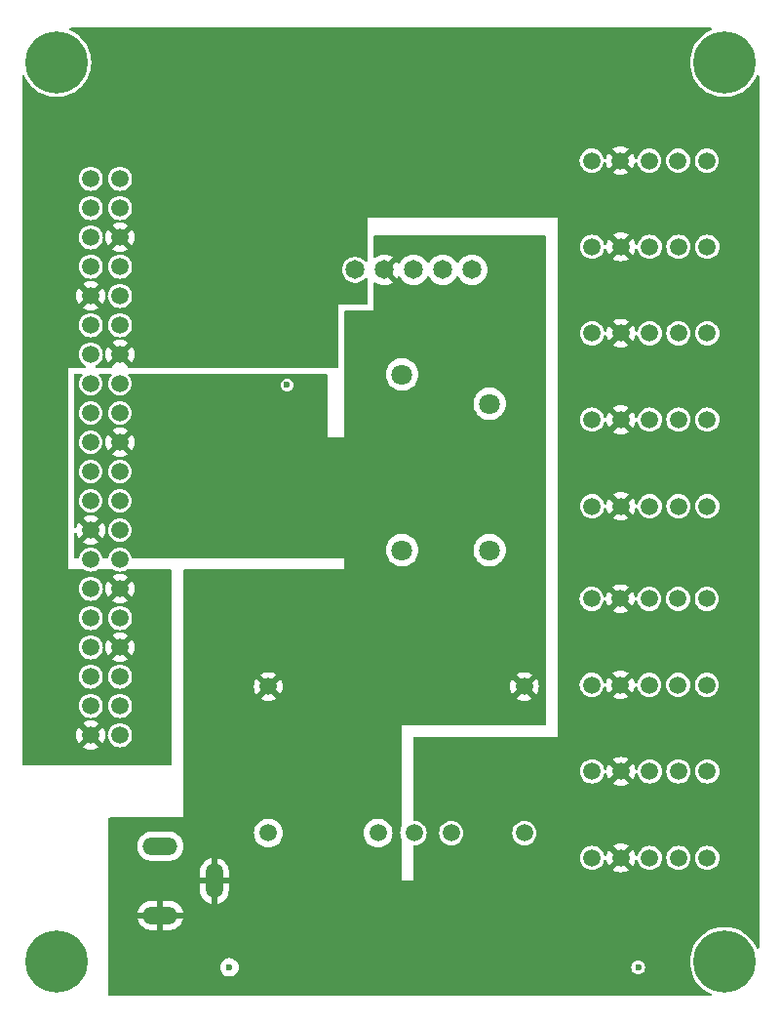
<source format=gbr>
%TF.GenerationSoftware,KiCad,Pcbnew,8.0.8*%
%TF.CreationDate,2025-02-04T22:00:34-05:00*%
%TF.ProjectId,lysimeter-pcb,6c797369-6d65-4746-9572-2d7063622e6b,rev?*%
%TF.SameCoordinates,Original*%
%TF.FileFunction,Copper,L2,Bot*%
%TF.FilePolarity,Positive*%
%FSLAX46Y46*%
G04 Gerber Fmt 4.6, Leading zero omitted, Abs format (unit mm)*
G04 Created by KiCad (PCBNEW 8.0.8) date 2025-02-04 22:00:34*
%MOMM*%
%LPD*%
G01*
G04 APERTURE LIST*
%TA.AperFunction,ComponentPad*%
%ADD10O,3.016000X1.508000*%
%TD*%
%TA.AperFunction,ComponentPad*%
%ADD11O,1.508000X3.016000*%
%TD*%
%TA.AperFunction,ComponentPad*%
%ADD12C,1.498600*%
%TD*%
%TA.AperFunction,ComponentPad*%
%ADD13C,1.500000*%
%TD*%
%TA.AperFunction,ComponentPad*%
%ADD14C,5.400000*%
%TD*%
%TA.AperFunction,ComponentPad*%
%ADD15C,1.803400*%
%TD*%
%TA.AperFunction,ComponentPad*%
%ADD16C,1.650000*%
%TD*%
%TA.AperFunction,ViaPad*%
%ADD17C,0.600000*%
%TD*%
G04 APERTURE END LIST*
D10*
%TO.P,J2,1*%
%TO.N,+12V*%
X129000000Y-125500000D03*
%TO.P,J2,2*%
%TO.N,GND*%
X129000000Y-131500000D03*
D11*
%TO.P,J2,3*%
X133700000Y-128500000D03*
%TD*%
D12*
%TO.P,J1,1,1*%
%TO.N,+5V*%
X125500000Y-67600000D03*
%TO.P,J1,2,2*%
%TO.N,unconnected-(J1-Pad2)*%
X122960000Y-67600000D03*
%TO.P,J1,3,3*%
%TO.N,+5V*%
X125500000Y-70140000D03*
%TO.P,J1,4,4*%
%TO.N,SDA*%
X122960000Y-70140000D03*
%TO.P,J1,5,5*%
%TO.N,GND*%
X125500000Y-72680000D03*
%TO.P,J1,6,6*%
%TO.N,SCL*%
X122960000Y-72680000D03*
%TO.P,J1,7,7*%
%TO.N,GPIO14*%
X125500000Y-75220000D03*
%TO.P,J1,8,8*%
%TO.N,unconnected-(J1-Pad8)*%
X122960000Y-75220000D03*
%TO.P,J1,9,9*%
%TO.N,GPIO15*%
X125500000Y-77760000D03*
%TO.P,J1,10,10*%
%TO.N,GND*%
X122960000Y-77760000D03*
%TO.P,J1,11,11*%
%TO.N,unconnected-(J1-Pad11)*%
X125500000Y-80300000D03*
%TO.P,J1,12,12*%
%TO.N,GPIO17*%
X122960000Y-80300000D03*
%TO.P,J1,13,13*%
%TO.N,GND*%
X125500000Y-82840000D03*
%TO.P,J1,14,14*%
%TO.N,unconnected-(J1-Pad14)*%
X122960000Y-82840000D03*
%TO.P,J1,15,15*%
%TO.N,unconnected-(J1-Pad15)*%
X125500000Y-85380000D03*
%TO.P,J1,16,16*%
%TO.N,unconnected-(J1-Pad16)*%
X122960000Y-85380000D03*
%TO.P,J1,17,17*%
%TO.N,GPIO24*%
X125500000Y-87920000D03*
%TO.P,J1,18,18*%
%TO.N,+3.3V*%
X122960000Y-87920000D03*
%TO.P,J1,19,19*%
%TO.N,GND*%
X125500000Y-90460000D03*
%TO.P,J1,20,20*%
%TO.N,unconnected-(J1-Pad20)*%
X122960000Y-90460000D03*
%TO.P,J1,21,21*%
%TO.N,unconnected-(J1-Pad21)*%
X125500000Y-93000000D03*
%TO.P,J1,22,22*%
%TO.N,unconnected-(J1-Pad22)*%
X122960000Y-93000000D03*
%TO.P,J1,23,23*%
%TO.N,unconnected-(J1-Pad23)*%
X125500000Y-95540000D03*
%TO.P,J1,24,24*%
%TO.N,unconnected-(J1-Pad24)*%
X122960000Y-95540000D03*
%TO.P,J1,25,25*%
%TO.N,unconnected-(J1-Pad25)*%
X125500000Y-98080000D03*
%TO.P,J1,26,26*%
%TO.N,GND*%
X122960000Y-98080000D03*
%TO.P,J1,27,27*%
%TO.N,unconnected-(J1-Pad27)*%
X125500000Y-100620000D03*
%TO.P,J1,28,28*%
%TO.N,unconnected-(J1-Pad28)*%
X122960000Y-100620000D03*
%TO.P,J1,29,29*%
%TO.N,GND*%
X125500000Y-103160000D03*
%TO.P,J1,30,30*%
%TO.N,unconnected-(J1-Pad30)*%
X122960000Y-103160000D03*
%TO.P,J1,31,31*%
%TO.N,unconnected-(J1-Pad31)*%
X125500000Y-105700000D03*
%TO.P,J1,32,32*%
%TO.N,unconnected-(J1-Pad32)*%
X122960000Y-105700000D03*
%TO.P,J1,33,33*%
%TO.N,GND*%
X125500000Y-108240000D03*
%TO.P,J1,34,34*%
%TO.N,unconnected-(J1-Pad34)*%
X122960000Y-108240000D03*
%TO.P,J1,35,35*%
%TO.N,unconnected-(J1-Pad35)*%
X125500000Y-110780000D03*
%TO.P,J1,36,36*%
%TO.N,unconnected-(J1-Pad36)*%
X122960000Y-110780000D03*
%TO.P,J1,37,37*%
%TO.N,unconnected-(J1-Pad37)*%
X125500000Y-113320000D03*
%TO.P,J1,38,38*%
%TO.N,unconnected-(J1-Pad38)*%
X122960000Y-113320000D03*
%TO.P,J1,39,39*%
%TO.N,unconnected-(J1-Pad39)*%
X125500000Y-115860000D03*
%TO.P,J1,40,40*%
%TO.N,GND*%
X122960000Y-115860000D03*
%TD*%
D13*
%TO.P,U3,1,GND*%
%TO.N,GND*%
X138387500Y-111650000D03*
%TO.P,U3,2,VI*%
%TO.N,+12V*%
X138387500Y-124350000D03*
%TO.P,U3,3,\u002AINHIBIT*%
%TO.N,unconnected-(U3-\u002AINHIBIT-Pad3)*%
X147912500Y-124350000D03*
%TO.P,U3,4,VOADJUST*%
%TO.N,Net-(U3-VOADJUST)*%
X151087500Y-124350000D03*
%TO.P,U3,5,VOSENSE*%
%TO.N,+5V*%
X154262500Y-124350000D03*
%TO.P,U3,6,VO*%
X160612500Y-124350000D03*
%TO.P,U3,7,GND*%
%TO.N,GND*%
X160612500Y-111650000D03*
%TD*%
D12*
%TO.P,J3,1,1*%
%TO.N,SCL*%
X176466600Y-66029801D03*
%TO.P,J3,2,2*%
%TO.N,SDA*%
X173966600Y-66029801D03*
%TO.P,J3,3,3*%
%TO.N,+5V*%
X171466600Y-66029801D03*
%TO.P,J3,4,4*%
%TO.N,GND*%
X168966600Y-66029801D03*
%TO.P,J3,5,5*%
%TO.N,GPIO14*%
X166466600Y-66029801D03*
%TD*%
D14*
%TO.P,H4,1*%
%TO.N,N/C*%
X178000000Y-135500000D03*
%TD*%
D12*
%TO.P,J11,1,1*%
%TO.N,SCL*%
X176500000Y-126500000D03*
%TO.P,J11,2,2*%
%TO.N,SDA*%
X174000000Y-126500000D03*
%TO.P,J11,3,3*%
%TO.N,+5V*%
X171500000Y-126500000D03*
%TO.P,J11,4,4*%
%TO.N,GND*%
X169000000Y-126500000D03*
%TO.P,J11,5,5*%
%TO.N,unconnected-(J11-Pad5)*%
X166500000Y-126500000D03*
%TD*%
D15*
%TO.P,K2,1,1*%
%TO.N,+12V*%
X150000000Y-84569998D03*
%TO.P,K2,2,2*%
%TO.N,Net-(Q4-D)*%
X150000000Y-99809998D03*
%TO.P,K2,3,3*%
%TO.N,+12V*%
X157600000Y-99809998D03*
%TO.P,K2,4,4*%
%TO.N,valve_input*%
X157600000Y-87109998D03*
%TD*%
D12*
%TO.P,J9,1,1*%
%TO.N,SCL*%
X176466600Y-111500000D03*
%TO.P,J9,2,2*%
%TO.N,SDA*%
X173966600Y-111500000D03*
%TO.P,J9,3,3*%
%TO.N,+5V*%
X171466600Y-111500000D03*
%TO.P,J9,4,4*%
%TO.N,GND*%
X168966600Y-111500000D03*
%TO.P,J9,5,5*%
%TO.N,GPIO12*%
X166466600Y-111500000D03*
%TD*%
D14*
%TO.P,H1,1*%
%TO.N,N/C*%
X120000000Y-57500000D03*
%TD*%
D12*
%TO.P,J7,1,1*%
%TO.N,SCL*%
X176500000Y-96000000D03*
%TO.P,J7,2,2*%
%TO.N,SDA*%
X174000000Y-96000000D03*
%TO.P,J7,3,3*%
%TO.N,+5V*%
X171500000Y-96000000D03*
%TO.P,J7,4,4*%
%TO.N,GND*%
X169000000Y-96000000D03*
%TO.P,J7,5,5*%
%TO.N,unconnected-(J7-Pad5)*%
X166500000Y-96000000D03*
%TD*%
D14*
%TO.P,H3,1*%
%TO.N,N/C*%
X120000000Y-135500000D03*
%TD*%
D12*
%TO.P,J4,1,1*%
%TO.N,SCL*%
X176500000Y-73500000D03*
%TO.P,J4,2,2*%
%TO.N,SDA*%
X174000000Y-73500000D03*
%TO.P,J4,3,3*%
%TO.N,+5V*%
X171500000Y-73500000D03*
%TO.P,J4,4,4*%
%TO.N,GND*%
X169000000Y-73500000D03*
%TO.P,J4,5,5*%
%TO.N,GPIO15*%
X166500000Y-73500000D03*
%TD*%
D14*
%TO.P,H2,1*%
%TO.N,N/C*%
X178000000Y-57500000D03*
%TD*%
D12*
%TO.P,J6,1,1*%
%TO.N,SCL*%
X176500000Y-88500000D03*
%TO.P,J6,2,2*%
%TO.N,SDA*%
X174000000Y-88500000D03*
%TO.P,J6,3,3*%
%TO.N,+5V*%
X171500000Y-88500000D03*
%TO.P,J6,4,4*%
%TO.N,GND*%
X169000000Y-88500000D03*
%TO.P,J6,5,5*%
%TO.N,unconnected-(J6-Pad5)*%
X166500000Y-88500000D03*
%TD*%
%TO.P,J8,1,1*%
%TO.N,SCL*%
X176466600Y-104029801D03*
%TO.P,J8,2,2*%
%TO.N,SDA*%
X173966600Y-104029801D03*
%TO.P,J8,3,3*%
%TO.N,+5V*%
X171466600Y-104029801D03*
%TO.P,J8,4,4*%
%TO.N,GND*%
X168966600Y-104029801D03*
%TO.P,J8,5,5*%
%TO.N,unconnected-(J8-Pad5)*%
X166466600Y-104029801D03*
%TD*%
D16*
%TO.P,J12,1*%
%TO.N,+5V*%
X145920000Y-75500000D03*
%TO.P,J12,2*%
%TO.N,GND*%
X148460000Y-75500000D03*
%TO.P,J12,3*%
%TO.N,valve_input*%
X151000000Y-75500000D03*
%TO.P,J12,4*%
%TO.N,GPIO17*%
X153540000Y-75500000D03*
%TO.P,J12,5*%
%TO.N,+12V*%
X156080000Y-75500000D03*
%TD*%
D12*
%TO.P,J10,1,1*%
%TO.N,SCL*%
X176500000Y-119000000D03*
%TO.P,J10,2,2*%
%TO.N,SDA*%
X174000000Y-119000000D03*
%TO.P,J10,3,3*%
%TO.N,+5V*%
X171500000Y-119000000D03*
%TO.P,J10,4,4*%
%TO.N,GND*%
X169000000Y-119000000D03*
%TO.P,J10,5,5*%
%TO.N,unconnected-(J10-Pad5)*%
X166500000Y-119000000D03*
%TD*%
%TO.P,J5,1,1*%
%TO.N,SCL*%
X176500000Y-81000000D03*
%TO.P,J5,2,2*%
%TO.N,SDA*%
X174000000Y-81000000D03*
%TO.P,J5,3,3*%
%TO.N,+5V*%
X171500000Y-81000000D03*
%TO.P,J5,4,4*%
%TO.N,GND*%
X169000000Y-81000000D03*
%TO.P,J5,5,5*%
%TO.N,unconnected-(J5-Pad5)*%
X166500000Y-81000000D03*
%TD*%
D17*
%TO.N,GND*%
X154000000Y-133500000D03*
X140010000Y-134000000D03*
X160000000Y-133500000D03*
X137020000Y-134000000D03*
X143000000Y-99500000D03*
X138000000Y-98500000D03*
X146000000Y-136500000D03*
X151500000Y-136500000D03*
X143000000Y-134000000D03*
X163000000Y-133500000D03*
X145990000Y-134000000D03*
X139500000Y-136000000D03*
X149000000Y-134000000D03*
X166000000Y-133500000D03*
X157000000Y-133500000D03*
%TO.N,+12V*%
X135000000Y-136000000D03*
%TO.N,+5V*%
X170500000Y-136000000D03*
%TO.N,+3.3V*%
X140000000Y-85500000D03*
%TD*%
%TA.AperFunction,Conductor*%
%TO.N,GND*%
G36*
X146000000Y-100500000D02*
G01*
X143000000Y-100500000D01*
X143000000Y-90000000D01*
X146000000Y-90000000D01*
X146000000Y-100500000D01*
G37*
%TD.AperFunction*%
%TD*%
%TA.AperFunction,Conductor*%
%TO.N,GND*%
G36*
X152000000Y-138500000D02*
G01*
X149000000Y-138500000D01*
X149000000Y-128500000D01*
X152000000Y-128500000D01*
X152000000Y-138500000D01*
G37*
%TD.AperFunction*%
%TD*%
%TA.AperFunction,Conductor*%
%TO.N,GND*%
G36*
X176833356Y-54519685D02*
G01*
X176879111Y-54572489D01*
X176889055Y-54641647D01*
X176860030Y-54705203D01*
X176812487Y-54737932D01*
X176812859Y-54738795D01*
X176809541Y-54740226D01*
X176497203Y-54897088D01*
X176205194Y-55089146D01*
X176205186Y-55089152D01*
X175937442Y-55313817D01*
X175937440Y-55313819D01*
X175697589Y-55568044D01*
X175697584Y-55568050D01*
X175488870Y-55848402D01*
X175314113Y-56151091D01*
X175314107Y-56151104D01*
X175175674Y-56472027D01*
X175075430Y-56806865D01*
X175075428Y-56806872D01*
X175014739Y-57151061D01*
X175014738Y-57151072D01*
X174994415Y-57499996D01*
X174994415Y-57500003D01*
X175014738Y-57848927D01*
X175014739Y-57848938D01*
X175075428Y-58193127D01*
X175075430Y-58193134D01*
X175175674Y-58527972D01*
X175314107Y-58848895D01*
X175314113Y-58848908D01*
X175488870Y-59151597D01*
X175697584Y-59431949D01*
X175697589Y-59431955D01*
X175821463Y-59563253D01*
X175937442Y-59686183D01*
X176113903Y-59834251D01*
X176205186Y-59910847D01*
X176205194Y-59910853D01*
X176497203Y-60102911D01*
X176497207Y-60102913D01*
X176809549Y-60259777D01*
X177137989Y-60379319D01*
X177478086Y-60459923D01*
X177825241Y-60500500D01*
X177825248Y-60500500D01*
X178174752Y-60500500D01*
X178174759Y-60500500D01*
X178521914Y-60459923D01*
X178862011Y-60379319D01*
X179190451Y-60259777D01*
X179502793Y-60102913D01*
X179794811Y-59910849D01*
X180062558Y-59686183D01*
X180302412Y-59431953D01*
X180511130Y-59151596D01*
X180685889Y-58848904D01*
X180762141Y-58672129D01*
X180806769Y-58618371D01*
X180873377Y-58597273D01*
X180940818Y-58615535D01*
X180987679Y-58667359D01*
X181000000Y-58721245D01*
X181000000Y-134278754D01*
X180980315Y-134345793D01*
X180927511Y-134391548D01*
X180858353Y-134401492D01*
X180794797Y-134372467D01*
X180762141Y-134327868D01*
X180685892Y-134151104D01*
X180685889Y-134151096D01*
X180511130Y-133848404D01*
X180511129Y-133848402D01*
X180302415Y-133568050D01*
X180302410Y-133568044D01*
X180186433Y-133445117D01*
X180062558Y-133313817D01*
X179914488Y-133189572D01*
X179794813Y-133089152D01*
X179794805Y-133089146D01*
X179502796Y-132897088D01*
X179190458Y-132740226D01*
X179190452Y-132740223D01*
X178862012Y-132620681D01*
X178862009Y-132620680D01*
X178521915Y-132540077D01*
X178478519Y-132535004D01*
X178174759Y-132499500D01*
X177825241Y-132499500D01*
X177521480Y-132535004D01*
X177478085Y-132540077D01*
X177478083Y-132540077D01*
X177137990Y-132620680D01*
X177137987Y-132620681D01*
X176809547Y-132740223D01*
X176809541Y-132740226D01*
X176497203Y-132897088D01*
X176205194Y-133089146D01*
X176205186Y-133089152D01*
X175937442Y-133313817D01*
X175937440Y-133313819D01*
X175697589Y-133568044D01*
X175697584Y-133568050D01*
X175488870Y-133848402D01*
X175314113Y-134151091D01*
X175314107Y-134151104D01*
X175175674Y-134472027D01*
X175075430Y-134806865D01*
X175075428Y-134806872D01*
X175014739Y-135151061D01*
X175014738Y-135151072D01*
X174994415Y-135499996D01*
X174994415Y-135500003D01*
X175014738Y-135848927D01*
X175014739Y-135848938D01*
X175075428Y-136193127D01*
X175075430Y-136193134D01*
X175175674Y-136527972D01*
X175314107Y-136848895D01*
X175314113Y-136848908D01*
X175488870Y-137151597D01*
X175697584Y-137431949D01*
X175697589Y-137431955D01*
X175821463Y-137563253D01*
X175937442Y-137686183D01*
X176113903Y-137834251D01*
X176205186Y-137910847D01*
X176205194Y-137910853D01*
X176497203Y-138102911D01*
X176497207Y-138102913D01*
X176809549Y-138259777D01*
X176809557Y-138259779D01*
X176812859Y-138261205D01*
X176812428Y-138262203D01*
X176864990Y-138300903D01*
X176889927Y-138366171D01*
X176875618Y-138434560D01*
X176826607Y-138484357D01*
X176766317Y-138500000D01*
X152000000Y-138500000D01*
X152000000Y-135999998D01*
X169894318Y-135999998D01*
X169894318Y-136000001D01*
X169914955Y-136156760D01*
X169914956Y-136156762D01*
X169975464Y-136302841D01*
X170071718Y-136428282D01*
X170197159Y-136524536D01*
X170343238Y-136585044D01*
X170421619Y-136595363D01*
X170499999Y-136605682D01*
X170500000Y-136605682D01*
X170500001Y-136605682D01*
X170563873Y-136597273D01*
X170656762Y-136585044D01*
X170802841Y-136524536D01*
X170928282Y-136428282D01*
X171024536Y-136302841D01*
X171085044Y-136156762D01*
X171105682Y-136000000D01*
X171085044Y-135843238D01*
X171024536Y-135697159D01*
X170928282Y-135571718D01*
X170802841Y-135475464D01*
X170656762Y-135414956D01*
X170656760Y-135414955D01*
X170500001Y-135394318D01*
X170499999Y-135394318D01*
X170343239Y-135414955D01*
X170343237Y-135414956D01*
X170197160Y-135475463D01*
X170071718Y-135571718D01*
X169975463Y-135697160D01*
X169914956Y-135843237D01*
X169914955Y-135843239D01*
X169894318Y-135999998D01*
X152000000Y-135999998D01*
X152000000Y-128500000D01*
X151000000Y-128500000D01*
X151000000Y-126500000D01*
X165445120Y-126500000D01*
X165465388Y-126705794D01*
X165525420Y-126903691D01*
X165622897Y-127086058D01*
X165622899Y-127086061D01*
X165754086Y-127245913D01*
X165913938Y-127377100D01*
X165913941Y-127377102D01*
X166096308Y-127474579D01*
X166096311Y-127474579D01*
X166096315Y-127474582D01*
X166294203Y-127534611D01*
X166500000Y-127554880D01*
X166705797Y-127534611D01*
X166903685Y-127474582D01*
X167086060Y-127377101D01*
X167245913Y-127245913D01*
X167377101Y-127086060D01*
X167461094Y-126928919D01*
X167474580Y-126903689D01*
X167474581Y-126903686D01*
X167474582Y-126903685D01*
X167529181Y-126723696D01*
X167567477Y-126665261D01*
X167631289Y-126636805D01*
X167700356Y-126647365D01*
X167752749Y-126693589D01*
X167767615Y-126727601D01*
X167821556Y-126928913D01*
X167821559Y-126928919D01*
X167913944Y-127127039D01*
X167957376Y-127189068D01*
X167957377Y-127189069D01*
X168520874Y-126625572D01*
X168538454Y-126691179D01*
X168603661Y-126804121D01*
X168695879Y-126896339D01*
X168808821Y-126961546D01*
X168874427Y-126979125D01*
X168310929Y-127542621D01*
X168310930Y-127542622D01*
X168372960Y-127586055D01*
X168571080Y-127678440D01*
X168571089Y-127678444D01*
X168782228Y-127735018D01*
X168782238Y-127735020D01*
X168999998Y-127754072D01*
X169000002Y-127754072D01*
X169217761Y-127735020D01*
X169217771Y-127735018D01*
X169428910Y-127678444D01*
X169428919Y-127678440D01*
X169627035Y-127586057D01*
X169689069Y-127542621D01*
X169125573Y-126979125D01*
X169191179Y-126961546D01*
X169304121Y-126896339D01*
X169396339Y-126804121D01*
X169461546Y-126691179D01*
X169479125Y-126625573D01*
X170042621Y-127189069D01*
X170086057Y-127127035D01*
X170178440Y-126928919D01*
X170178444Y-126928910D01*
X170232384Y-126727602D01*
X170268749Y-126667941D01*
X170331596Y-126637412D01*
X170400971Y-126645707D01*
X170454849Y-126690192D01*
X170470819Y-126723699D01*
X170525418Y-126903686D01*
X170622897Y-127086058D01*
X170622899Y-127086061D01*
X170754086Y-127245913D01*
X170913938Y-127377100D01*
X170913941Y-127377102D01*
X171096308Y-127474579D01*
X171096311Y-127474579D01*
X171096315Y-127474582D01*
X171294203Y-127534611D01*
X171500000Y-127554880D01*
X171705797Y-127534611D01*
X171903685Y-127474582D01*
X172086060Y-127377101D01*
X172245913Y-127245913D01*
X172377101Y-127086060D01*
X172461094Y-126928919D01*
X172474579Y-126903691D01*
X172474581Y-126903686D01*
X172474582Y-126903685D01*
X172534611Y-126705797D01*
X172554880Y-126500000D01*
X172945120Y-126500000D01*
X172965388Y-126705794D01*
X173025420Y-126903691D01*
X173122897Y-127086058D01*
X173122899Y-127086061D01*
X173254086Y-127245913D01*
X173413938Y-127377100D01*
X173413941Y-127377102D01*
X173596308Y-127474579D01*
X173596311Y-127474579D01*
X173596315Y-127474582D01*
X173794203Y-127534611D01*
X174000000Y-127554880D01*
X174205797Y-127534611D01*
X174403685Y-127474582D01*
X174586060Y-127377101D01*
X174745913Y-127245913D01*
X174877101Y-127086060D01*
X174961094Y-126928919D01*
X174974579Y-126903691D01*
X174974581Y-126903686D01*
X174974582Y-126903685D01*
X175034611Y-126705797D01*
X175054880Y-126500000D01*
X175445120Y-126500000D01*
X175465388Y-126705794D01*
X175525420Y-126903691D01*
X175622897Y-127086058D01*
X175622899Y-127086061D01*
X175754086Y-127245913D01*
X175913938Y-127377100D01*
X175913941Y-127377102D01*
X176096308Y-127474579D01*
X176096311Y-127474579D01*
X176096315Y-127474582D01*
X176294203Y-127534611D01*
X176500000Y-127554880D01*
X176705797Y-127534611D01*
X176903685Y-127474582D01*
X177086060Y-127377101D01*
X177245913Y-127245913D01*
X177377101Y-127086060D01*
X177461094Y-126928919D01*
X177474579Y-126903691D01*
X177474581Y-126903686D01*
X177474582Y-126903685D01*
X177534611Y-126705797D01*
X177554880Y-126500000D01*
X177534611Y-126294203D01*
X177474582Y-126096315D01*
X177474579Y-126096311D01*
X177474579Y-126096308D01*
X177377102Y-125913941D01*
X177377100Y-125913938D01*
X177245913Y-125754086D01*
X177086061Y-125622899D01*
X177086058Y-125622897D01*
X176903691Y-125525420D01*
X176903685Y-125525418D01*
X176705797Y-125465389D01*
X176705794Y-125465388D01*
X176500000Y-125445120D01*
X176294205Y-125465388D01*
X176096308Y-125525420D01*
X175913941Y-125622897D01*
X175913938Y-125622899D01*
X175754086Y-125754086D01*
X175622899Y-125913938D01*
X175622897Y-125913941D01*
X175525420Y-126096308D01*
X175465388Y-126294205D01*
X175445120Y-126500000D01*
X175054880Y-126500000D01*
X175034611Y-126294203D01*
X174974582Y-126096315D01*
X174974579Y-126096311D01*
X174974579Y-126096308D01*
X174877102Y-125913941D01*
X174877100Y-125913938D01*
X174745913Y-125754086D01*
X174586061Y-125622899D01*
X174586058Y-125622897D01*
X174403691Y-125525420D01*
X174403685Y-125525418D01*
X174205797Y-125465389D01*
X174205794Y-125465388D01*
X174000000Y-125445120D01*
X173794205Y-125465388D01*
X173596308Y-125525420D01*
X173413941Y-125622897D01*
X173413938Y-125622899D01*
X173254086Y-125754086D01*
X173122899Y-125913938D01*
X173122897Y-125913941D01*
X173025420Y-126096308D01*
X172965388Y-126294205D01*
X172945120Y-126500000D01*
X172554880Y-126500000D01*
X172534611Y-126294203D01*
X172474582Y-126096315D01*
X172474579Y-126096311D01*
X172474579Y-126096308D01*
X172377102Y-125913941D01*
X172377100Y-125913938D01*
X172245913Y-125754086D01*
X172086061Y-125622899D01*
X172086058Y-125622897D01*
X171903691Y-125525420D01*
X171903685Y-125525418D01*
X171705797Y-125465389D01*
X171705794Y-125465388D01*
X171500000Y-125445120D01*
X171294205Y-125465388D01*
X171096308Y-125525420D01*
X170913941Y-125622897D01*
X170913938Y-125622899D01*
X170754086Y-125754086D01*
X170622899Y-125913938D01*
X170622897Y-125913941D01*
X170525418Y-126096313D01*
X170470819Y-126276300D01*
X170432522Y-126334738D01*
X170368709Y-126363195D01*
X170299642Y-126352634D01*
X170247249Y-126306409D01*
X170232384Y-126272397D01*
X170178444Y-126071089D01*
X170178440Y-126071080D01*
X170086055Y-125872960D01*
X170042622Y-125810930D01*
X170042621Y-125810929D01*
X169479124Y-126374426D01*
X169461546Y-126308821D01*
X169396339Y-126195879D01*
X169304121Y-126103661D01*
X169191179Y-126038454D01*
X169125572Y-126020874D01*
X169689069Y-125457377D01*
X169689068Y-125457376D01*
X169627039Y-125413944D01*
X169428919Y-125321559D01*
X169428910Y-125321555D01*
X169217771Y-125264981D01*
X169217761Y-125264979D01*
X169000002Y-125245928D01*
X168999998Y-125245928D01*
X168782238Y-125264979D01*
X168782228Y-125264981D01*
X168571089Y-125321555D01*
X168571080Y-125321559D01*
X168372964Y-125413942D01*
X168310930Y-125457377D01*
X168874428Y-126020874D01*
X168808821Y-126038454D01*
X168695879Y-126103661D01*
X168603661Y-126195879D01*
X168538454Y-126308821D01*
X168520874Y-126374427D01*
X167957377Y-125810930D01*
X167913942Y-125872964D01*
X167821559Y-126071080D01*
X167821556Y-126071087D01*
X167767615Y-126272398D01*
X167731250Y-126332058D01*
X167668403Y-126362587D01*
X167599027Y-126354292D01*
X167545149Y-126309807D01*
X167529181Y-126276303D01*
X167474582Y-126096315D01*
X167474580Y-126096312D01*
X167474580Y-126096310D01*
X167377102Y-125913941D01*
X167377100Y-125913938D01*
X167245913Y-125754086D01*
X167086061Y-125622899D01*
X167086058Y-125622897D01*
X166903691Y-125525420D01*
X166903685Y-125525418D01*
X166705797Y-125465389D01*
X166705794Y-125465388D01*
X166500000Y-125445120D01*
X166294205Y-125465388D01*
X166096308Y-125525420D01*
X165913941Y-125622897D01*
X165913938Y-125622899D01*
X165754086Y-125754086D01*
X165622899Y-125913938D01*
X165622897Y-125913941D01*
X165525420Y-126096308D01*
X165465388Y-126294205D01*
X165445120Y-126500000D01*
X151000000Y-126500000D01*
X151000000Y-125526588D01*
X151019685Y-125459549D01*
X151072489Y-125413794D01*
X151111845Y-125403185D01*
X151293434Y-125385300D01*
X151491454Y-125325232D01*
X151673950Y-125227685D01*
X151833910Y-125096410D01*
X151965185Y-124936450D01*
X152062732Y-124753954D01*
X152122800Y-124555934D01*
X152143083Y-124350000D01*
X153206917Y-124350000D01*
X153227199Y-124555932D01*
X153227200Y-124555934D01*
X153287268Y-124753954D01*
X153384815Y-124936450D01*
X153384817Y-124936452D01*
X153516089Y-125096410D01*
X153612709Y-125175702D01*
X153676050Y-125227685D01*
X153858546Y-125325232D01*
X154056566Y-125385300D01*
X154056565Y-125385300D01*
X154075029Y-125387118D01*
X154262500Y-125405583D01*
X154468434Y-125385300D01*
X154666454Y-125325232D01*
X154848950Y-125227685D01*
X155008910Y-125096410D01*
X155140185Y-124936450D01*
X155237732Y-124753954D01*
X155297800Y-124555934D01*
X155318083Y-124350000D01*
X159556917Y-124350000D01*
X159577199Y-124555932D01*
X159577200Y-124555934D01*
X159637268Y-124753954D01*
X159734815Y-124936450D01*
X159734817Y-124936452D01*
X159866089Y-125096410D01*
X159962709Y-125175702D01*
X160026050Y-125227685D01*
X160208546Y-125325232D01*
X160406566Y-125385300D01*
X160406565Y-125385300D01*
X160425029Y-125387118D01*
X160612500Y-125405583D01*
X160818434Y-125385300D01*
X161016454Y-125325232D01*
X161198950Y-125227685D01*
X161358910Y-125096410D01*
X161490185Y-124936450D01*
X161587732Y-124753954D01*
X161647800Y-124555934D01*
X161668083Y-124350000D01*
X161647800Y-124144066D01*
X161587732Y-123946046D01*
X161490185Y-123763550D01*
X161438202Y-123700209D01*
X161358910Y-123603589D01*
X161198952Y-123472317D01*
X161198953Y-123472317D01*
X161198950Y-123472315D01*
X161016454Y-123374768D01*
X160818434Y-123314700D01*
X160818432Y-123314699D01*
X160818434Y-123314699D01*
X160612500Y-123294417D01*
X160406567Y-123314699D01*
X160208543Y-123374769D01*
X160098398Y-123433643D01*
X160026050Y-123472315D01*
X160026048Y-123472316D01*
X160026047Y-123472317D01*
X159866089Y-123603589D01*
X159734817Y-123763547D01*
X159637269Y-123946043D01*
X159577199Y-124144067D01*
X159556917Y-124350000D01*
X155318083Y-124350000D01*
X155297800Y-124144066D01*
X155237732Y-123946046D01*
X155140185Y-123763550D01*
X155088202Y-123700209D01*
X155008910Y-123603589D01*
X154848952Y-123472317D01*
X154848953Y-123472317D01*
X154848950Y-123472315D01*
X154666454Y-123374768D01*
X154468434Y-123314700D01*
X154468432Y-123314699D01*
X154468434Y-123314699D01*
X154262500Y-123294417D01*
X154056567Y-123314699D01*
X153858543Y-123374769D01*
X153748398Y-123433643D01*
X153676050Y-123472315D01*
X153676048Y-123472316D01*
X153676047Y-123472317D01*
X153516089Y-123603589D01*
X153384817Y-123763547D01*
X153287269Y-123946043D01*
X153227199Y-124144067D01*
X153206917Y-124350000D01*
X152143083Y-124350000D01*
X152122800Y-124144066D01*
X152062732Y-123946046D01*
X151965185Y-123763550D01*
X151913202Y-123700209D01*
X151833910Y-123603589D01*
X151673952Y-123472317D01*
X151673953Y-123472317D01*
X151673950Y-123472315D01*
X151491454Y-123374768D01*
X151392444Y-123344734D01*
X151293432Y-123314699D01*
X151111845Y-123296814D01*
X151047058Y-123270653D01*
X151006700Y-123213618D01*
X151000000Y-123173411D01*
X151000000Y-119000000D01*
X165445120Y-119000000D01*
X165465388Y-119205794D01*
X165525420Y-119403691D01*
X165622897Y-119586058D01*
X165622899Y-119586061D01*
X165754086Y-119745913D01*
X165913938Y-119877100D01*
X165913941Y-119877102D01*
X166096308Y-119974579D01*
X166096311Y-119974579D01*
X166096315Y-119974582D01*
X166294203Y-120034611D01*
X166500000Y-120054880D01*
X166705797Y-120034611D01*
X166903685Y-119974582D01*
X167086060Y-119877101D01*
X167245913Y-119745913D01*
X167377101Y-119586060D01*
X167461094Y-119428919D01*
X167474580Y-119403689D01*
X167474581Y-119403686D01*
X167474582Y-119403685D01*
X167529181Y-119223696D01*
X167567477Y-119165261D01*
X167631289Y-119136805D01*
X167700356Y-119147365D01*
X167752749Y-119193589D01*
X167767615Y-119227601D01*
X167821556Y-119428913D01*
X167821559Y-119428919D01*
X167913944Y-119627039D01*
X167957376Y-119689068D01*
X167957377Y-119689069D01*
X168520874Y-119125572D01*
X168538454Y-119191179D01*
X168603661Y-119304121D01*
X168695879Y-119396339D01*
X168808821Y-119461546D01*
X168874427Y-119479125D01*
X168310929Y-120042621D01*
X168310930Y-120042622D01*
X168372960Y-120086055D01*
X168571080Y-120178440D01*
X168571089Y-120178444D01*
X168782228Y-120235018D01*
X168782238Y-120235020D01*
X168999998Y-120254072D01*
X169000002Y-120254072D01*
X169217761Y-120235020D01*
X169217771Y-120235018D01*
X169428910Y-120178444D01*
X169428919Y-120178440D01*
X169627035Y-120086057D01*
X169689069Y-120042621D01*
X169125573Y-119479125D01*
X169191179Y-119461546D01*
X169304121Y-119396339D01*
X169396339Y-119304121D01*
X169461546Y-119191179D01*
X169479125Y-119125573D01*
X170042621Y-119689069D01*
X170086057Y-119627035D01*
X170178440Y-119428919D01*
X170178444Y-119428910D01*
X170232384Y-119227602D01*
X170268749Y-119167941D01*
X170331596Y-119137412D01*
X170400971Y-119145707D01*
X170454849Y-119190192D01*
X170470819Y-119223699D01*
X170525418Y-119403686D01*
X170622897Y-119586058D01*
X170622899Y-119586061D01*
X170754086Y-119745913D01*
X170913938Y-119877100D01*
X170913941Y-119877102D01*
X171096308Y-119974579D01*
X171096311Y-119974579D01*
X171096315Y-119974582D01*
X171294203Y-120034611D01*
X171500000Y-120054880D01*
X171705797Y-120034611D01*
X171903685Y-119974582D01*
X172086060Y-119877101D01*
X172245913Y-119745913D01*
X172377101Y-119586060D01*
X172461094Y-119428919D01*
X172474579Y-119403691D01*
X172474581Y-119403686D01*
X172474582Y-119403685D01*
X172534611Y-119205797D01*
X172554880Y-119000000D01*
X172945120Y-119000000D01*
X172965388Y-119205794D01*
X173025420Y-119403691D01*
X173122897Y-119586058D01*
X173122899Y-119586061D01*
X173254086Y-119745913D01*
X173413938Y-119877100D01*
X173413941Y-119877102D01*
X173596308Y-119974579D01*
X173596311Y-119974579D01*
X173596315Y-119974582D01*
X173794203Y-120034611D01*
X174000000Y-120054880D01*
X174205797Y-120034611D01*
X174403685Y-119974582D01*
X174586060Y-119877101D01*
X174745913Y-119745913D01*
X174877101Y-119586060D01*
X174961094Y-119428919D01*
X174974579Y-119403691D01*
X174974581Y-119403686D01*
X174974582Y-119403685D01*
X175034611Y-119205797D01*
X175054880Y-119000000D01*
X175445120Y-119000000D01*
X175465388Y-119205794D01*
X175525420Y-119403691D01*
X175622897Y-119586058D01*
X175622899Y-119586061D01*
X175754086Y-119745913D01*
X175913938Y-119877100D01*
X175913941Y-119877102D01*
X176096308Y-119974579D01*
X176096311Y-119974579D01*
X176096315Y-119974582D01*
X176294203Y-120034611D01*
X176500000Y-120054880D01*
X176705797Y-120034611D01*
X176903685Y-119974582D01*
X177086060Y-119877101D01*
X177245913Y-119745913D01*
X177377101Y-119586060D01*
X177461094Y-119428919D01*
X177474579Y-119403691D01*
X177474581Y-119403686D01*
X177474582Y-119403685D01*
X177534611Y-119205797D01*
X177554880Y-119000000D01*
X177534611Y-118794203D01*
X177474582Y-118596315D01*
X177474579Y-118596311D01*
X177474579Y-118596308D01*
X177377102Y-118413941D01*
X177377100Y-118413938D01*
X177245913Y-118254086D01*
X177086061Y-118122899D01*
X177086058Y-118122897D01*
X176903691Y-118025420D01*
X176903685Y-118025418D01*
X176705797Y-117965389D01*
X176705794Y-117965388D01*
X176500000Y-117945120D01*
X176294205Y-117965388D01*
X176096308Y-118025420D01*
X175913941Y-118122897D01*
X175913938Y-118122899D01*
X175754086Y-118254086D01*
X175622899Y-118413938D01*
X175622897Y-118413941D01*
X175525420Y-118596308D01*
X175465388Y-118794205D01*
X175445120Y-119000000D01*
X175054880Y-119000000D01*
X175034611Y-118794203D01*
X174974582Y-118596315D01*
X174974579Y-118596311D01*
X174974579Y-118596308D01*
X174877102Y-118413941D01*
X174877100Y-118413938D01*
X174745913Y-118254086D01*
X174586061Y-118122899D01*
X174586058Y-118122897D01*
X174403691Y-118025420D01*
X174403685Y-118025418D01*
X174205797Y-117965389D01*
X174205794Y-117965388D01*
X174000000Y-117945120D01*
X173794205Y-117965388D01*
X173596308Y-118025420D01*
X173413941Y-118122897D01*
X173413938Y-118122899D01*
X173254086Y-118254086D01*
X173122899Y-118413938D01*
X173122897Y-118413941D01*
X173025420Y-118596308D01*
X172965388Y-118794205D01*
X172945120Y-119000000D01*
X172554880Y-119000000D01*
X172534611Y-118794203D01*
X172474582Y-118596315D01*
X172474579Y-118596311D01*
X172474579Y-118596308D01*
X172377102Y-118413941D01*
X172377100Y-118413938D01*
X172245913Y-118254086D01*
X172086061Y-118122899D01*
X172086058Y-118122897D01*
X171903691Y-118025420D01*
X171903685Y-118025418D01*
X171705797Y-117965389D01*
X171705794Y-117965388D01*
X171500000Y-117945120D01*
X171294205Y-117965388D01*
X171096308Y-118025420D01*
X170913941Y-118122897D01*
X170913938Y-118122899D01*
X170754086Y-118254086D01*
X170622899Y-118413938D01*
X170622897Y-118413941D01*
X170525418Y-118596313D01*
X170470819Y-118776300D01*
X170432522Y-118834738D01*
X170368709Y-118863195D01*
X170299642Y-118852634D01*
X170247249Y-118806409D01*
X170232384Y-118772397D01*
X170178444Y-118571089D01*
X170178440Y-118571080D01*
X170086055Y-118372960D01*
X170042622Y-118310930D01*
X170042621Y-118310929D01*
X169479124Y-118874426D01*
X169461546Y-118808821D01*
X169396339Y-118695879D01*
X169304121Y-118603661D01*
X169191179Y-118538454D01*
X169125572Y-118520874D01*
X169689069Y-117957377D01*
X169689068Y-117957376D01*
X169627039Y-117913944D01*
X169428919Y-117821559D01*
X169428910Y-117821555D01*
X169217771Y-117764981D01*
X169217761Y-117764979D01*
X169000002Y-117745928D01*
X168999998Y-117745928D01*
X168782238Y-117764979D01*
X168782228Y-117764981D01*
X168571089Y-117821555D01*
X168571080Y-117821559D01*
X168372964Y-117913942D01*
X168310930Y-117957377D01*
X168874428Y-118520874D01*
X168808821Y-118538454D01*
X168695879Y-118603661D01*
X168603661Y-118695879D01*
X168538454Y-118808821D01*
X168520874Y-118874427D01*
X167957377Y-118310930D01*
X167913942Y-118372964D01*
X167821559Y-118571080D01*
X167821556Y-118571087D01*
X167767615Y-118772398D01*
X167731250Y-118832058D01*
X167668403Y-118862587D01*
X167599027Y-118854292D01*
X167545149Y-118809807D01*
X167529181Y-118776303D01*
X167474582Y-118596315D01*
X167474580Y-118596312D01*
X167474580Y-118596310D01*
X167377102Y-118413941D01*
X167377100Y-118413938D01*
X167245913Y-118254086D01*
X167086061Y-118122899D01*
X167086058Y-118122897D01*
X166903691Y-118025420D01*
X166903685Y-118025418D01*
X166705797Y-117965389D01*
X166705794Y-117965388D01*
X166500000Y-117945120D01*
X166294205Y-117965388D01*
X166096308Y-118025420D01*
X165913941Y-118122897D01*
X165913938Y-118122899D01*
X165754086Y-118254086D01*
X165622899Y-118413938D01*
X165622897Y-118413941D01*
X165525420Y-118596308D01*
X165465388Y-118794205D01*
X165445120Y-119000000D01*
X151000000Y-119000000D01*
X151000000Y-116124000D01*
X151019685Y-116056961D01*
X151072489Y-116011206D01*
X151124000Y-116000000D01*
X163500000Y-116000000D01*
X163500000Y-111500000D01*
X165411720Y-111500000D01*
X165431988Y-111705794D01*
X165492020Y-111903691D01*
X165589497Y-112086058D01*
X165589499Y-112086061D01*
X165720686Y-112245913D01*
X165880538Y-112377100D01*
X165880541Y-112377102D01*
X166062908Y-112474579D01*
X166062911Y-112474579D01*
X166062915Y-112474582D01*
X166260803Y-112534611D01*
X166466600Y-112554880D01*
X166672397Y-112534611D01*
X166870285Y-112474582D01*
X167052660Y-112377101D01*
X167212513Y-112245913D01*
X167343701Y-112086060D01*
X167427694Y-111928919D01*
X167441180Y-111903689D01*
X167441181Y-111903686D01*
X167441182Y-111903685D01*
X167495781Y-111723696D01*
X167534077Y-111665261D01*
X167597889Y-111636805D01*
X167666956Y-111647365D01*
X167719349Y-111693589D01*
X167734215Y-111727601D01*
X167788156Y-111928913D01*
X167788159Y-111928919D01*
X167880544Y-112127039D01*
X167923976Y-112189068D01*
X167923977Y-112189069D01*
X168487474Y-111625572D01*
X168505054Y-111691179D01*
X168570261Y-111804121D01*
X168662479Y-111896339D01*
X168775421Y-111961546D01*
X168841027Y-111979125D01*
X168277529Y-112542621D01*
X168277530Y-112542622D01*
X168339560Y-112586055D01*
X168537680Y-112678440D01*
X168537689Y-112678444D01*
X168748828Y-112735018D01*
X168748838Y-112735020D01*
X168966598Y-112754072D01*
X168966602Y-112754072D01*
X169184361Y-112735020D01*
X169184371Y-112735018D01*
X169395510Y-112678444D01*
X169395519Y-112678440D01*
X169593635Y-112586057D01*
X169655669Y-112542621D01*
X169092173Y-111979125D01*
X169157779Y-111961546D01*
X169270721Y-111896339D01*
X169362939Y-111804121D01*
X169428146Y-111691179D01*
X169445725Y-111625572D01*
X170009221Y-112189069D01*
X170052657Y-112127035D01*
X170145040Y-111928919D01*
X170145044Y-111928910D01*
X170198984Y-111727602D01*
X170235349Y-111667941D01*
X170298196Y-111637412D01*
X170367571Y-111645707D01*
X170421449Y-111690192D01*
X170437419Y-111723699D01*
X170492018Y-111903686D01*
X170589497Y-112086058D01*
X170589499Y-112086061D01*
X170720686Y-112245913D01*
X170880538Y-112377100D01*
X170880541Y-112377102D01*
X171062908Y-112474579D01*
X171062911Y-112474579D01*
X171062915Y-112474582D01*
X171260803Y-112534611D01*
X171466600Y-112554880D01*
X171672397Y-112534611D01*
X171870285Y-112474582D01*
X172052660Y-112377101D01*
X172212513Y-112245913D01*
X172343701Y-112086060D01*
X172427694Y-111928919D01*
X172441179Y-111903691D01*
X172441181Y-111903686D01*
X172441182Y-111903685D01*
X172501211Y-111705797D01*
X172521480Y-111500000D01*
X172911720Y-111500000D01*
X172931988Y-111705794D01*
X172992020Y-111903691D01*
X173089497Y-112086058D01*
X173089499Y-112086061D01*
X173220686Y-112245913D01*
X173380538Y-112377100D01*
X173380541Y-112377102D01*
X173562908Y-112474579D01*
X173562911Y-112474579D01*
X173562915Y-112474582D01*
X173760803Y-112534611D01*
X173966600Y-112554880D01*
X174172397Y-112534611D01*
X174370285Y-112474582D01*
X174552660Y-112377101D01*
X174712513Y-112245913D01*
X174843701Y-112086060D01*
X174927694Y-111928919D01*
X174941179Y-111903691D01*
X174941181Y-111903686D01*
X174941182Y-111903685D01*
X175001211Y-111705797D01*
X175021480Y-111500000D01*
X175411720Y-111500000D01*
X175431988Y-111705794D01*
X175492020Y-111903691D01*
X175589497Y-112086058D01*
X175589499Y-112086061D01*
X175720686Y-112245913D01*
X175880538Y-112377100D01*
X175880541Y-112377102D01*
X176062908Y-112474579D01*
X176062911Y-112474579D01*
X176062915Y-112474582D01*
X176260803Y-112534611D01*
X176466600Y-112554880D01*
X176672397Y-112534611D01*
X176870285Y-112474582D01*
X177052660Y-112377101D01*
X177212513Y-112245913D01*
X177343701Y-112086060D01*
X177427694Y-111928919D01*
X177441179Y-111903691D01*
X177441181Y-111903686D01*
X177441182Y-111903685D01*
X177501211Y-111705797D01*
X177521480Y-111500000D01*
X177501211Y-111294203D01*
X177441182Y-111096315D01*
X177441179Y-111096311D01*
X177441179Y-111096308D01*
X177343702Y-110913941D01*
X177343700Y-110913938D01*
X177212513Y-110754086D01*
X177052661Y-110622899D01*
X177052658Y-110622897D01*
X176870291Y-110525420D01*
X176870285Y-110525418D01*
X176672397Y-110465389D01*
X176672394Y-110465388D01*
X176466600Y-110445120D01*
X176260805Y-110465388D01*
X176062908Y-110525420D01*
X175880541Y-110622897D01*
X175880538Y-110622899D01*
X175720686Y-110754086D01*
X175589499Y-110913938D01*
X175589497Y-110913941D01*
X175492020Y-111096308D01*
X175431988Y-111294205D01*
X175411720Y-111500000D01*
X175021480Y-111500000D01*
X175001211Y-111294203D01*
X174941182Y-111096315D01*
X174941179Y-111096311D01*
X174941179Y-111096308D01*
X174843702Y-110913941D01*
X174843700Y-110913938D01*
X174712513Y-110754086D01*
X174552661Y-110622899D01*
X174552658Y-110622897D01*
X174370291Y-110525420D01*
X174370285Y-110525418D01*
X174172397Y-110465389D01*
X174172394Y-110465388D01*
X173966600Y-110445120D01*
X173760805Y-110465388D01*
X173562908Y-110525420D01*
X173380541Y-110622897D01*
X173380538Y-110622899D01*
X173220686Y-110754086D01*
X173089499Y-110913938D01*
X173089497Y-110913941D01*
X172992020Y-111096308D01*
X172931988Y-111294205D01*
X172911720Y-111500000D01*
X172521480Y-111500000D01*
X172501211Y-111294203D01*
X172441182Y-111096315D01*
X172441179Y-111096311D01*
X172441179Y-111096308D01*
X172343702Y-110913941D01*
X172343700Y-110913938D01*
X172212513Y-110754086D01*
X172052661Y-110622899D01*
X172052658Y-110622897D01*
X171870291Y-110525420D01*
X171870285Y-110525418D01*
X171672397Y-110465389D01*
X171672394Y-110465388D01*
X171466600Y-110445120D01*
X171260805Y-110465388D01*
X171062908Y-110525420D01*
X170880541Y-110622897D01*
X170880538Y-110622899D01*
X170720686Y-110754086D01*
X170589499Y-110913938D01*
X170589497Y-110913941D01*
X170492018Y-111096313D01*
X170437419Y-111276300D01*
X170399122Y-111334738D01*
X170335309Y-111363195D01*
X170266242Y-111352634D01*
X170213849Y-111306409D01*
X170198984Y-111272397D01*
X170145044Y-111071089D01*
X170145040Y-111071080D01*
X170052655Y-110872960D01*
X170009222Y-110810930D01*
X170009221Y-110810929D01*
X169445724Y-111374426D01*
X169428146Y-111308821D01*
X169362939Y-111195879D01*
X169270721Y-111103661D01*
X169157779Y-111038454D01*
X169092172Y-111020874D01*
X169655669Y-110457377D01*
X169655668Y-110457376D01*
X169593639Y-110413944D01*
X169395519Y-110321559D01*
X169395510Y-110321555D01*
X169184371Y-110264981D01*
X169184361Y-110264979D01*
X168966602Y-110245928D01*
X168966598Y-110245928D01*
X168748838Y-110264979D01*
X168748828Y-110264981D01*
X168537689Y-110321555D01*
X168537680Y-110321559D01*
X168339564Y-110413942D01*
X168277530Y-110457377D01*
X168841028Y-111020874D01*
X168775421Y-111038454D01*
X168662479Y-111103661D01*
X168570261Y-111195879D01*
X168505054Y-111308821D01*
X168487474Y-111374427D01*
X167923977Y-110810930D01*
X167880542Y-110872964D01*
X167788159Y-111071080D01*
X167788156Y-111071087D01*
X167734215Y-111272398D01*
X167697850Y-111332058D01*
X167635003Y-111362587D01*
X167565627Y-111354292D01*
X167511749Y-111309807D01*
X167495781Y-111276303D01*
X167441182Y-111096315D01*
X167441180Y-111096312D01*
X167441180Y-111096310D01*
X167343702Y-110913941D01*
X167343700Y-110913938D01*
X167212513Y-110754086D01*
X167052661Y-110622899D01*
X167052658Y-110622897D01*
X166870291Y-110525420D01*
X166870285Y-110525418D01*
X166672397Y-110465389D01*
X166672394Y-110465388D01*
X166466600Y-110445120D01*
X166260805Y-110465388D01*
X166062908Y-110525420D01*
X165880541Y-110622897D01*
X165880538Y-110622899D01*
X165720686Y-110754086D01*
X165589499Y-110913938D01*
X165589497Y-110913941D01*
X165492020Y-111096308D01*
X165431988Y-111294205D01*
X165411720Y-111500000D01*
X163500000Y-111500000D01*
X163500000Y-104029801D01*
X165411720Y-104029801D01*
X165431988Y-104235595D01*
X165451998Y-104301560D01*
X165484358Y-104408236D01*
X165492020Y-104433492D01*
X165589497Y-104615859D01*
X165589499Y-104615862D01*
X165720686Y-104775714D01*
X165880538Y-104906901D01*
X165880541Y-104906903D01*
X166062908Y-105004380D01*
X166062911Y-105004380D01*
X166062915Y-105004383D01*
X166260803Y-105064412D01*
X166466600Y-105084681D01*
X166672397Y-105064412D01*
X166870285Y-105004383D01*
X167052660Y-104906902D01*
X167212513Y-104775714D01*
X167343701Y-104615861D01*
X167427694Y-104458720D01*
X167441180Y-104433490D01*
X167441181Y-104433487D01*
X167441182Y-104433486D01*
X167495781Y-104253497D01*
X167534077Y-104195062D01*
X167597889Y-104166606D01*
X167666956Y-104177166D01*
X167719349Y-104223390D01*
X167734215Y-104257402D01*
X167788156Y-104458714D01*
X167788159Y-104458720D01*
X167880544Y-104656840D01*
X167923976Y-104718869D01*
X167923977Y-104718870D01*
X168487474Y-104155373D01*
X168505054Y-104220980D01*
X168570261Y-104333922D01*
X168662479Y-104426140D01*
X168775421Y-104491347D01*
X168841027Y-104508926D01*
X168277529Y-105072422D01*
X168277530Y-105072423D01*
X168339560Y-105115856D01*
X168537680Y-105208241D01*
X168537689Y-105208245D01*
X168748828Y-105264819D01*
X168748838Y-105264821D01*
X168966598Y-105283873D01*
X168966602Y-105283873D01*
X169184361Y-105264821D01*
X169184371Y-105264819D01*
X169395510Y-105208245D01*
X169395519Y-105208241D01*
X169593635Y-105115858D01*
X169655669Y-105072422D01*
X169092173Y-104508926D01*
X169157779Y-104491347D01*
X169270721Y-104426140D01*
X169362939Y-104333922D01*
X169428146Y-104220980D01*
X169445725Y-104155373D01*
X170009221Y-104718870D01*
X170052657Y-104656836D01*
X170145040Y-104458720D01*
X170145044Y-104458711D01*
X170198984Y-104257403D01*
X170235349Y-104197742D01*
X170298196Y-104167213D01*
X170367571Y-104175508D01*
X170421449Y-104219993D01*
X170437419Y-104253500D01*
X170492018Y-104433487D01*
X170589497Y-104615859D01*
X170589499Y-104615862D01*
X170720686Y-104775714D01*
X170880538Y-104906901D01*
X170880541Y-104906903D01*
X171062908Y-105004380D01*
X171062911Y-105004380D01*
X171062915Y-105004383D01*
X171260803Y-105064412D01*
X171466600Y-105084681D01*
X171672397Y-105064412D01*
X171870285Y-105004383D01*
X172052660Y-104906902D01*
X172212513Y-104775714D01*
X172343701Y-104615861D01*
X172427694Y-104458720D01*
X172441179Y-104433492D01*
X172441181Y-104433487D01*
X172441182Y-104433486D01*
X172501211Y-104235598D01*
X172521480Y-104029801D01*
X172911720Y-104029801D01*
X172931988Y-104235595D01*
X172951998Y-104301560D01*
X172984358Y-104408236D01*
X172992020Y-104433492D01*
X173089497Y-104615859D01*
X173089499Y-104615862D01*
X173220686Y-104775714D01*
X173380538Y-104906901D01*
X173380541Y-104906903D01*
X173562908Y-105004380D01*
X173562911Y-105004380D01*
X173562915Y-105004383D01*
X173760803Y-105064412D01*
X173966600Y-105084681D01*
X174172397Y-105064412D01*
X174370285Y-105004383D01*
X174552660Y-104906902D01*
X174712513Y-104775714D01*
X174843701Y-104615861D01*
X174927694Y-104458720D01*
X174941179Y-104433492D01*
X174941181Y-104433487D01*
X174941182Y-104433486D01*
X175001211Y-104235598D01*
X175021480Y-104029801D01*
X175411720Y-104029801D01*
X175431988Y-104235595D01*
X175451998Y-104301560D01*
X175484358Y-104408236D01*
X175492020Y-104433492D01*
X175589497Y-104615859D01*
X175589499Y-104615862D01*
X175720686Y-104775714D01*
X175880538Y-104906901D01*
X175880541Y-104906903D01*
X176062908Y-105004380D01*
X176062911Y-105004380D01*
X176062915Y-105004383D01*
X176260803Y-105064412D01*
X176466600Y-105084681D01*
X176672397Y-105064412D01*
X176870285Y-105004383D01*
X177052660Y-104906902D01*
X177212513Y-104775714D01*
X177343701Y-104615861D01*
X177427694Y-104458720D01*
X177441179Y-104433492D01*
X177441181Y-104433487D01*
X177441182Y-104433486D01*
X177501211Y-104235598D01*
X177521480Y-104029801D01*
X177501211Y-103824004D01*
X177441182Y-103626116D01*
X177441179Y-103626112D01*
X177441179Y-103626109D01*
X177343702Y-103443742D01*
X177343700Y-103443739D01*
X177212513Y-103283887D01*
X177052661Y-103152700D01*
X177052658Y-103152698D01*
X176870291Y-103055221D01*
X176870285Y-103055219D01*
X176672397Y-102995190D01*
X176672394Y-102995189D01*
X176466600Y-102974921D01*
X176260805Y-102995189D01*
X176062908Y-103055221D01*
X175880541Y-103152698D01*
X175880538Y-103152700D01*
X175720686Y-103283887D01*
X175589499Y-103443739D01*
X175589497Y-103443742D01*
X175492020Y-103626109D01*
X175431988Y-103824006D01*
X175411720Y-104029801D01*
X175021480Y-104029801D01*
X175001211Y-103824004D01*
X174941182Y-103626116D01*
X174941179Y-103626112D01*
X174941179Y-103626109D01*
X174843702Y-103443742D01*
X174843700Y-103443739D01*
X174712513Y-103283887D01*
X174552661Y-103152700D01*
X174552658Y-103152698D01*
X174370291Y-103055221D01*
X174370285Y-103055219D01*
X174172397Y-102995190D01*
X174172394Y-102995189D01*
X173966600Y-102974921D01*
X173760805Y-102995189D01*
X173562908Y-103055221D01*
X173380541Y-103152698D01*
X173380538Y-103152700D01*
X173220686Y-103283887D01*
X173089499Y-103443739D01*
X173089497Y-103443742D01*
X172992020Y-103626109D01*
X172931988Y-103824006D01*
X172911720Y-104029801D01*
X172521480Y-104029801D01*
X172501211Y-103824004D01*
X172441182Y-103626116D01*
X172441179Y-103626112D01*
X172441179Y-103626109D01*
X172343702Y-103443742D01*
X172343700Y-103443739D01*
X172212513Y-103283887D01*
X172052661Y-103152700D01*
X172052658Y-103152698D01*
X171870291Y-103055221D01*
X171870285Y-103055219D01*
X171672397Y-102995190D01*
X171672394Y-102995189D01*
X171466600Y-102974921D01*
X171260805Y-102995189D01*
X171062908Y-103055221D01*
X170880541Y-103152698D01*
X170880538Y-103152700D01*
X170720686Y-103283887D01*
X170589499Y-103443739D01*
X170589497Y-103443742D01*
X170492018Y-103626114D01*
X170437419Y-103806101D01*
X170399122Y-103864539D01*
X170335309Y-103892996D01*
X170266242Y-103882435D01*
X170213849Y-103836210D01*
X170198984Y-103802198D01*
X170145044Y-103600890D01*
X170145040Y-103600881D01*
X170052655Y-103402761D01*
X170009222Y-103340731D01*
X170009221Y-103340730D01*
X169445724Y-103904227D01*
X169428146Y-103838622D01*
X169362939Y-103725680D01*
X169270721Y-103633462D01*
X169157779Y-103568255D01*
X169092172Y-103550675D01*
X169655669Y-102987178D01*
X169655668Y-102987177D01*
X169593639Y-102943745D01*
X169395519Y-102851360D01*
X169395510Y-102851356D01*
X169184371Y-102794782D01*
X169184361Y-102794780D01*
X168966602Y-102775729D01*
X168966598Y-102775729D01*
X168748838Y-102794780D01*
X168748828Y-102794782D01*
X168537689Y-102851356D01*
X168537680Y-102851360D01*
X168339564Y-102943743D01*
X168277530Y-102987178D01*
X168841028Y-103550675D01*
X168775421Y-103568255D01*
X168662479Y-103633462D01*
X168570261Y-103725680D01*
X168505054Y-103838622D01*
X168487474Y-103904228D01*
X167923977Y-103340731D01*
X167880542Y-103402765D01*
X167788159Y-103600881D01*
X167788156Y-103600888D01*
X167734215Y-103802199D01*
X167697850Y-103861859D01*
X167635003Y-103892388D01*
X167565627Y-103884093D01*
X167511749Y-103839608D01*
X167495781Y-103806104D01*
X167441182Y-103626116D01*
X167441180Y-103626113D01*
X167441180Y-103626111D01*
X167343702Y-103443742D01*
X167343700Y-103443739D01*
X167212513Y-103283887D01*
X167052661Y-103152700D01*
X167052658Y-103152698D01*
X166870291Y-103055221D01*
X166870285Y-103055219D01*
X166672397Y-102995190D01*
X166672394Y-102995189D01*
X166466600Y-102974921D01*
X166260805Y-102995189D01*
X166062908Y-103055221D01*
X165880541Y-103152698D01*
X165880538Y-103152700D01*
X165720686Y-103283887D01*
X165589499Y-103443739D01*
X165589497Y-103443742D01*
X165492020Y-103626109D01*
X165431988Y-103824006D01*
X165411720Y-104029801D01*
X163500000Y-104029801D01*
X163500000Y-96000000D01*
X165445120Y-96000000D01*
X165465388Y-96205794D01*
X165525420Y-96403691D01*
X165622897Y-96586058D01*
X165622899Y-96586061D01*
X165754086Y-96745913D01*
X165913938Y-96877100D01*
X165913941Y-96877102D01*
X166096308Y-96974579D01*
X166096311Y-96974579D01*
X166096315Y-96974582D01*
X166294203Y-97034611D01*
X166500000Y-97054880D01*
X166705797Y-97034611D01*
X166903685Y-96974582D01*
X167086060Y-96877101D01*
X167245913Y-96745913D01*
X167377101Y-96586060D01*
X167461094Y-96428919D01*
X167474580Y-96403689D01*
X167474581Y-96403686D01*
X167474582Y-96403685D01*
X167529181Y-96223696D01*
X167567477Y-96165261D01*
X167631289Y-96136805D01*
X167700356Y-96147365D01*
X167752749Y-96193589D01*
X167767615Y-96227601D01*
X167821556Y-96428913D01*
X167821559Y-96428919D01*
X167913944Y-96627039D01*
X167957376Y-96689068D01*
X167957377Y-96689069D01*
X168520874Y-96125572D01*
X168538454Y-96191179D01*
X168603661Y-96304121D01*
X168695879Y-96396339D01*
X168808821Y-96461546D01*
X168874427Y-96479125D01*
X168310929Y-97042621D01*
X168310930Y-97042622D01*
X168372960Y-97086055D01*
X168571080Y-97178440D01*
X168571089Y-97178444D01*
X168782228Y-97235018D01*
X168782238Y-97235020D01*
X168999998Y-97254072D01*
X169000002Y-97254072D01*
X169217761Y-97235020D01*
X169217771Y-97235018D01*
X169428910Y-97178444D01*
X169428919Y-97178440D01*
X169627035Y-97086057D01*
X169689069Y-97042621D01*
X169125573Y-96479125D01*
X169191179Y-96461546D01*
X169304121Y-96396339D01*
X169396339Y-96304121D01*
X169461546Y-96191179D01*
X169479125Y-96125573D01*
X170042621Y-96689069D01*
X170086057Y-96627035D01*
X170178440Y-96428919D01*
X170178444Y-96428910D01*
X170232384Y-96227602D01*
X170268749Y-96167941D01*
X170331596Y-96137412D01*
X170400971Y-96145707D01*
X170454849Y-96190192D01*
X170470819Y-96223699D01*
X170525418Y-96403686D01*
X170622897Y-96586058D01*
X170622899Y-96586061D01*
X170754086Y-96745913D01*
X170913938Y-96877100D01*
X170913941Y-96877102D01*
X171096308Y-96974579D01*
X171096311Y-96974579D01*
X171096315Y-96974582D01*
X171294203Y-97034611D01*
X171500000Y-97054880D01*
X171705797Y-97034611D01*
X171903685Y-96974582D01*
X172086060Y-96877101D01*
X172245913Y-96745913D01*
X172377101Y-96586060D01*
X172461094Y-96428919D01*
X172474579Y-96403691D01*
X172474581Y-96403686D01*
X172474582Y-96403685D01*
X172534611Y-96205797D01*
X172554880Y-96000000D01*
X172945120Y-96000000D01*
X172965388Y-96205794D01*
X173025420Y-96403691D01*
X173122897Y-96586058D01*
X173122899Y-96586061D01*
X173254086Y-96745913D01*
X173413938Y-96877100D01*
X173413941Y-96877102D01*
X173596308Y-96974579D01*
X173596311Y-96974579D01*
X173596315Y-96974582D01*
X173794203Y-97034611D01*
X174000000Y-97054880D01*
X174205797Y-97034611D01*
X174403685Y-96974582D01*
X174586060Y-96877101D01*
X174745913Y-96745913D01*
X174877101Y-96586060D01*
X174961094Y-96428919D01*
X174974579Y-96403691D01*
X174974581Y-96403686D01*
X174974582Y-96403685D01*
X175034611Y-96205797D01*
X175054880Y-96000000D01*
X175445120Y-96000000D01*
X175465388Y-96205794D01*
X175525420Y-96403691D01*
X175622897Y-96586058D01*
X175622899Y-96586061D01*
X175754086Y-96745913D01*
X175913938Y-96877100D01*
X175913941Y-96877102D01*
X176096308Y-96974579D01*
X176096311Y-96974579D01*
X176096315Y-96974582D01*
X176294203Y-97034611D01*
X176500000Y-97054880D01*
X176705797Y-97034611D01*
X176903685Y-96974582D01*
X177086060Y-96877101D01*
X177245913Y-96745913D01*
X177377101Y-96586060D01*
X177461094Y-96428919D01*
X177474579Y-96403691D01*
X177474581Y-96403686D01*
X177474582Y-96403685D01*
X177534611Y-96205797D01*
X177554880Y-96000000D01*
X177534611Y-95794203D01*
X177474582Y-95596315D01*
X177474579Y-95596311D01*
X177474579Y-95596308D01*
X177377102Y-95413941D01*
X177377100Y-95413938D01*
X177245913Y-95254086D01*
X177086061Y-95122899D01*
X177086058Y-95122897D01*
X176903691Y-95025420D01*
X176903685Y-95025418D01*
X176705797Y-94965389D01*
X176705794Y-94965388D01*
X176500000Y-94945120D01*
X176294205Y-94965388D01*
X176096308Y-95025420D01*
X175913941Y-95122897D01*
X175913938Y-95122899D01*
X175754086Y-95254086D01*
X175622899Y-95413938D01*
X175622897Y-95413941D01*
X175525420Y-95596308D01*
X175465388Y-95794205D01*
X175445120Y-96000000D01*
X175054880Y-96000000D01*
X175034611Y-95794203D01*
X174974582Y-95596315D01*
X174974579Y-95596311D01*
X174974579Y-95596308D01*
X174877102Y-95413941D01*
X174877100Y-95413938D01*
X174745913Y-95254086D01*
X174586061Y-95122899D01*
X174586058Y-95122897D01*
X174403691Y-95025420D01*
X174403685Y-95025418D01*
X174205797Y-94965389D01*
X174205794Y-94965388D01*
X174000000Y-94945120D01*
X173794205Y-94965388D01*
X173596308Y-95025420D01*
X173413941Y-95122897D01*
X173413938Y-95122899D01*
X173254086Y-95254086D01*
X173122899Y-95413938D01*
X173122897Y-95413941D01*
X173025420Y-95596308D01*
X172965388Y-95794205D01*
X172945120Y-96000000D01*
X172554880Y-96000000D01*
X172534611Y-95794203D01*
X172474582Y-95596315D01*
X172474579Y-95596311D01*
X172474579Y-95596308D01*
X172377102Y-95413941D01*
X172377100Y-95413938D01*
X172245913Y-95254086D01*
X172086061Y-95122899D01*
X172086058Y-95122897D01*
X171903691Y-95025420D01*
X171903685Y-95025418D01*
X171705797Y-94965389D01*
X171705794Y-94965388D01*
X171500000Y-94945120D01*
X171294205Y-94965388D01*
X171096308Y-95025420D01*
X170913941Y-95122897D01*
X170913938Y-95122899D01*
X170754086Y-95254086D01*
X170622899Y-95413938D01*
X170622897Y-95413941D01*
X170525418Y-95596313D01*
X170470819Y-95776300D01*
X170432522Y-95834738D01*
X170368709Y-95863195D01*
X170299642Y-95852634D01*
X170247249Y-95806409D01*
X170232384Y-95772397D01*
X170178444Y-95571089D01*
X170178440Y-95571080D01*
X170086055Y-95372960D01*
X170042622Y-95310930D01*
X170042621Y-95310929D01*
X169479124Y-95874426D01*
X169461546Y-95808821D01*
X169396339Y-95695879D01*
X169304121Y-95603661D01*
X169191179Y-95538454D01*
X169125572Y-95520874D01*
X169689069Y-94957377D01*
X169689068Y-94957376D01*
X169627039Y-94913944D01*
X169428919Y-94821559D01*
X169428910Y-94821555D01*
X169217771Y-94764981D01*
X169217761Y-94764979D01*
X169000002Y-94745928D01*
X168999998Y-94745928D01*
X168782238Y-94764979D01*
X168782228Y-94764981D01*
X168571089Y-94821555D01*
X168571080Y-94821559D01*
X168372964Y-94913942D01*
X168310930Y-94957377D01*
X168874428Y-95520874D01*
X168808821Y-95538454D01*
X168695879Y-95603661D01*
X168603661Y-95695879D01*
X168538454Y-95808821D01*
X168520874Y-95874427D01*
X167957377Y-95310930D01*
X167913942Y-95372964D01*
X167821559Y-95571080D01*
X167821556Y-95571087D01*
X167767615Y-95772398D01*
X167731250Y-95832058D01*
X167668403Y-95862587D01*
X167599027Y-95854292D01*
X167545149Y-95809807D01*
X167529181Y-95776303D01*
X167474582Y-95596315D01*
X167474580Y-95596312D01*
X167474580Y-95596310D01*
X167377102Y-95413941D01*
X167377100Y-95413938D01*
X167245913Y-95254086D01*
X167086061Y-95122899D01*
X167086058Y-95122897D01*
X166903691Y-95025420D01*
X166903685Y-95025418D01*
X166705797Y-94965389D01*
X166705794Y-94965388D01*
X166500000Y-94945120D01*
X166294205Y-94965388D01*
X166096308Y-95025420D01*
X165913941Y-95122897D01*
X165913938Y-95122899D01*
X165754086Y-95254086D01*
X165622899Y-95413938D01*
X165622897Y-95413941D01*
X165525420Y-95596308D01*
X165465388Y-95794205D01*
X165445120Y-96000000D01*
X163500000Y-96000000D01*
X163500000Y-88500000D01*
X165445120Y-88500000D01*
X165465388Y-88705794D01*
X165525420Y-88903691D01*
X165622897Y-89086058D01*
X165622899Y-89086061D01*
X165754086Y-89245913D01*
X165913938Y-89377100D01*
X165913941Y-89377102D01*
X166096308Y-89474579D01*
X166096311Y-89474579D01*
X166096315Y-89474582D01*
X166294203Y-89534611D01*
X166500000Y-89554880D01*
X166705797Y-89534611D01*
X166903685Y-89474582D01*
X167086060Y-89377101D01*
X167245913Y-89245913D01*
X167377101Y-89086060D01*
X167461094Y-88928919D01*
X167474580Y-88903689D01*
X167474581Y-88903686D01*
X167474582Y-88903685D01*
X167529181Y-88723696D01*
X167567477Y-88665261D01*
X167631289Y-88636805D01*
X167700356Y-88647365D01*
X167752749Y-88693589D01*
X167767615Y-88727601D01*
X167821556Y-88928913D01*
X167821559Y-88928919D01*
X167913944Y-89127039D01*
X167957376Y-89189068D01*
X167957377Y-89189069D01*
X168520874Y-88625572D01*
X168538454Y-88691179D01*
X168603661Y-88804121D01*
X168695879Y-88896339D01*
X168808821Y-88961546D01*
X168874427Y-88979125D01*
X168310929Y-89542621D01*
X168310930Y-89542622D01*
X168372960Y-89586055D01*
X168571080Y-89678440D01*
X168571089Y-89678444D01*
X168782228Y-89735018D01*
X168782238Y-89735020D01*
X168999998Y-89754072D01*
X169000002Y-89754072D01*
X169217761Y-89735020D01*
X169217771Y-89735018D01*
X169428910Y-89678444D01*
X169428919Y-89678440D01*
X169627035Y-89586057D01*
X169689069Y-89542621D01*
X169125573Y-88979125D01*
X169191179Y-88961546D01*
X169304121Y-88896339D01*
X169396339Y-88804121D01*
X169461546Y-88691179D01*
X169479125Y-88625573D01*
X170042621Y-89189069D01*
X170086057Y-89127035D01*
X170178440Y-88928919D01*
X170178444Y-88928910D01*
X170232384Y-88727602D01*
X170268749Y-88667941D01*
X170331596Y-88637412D01*
X170400971Y-88645707D01*
X170454849Y-88690192D01*
X170470819Y-88723699D01*
X170525418Y-88903686D01*
X170622897Y-89086058D01*
X170622899Y-89086061D01*
X170754086Y-89245913D01*
X170913938Y-89377100D01*
X170913941Y-89377102D01*
X171096308Y-89474579D01*
X171096311Y-89474579D01*
X171096315Y-89474582D01*
X171294203Y-89534611D01*
X171500000Y-89554880D01*
X171705797Y-89534611D01*
X171903685Y-89474582D01*
X172086060Y-89377101D01*
X172245913Y-89245913D01*
X172377101Y-89086060D01*
X172461094Y-88928919D01*
X172474579Y-88903691D01*
X172474581Y-88903686D01*
X172474582Y-88903685D01*
X172534611Y-88705797D01*
X172554880Y-88500000D01*
X172945120Y-88500000D01*
X172965388Y-88705794D01*
X173025420Y-88903691D01*
X173122897Y-89086058D01*
X173122899Y-89086061D01*
X173254086Y-89245913D01*
X173413938Y-89377100D01*
X173413941Y-89377102D01*
X173596308Y-89474579D01*
X173596311Y-89474579D01*
X173596315Y-89474582D01*
X173794203Y-89534611D01*
X174000000Y-89554880D01*
X174205797Y-89534611D01*
X174403685Y-89474582D01*
X174586060Y-89377101D01*
X174745913Y-89245913D01*
X174877101Y-89086060D01*
X174961094Y-88928919D01*
X174974579Y-88903691D01*
X174974581Y-88903686D01*
X174974582Y-88903685D01*
X175034611Y-88705797D01*
X175054880Y-88500000D01*
X175445120Y-88500000D01*
X175465388Y-88705794D01*
X175525420Y-88903691D01*
X175622897Y-89086058D01*
X175622899Y-89086061D01*
X175754086Y-89245913D01*
X175913938Y-89377100D01*
X175913941Y-89377102D01*
X176096308Y-89474579D01*
X176096311Y-89474579D01*
X176096315Y-89474582D01*
X176294203Y-89534611D01*
X176500000Y-89554880D01*
X176705797Y-89534611D01*
X176903685Y-89474582D01*
X177086060Y-89377101D01*
X177245913Y-89245913D01*
X177377101Y-89086060D01*
X177461094Y-88928919D01*
X177474579Y-88903691D01*
X177474581Y-88903686D01*
X177474582Y-88903685D01*
X177534611Y-88705797D01*
X177554880Y-88500000D01*
X177534611Y-88294203D01*
X177474582Y-88096315D01*
X177474579Y-88096311D01*
X177474579Y-88096308D01*
X177377102Y-87913941D01*
X177377100Y-87913938D01*
X177245913Y-87754086D01*
X177086061Y-87622899D01*
X177086058Y-87622897D01*
X176903691Y-87525420D01*
X176903685Y-87525418D01*
X176705797Y-87465389D01*
X176705794Y-87465388D01*
X176500000Y-87445120D01*
X176294205Y-87465388D01*
X176096308Y-87525420D01*
X175913941Y-87622897D01*
X175913938Y-87622899D01*
X175754086Y-87754086D01*
X175622899Y-87913938D01*
X175622897Y-87913941D01*
X175525420Y-88096308D01*
X175465388Y-88294205D01*
X175445120Y-88500000D01*
X175054880Y-88500000D01*
X175034611Y-88294203D01*
X174974582Y-88096315D01*
X174974579Y-88096311D01*
X174974579Y-88096308D01*
X174877102Y-87913941D01*
X174877100Y-87913938D01*
X174745913Y-87754086D01*
X174586061Y-87622899D01*
X174586058Y-87622897D01*
X174403691Y-87525420D01*
X174403685Y-87525418D01*
X174205797Y-87465389D01*
X174205794Y-87465388D01*
X174000000Y-87445120D01*
X173794205Y-87465388D01*
X173596308Y-87525420D01*
X173413941Y-87622897D01*
X173413938Y-87622899D01*
X173254086Y-87754086D01*
X173122899Y-87913938D01*
X173122897Y-87913941D01*
X173025420Y-88096308D01*
X172965388Y-88294205D01*
X172945120Y-88500000D01*
X172554880Y-88500000D01*
X172534611Y-88294203D01*
X172474582Y-88096315D01*
X172474579Y-88096311D01*
X172474579Y-88096308D01*
X172377102Y-87913941D01*
X172377100Y-87913938D01*
X172245913Y-87754086D01*
X172086061Y-87622899D01*
X172086058Y-87622897D01*
X171903691Y-87525420D01*
X171903685Y-87525418D01*
X171705797Y-87465389D01*
X171705794Y-87465388D01*
X171500000Y-87445120D01*
X171294205Y-87465388D01*
X171096308Y-87525420D01*
X170913941Y-87622897D01*
X170913938Y-87622899D01*
X170754086Y-87754086D01*
X170622899Y-87913938D01*
X170622897Y-87913941D01*
X170525418Y-88096313D01*
X170470819Y-88276300D01*
X170432522Y-88334738D01*
X170368709Y-88363195D01*
X170299642Y-88352634D01*
X170247249Y-88306409D01*
X170232384Y-88272397D01*
X170178444Y-88071089D01*
X170178440Y-88071080D01*
X170086055Y-87872960D01*
X170042622Y-87810930D01*
X170042621Y-87810929D01*
X169479124Y-88374426D01*
X169461546Y-88308821D01*
X169396339Y-88195879D01*
X169304121Y-88103661D01*
X169191179Y-88038454D01*
X169125572Y-88020874D01*
X169689069Y-87457377D01*
X169689068Y-87457376D01*
X169627039Y-87413944D01*
X169428919Y-87321559D01*
X169428910Y-87321555D01*
X169217771Y-87264981D01*
X169217761Y-87264979D01*
X169000002Y-87245928D01*
X168999998Y-87245928D01*
X168782238Y-87264979D01*
X168782228Y-87264981D01*
X168571089Y-87321555D01*
X168571080Y-87321559D01*
X168372964Y-87413942D01*
X168310930Y-87457377D01*
X168874428Y-88020874D01*
X168808821Y-88038454D01*
X168695879Y-88103661D01*
X168603661Y-88195879D01*
X168538454Y-88308821D01*
X168520874Y-88374427D01*
X167957377Y-87810930D01*
X167913942Y-87872964D01*
X167821559Y-88071080D01*
X167821556Y-88071087D01*
X167767615Y-88272398D01*
X167731250Y-88332058D01*
X167668403Y-88362587D01*
X167599027Y-88354292D01*
X167545149Y-88309807D01*
X167529181Y-88276303D01*
X167474582Y-88096315D01*
X167474580Y-88096312D01*
X167474580Y-88096310D01*
X167377102Y-87913941D01*
X167377100Y-87913938D01*
X167245913Y-87754086D01*
X167086061Y-87622899D01*
X167086058Y-87622897D01*
X166903691Y-87525420D01*
X166903685Y-87525418D01*
X166705797Y-87465389D01*
X166705794Y-87465388D01*
X166500000Y-87445120D01*
X166294205Y-87465388D01*
X166096308Y-87525420D01*
X165913941Y-87622897D01*
X165913938Y-87622899D01*
X165754086Y-87754086D01*
X165622899Y-87913938D01*
X165622897Y-87913941D01*
X165525420Y-88096308D01*
X165465388Y-88294205D01*
X165445120Y-88500000D01*
X163500000Y-88500000D01*
X163500000Y-81000000D01*
X165445120Y-81000000D01*
X165465388Y-81205794D01*
X165485398Y-81271759D01*
X165508080Y-81346531D01*
X165525420Y-81403691D01*
X165622897Y-81586058D01*
X165622899Y-81586061D01*
X165754086Y-81745913D01*
X165913938Y-81877100D01*
X165913941Y-81877102D01*
X166096308Y-81974579D01*
X166096311Y-81974579D01*
X166096315Y-81974582D01*
X166294203Y-82034611D01*
X166500000Y-82054880D01*
X166705797Y-82034611D01*
X166903685Y-81974582D01*
X166925543Y-81962899D01*
X167086058Y-81877102D01*
X167086061Y-81877100D01*
X167173443Y-81805388D01*
X167245913Y-81745913D01*
X167377101Y-81586060D01*
X167461094Y-81428919D01*
X167474580Y-81403689D01*
X167474581Y-81403686D01*
X167474582Y-81403685D01*
X167529181Y-81223696D01*
X167567477Y-81165261D01*
X167631289Y-81136805D01*
X167700356Y-81147365D01*
X167752749Y-81193589D01*
X167767615Y-81227601D01*
X167821556Y-81428913D01*
X167821559Y-81428919D01*
X167913944Y-81627039D01*
X167957376Y-81689068D01*
X167957377Y-81689069D01*
X168520874Y-81125572D01*
X168538454Y-81191179D01*
X168603661Y-81304121D01*
X168695879Y-81396339D01*
X168808821Y-81461546D01*
X168874427Y-81479125D01*
X168310929Y-82042621D01*
X168310930Y-82042622D01*
X168372960Y-82086055D01*
X168571080Y-82178440D01*
X168571089Y-82178444D01*
X168782228Y-82235018D01*
X168782238Y-82235020D01*
X168999998Y-82254072D01*
X169000002Y-82254072D01*
X169217761Y-82235020D01*
X169217771Y-82235018D01*
X169428910Y-82178444D01*
X169428919Y-82178440D01*
X169627035Y-82086057D01*
X169689069Y-82042621D01*
X169125573Y-81479125D01*
X169191179Y-81461546D01*
X169304121Y-81396339D01*
X169396339Y-81304121D01*
X169461546Y-81191179D01*
X169479125Y-81125573D01*
X170042621Y-81689069D01*
X170086057Y-81627035D01*
X170178440Y-81428919D01*
X170178444Y-81428910D01*
X170232384Y-81227602D01*
X170268749Y-81167941D01*
X170331596Y-81137412D01*
X170400971Y-81145707D01*
X170454849Y-81190192D01*
X170470819Y-81223699D01*
X170525418Y-81403686D01*
X170622897Y-81586058D01*
X170622899Y-81586061D01*
X170754086Y-81745913D01*
X170913938Y-81877100D01*
X170913941Y-81877102D01*
X171096308Y-81974579D01*
X171096311Y-81974579D01*
X171096315Y-81974582D01*
X171294203Y-82034611D01*
X171500000Y-82054880D01*
X171705797Y-82034611D01*
X171903685Y-81974582D01*
X171925543Y-81962899D01*
X172086058Y-81877102D01*
X172086061Y-81877100D01*
X172173443Y-81805388D01*
X172245913Y-81745913D01*
X172377101Y-81586060D01*
X172461094Y-81428919D01*
X172474579Y-81403691D01*
X172474581Y-81403686D01*
X172474582Y-81403685D01*
X172534611Y-81205797D01*
X172554880Y-81000000D01*
X172945120Y-81000000D01*
X172965388Y-81205794D01*
X172985398Y-81271759D01*
X173008080Y-81346531D01*
X173025420Y-81403691D01*
X173122897Y-81586058D01*
X173122899Y-81586061D01*
X173254086Y-81745913D01*
X173413938Y-81877100D01*
X173413941Y-81877102D01*
X173596308Y-81974579D01*
X173596311Y-81974579D01*
X173596315Y-81974582D01*
X173794203Y-82034611D01*
X174000000Y-82054880D01*
X174205797Y-82034611D01*
X174403685Y-81974582D01*
X174425543Y-81962899D01*
X174586058Y-81877102D01*
X174586061Y-81877100D01*
X174673443Y-81805388D01*
X174745913Y-81745913D01*
X174877101Y-81586060D01*
X174961094Y-81428919D01*
X174974579Y-81403691D01*
X174974581Y-81403686D01*
X174974582Y-81403685D01*
X175034611Y-81205797D01*
X175054880Y-81000000D01*
X175445120Y-81000000D01*
X175465388Y-81205794D01*
X175485398Y-81271759D01*
X175508080Y-81346531D01*
X175525420Y-81403691D01*
X175622897Y-81586058D01*
X175622899Y-81586061D01*
X175754086Y-81745913D01*
X175913938Y-81877100D01*
X175913941Y-81877102D01*
X176096308Y-81974579D01*
X176096311Y-81974579D01*
X176096315Y-81974582D01*
X176294203Y-82034611D01*
X176500000Y-82054880D01*
X176705797Y-82034611D01*
X176903685Y-81974582D01*
X176925543Y-81962899D01*
X177086058Y-81877102D01*
X177086061Y-81877100D01*
X177173443Y-81805388D01*
X177245913Y-81745913D01*
X177377101Y-81586060D01*
X177461094Y-81428919D01*
X177474579Y-81403691D01*
X177474581Y-81403686D01*
X177474582Y-81403685D01*
X177534611Y-81205797D01*
X177554880Y-81000000D01*
X177534611Y-80794203D01*
X177474582Y-80596315D01*
X177474579Y-80596311D01*
X177474579Y-80596308D01*
X177377102Y-80413941D01*
X177377100Y-80413938D01*
X177245913Y-80254086D01*
X177086061Y-80122899D01*
X177086058Y-80122897D01*
X176903691Y-80025420D01*
X176903685Y-80025418D01*
X176705797Y-79965389D01*
X176705794Y-79965388D01*
X176500000Y-79945120D01*
X176294205Y-79965388D01*
X176096308Y-80025420D01*
X175913941Y-80122897D01*
X175913938Y-80122899D01*
X175754086Y-80254086D01*
X175622899Y-80413938D01*
X175622897Y-80413941D01*
X175525420Y-80596308D01*
X175465388Y-80794205D01*
X175445120Y-81000000D01*
X175054880Y-81000000D01*
X175034611Y-80794203D01*
X174974582Y-80596315D01*
X174974579Y-80596311D01*
X174974579Y-80596308D01*
X174877102Y-80413941D01*
X174877100Y-80413938D01*
X174745913Y-80254086D01*
X174586061Y-80122899D01*
X174586058Y-80122897D01*
X174403691Y-80025420D01*
X174403685Y-80025418D01*
X174205797Y-79965389D01*
X174205794Y-79965388D01*
X174000000Y-79945120D01*
X173794205Y-79965388D01*
X173596308Y-80025420D01*
X173413941Y-80122897D01*
X173413938Y-80122899D01*
X173254086Y-80254086D01*
X173122899Y-80413938D01*
X173122897Y-80413941D01*
X173025420Y-80596308D01*
X172965388Y-80794205D01*
X172945120Y-81000000D01*
X172554880Y-81000000D01*
X172534611Y-80794203D01*
X172474582Y-80596315D01*
X172474579Y-80596311D01*
X172474579Y-80596308D01*
X172377102Y-80413941D01*
X172377100Y-80413938D01*
X172245913Y-80254086D01*
X172086061Y-80122899D01*
X172086058Y-80122897D01*
X171903691Y-80025420D01*
X171903685Y-80025418D01*
X171705797Y-79965389D01*
X171705794Y-79965388D01*
X171500000Y-79945120D01*
X171294205Y-79965388D01*
X171096308Y-80025420D01*
X170913941Y-80122897D01*
X170913938Y-80122899D01*
X170754086Y-80254086D01*
X170622899Y-80413938D01*
X170622897Y-80413941D01*
X170525418Y-80596313D01*
X170470819Y-80776300D01*
X170432522Y-80834738D01*
X170368709Y-80863195D01*
X170299642Y-80852634D01*
X170247249Y-80806409D01*
X170232384Y-80772397D01*
X170178444Y-80571089D01*
X170178440Y-80571080D01*
X170086055Y-80372960D01*
X170042622Y-80310930D01*
X170042621Y-80310929D01*
X169479124Y-80874426D01*
X169461546Y-80808821D01*
X169396339Y-80695879D01*
X169304121Y-80603661D01*
X169191179Y-80538454D01*
X169125572Y-80520874D01*
X169689069Y-79957377D01*
X169689068Y-79957376D01*
X169627039Y-79913944D01*
X169428919Y-79821559D01*
X169428910Y-79821555D01*
X169217771Y-79764981D01*
X169217761Y-79764979D01*
X169000002Y-79745928D01*
X168999998Y-79745928D01*
X168782238Y-79764979D01*
X168782228Y-79764981D01*
X168571089Y-79821555D01*
X168571080Y-79821559D01*
X168372964Y-79913942D01*
X168310930Y-79957377D01*
X168874428Y-80520874D01*
X168808821Y-80538454D01*
X168695879Y-80603661D01*
X168603661Y-80695879D01*
X168538454Y-80808821D01*
X168520874Y-80874427D01*
X167957377Y-80310930D01*
X167913942Y-80372964D01*
X167821559Y-80571080D01*
X167821556Y-80571087D01*
X167767615Y-80772398D01*
X167731250Y-80832058D01*
X167668403Y-80862587D01*
X167599027Y-80854292D01*
X167545149Y-80809807D01*
X167529181Y-80776303D01*
X167474582Y-80596315D01*
X167474580Y-80596312D01*
X167474580Y-80596310D01*
X167377102Y-80413941D01*
X167377100Y-80413938D01*
X167245913Y-80254086D01*
X167086061Y-80122899D01*
X167086058Y-80122897D01*
X166903691Y-80025420D01*
X166903685Y-80025418D01*
X166705797Y-79965389D01*
X166705794Y-79965388D01*
X166500000Y-79945120D01*
X166294205Y-79965388D01*
X166096308Y-80025420D01*
X165913941Y-80122897D01*
X165913938Y-80122899D01*
X165754086Y-80254086D01*
X165622899Y-80413938D01*
X165622897Y-80413941D01*
X165525420Y-80596308D01*
X165465388Y-80794205D01*
X165445120Y-81000000D01*
X163500000Y-81000000D01*
X163500000Y-73500000D01*
X165445120Y-73500000D01*
X165465388Y-73705794D01*
X165525420Y-73903691D01*
X165622897Y-74086058D01*
X165622899Y-74086061D01*
X165754086Y-74245913D01*
X165913938Y-74377100D01*
X165913941Y-74377102D01*
X166096308Y-74474579D01*
X166096311Y-74474579D01*
X166096315Y-74474582D01*
X166294203Y-74534611D01*
X166500000Y-74554880D01*
X166705797Y-74534611D01*
X166903685Y-74474582D01*
X167086060Y-74377101D01*
X167245913Y-74245913D01*
X167377101Y-74086060D01*
X167461094Y-73928919D01*
X167474580Y-73903689D01*
X167474581Y-73903686D01*
X167474582Y-73903685D01*
X167529181Y-73723696D01*
X167567477Y-73665261D01*
X167631289Y-73636805D01*
X167700356Y-73647365D01*
X167752749Y-73693589D01*
X167767615Y-73727601D01*
X167821556Y-73928913D01*
X167821559Y-73928919D01*
X167913944Y-74127039D01*
X167957376Y-74189068D01*
X167957377Y-74189069D01*
X168520874Y-73625572D01*
X168538454Y-73691179D01*
X168603661Y-73804121D01*
X168695879Y-73896339D01*
X168808821Y-73961546D01*
X168874427Y-73979125D01*
X168310929Y-74542621D01*
X168310930Y-74542622D01*
X168372960Y-74586055D01*
X168571080Y-74678440D01*
X168571089Y-74678444D01*
X168782228Y-74735018D01*
X168782238Y-74735020D01*
X168999998Y-74754072D01*
X169000002Y-74754072D01*
X169217761Y-74735020D01*
X169217771Y-74735018D01*
X169428910Y-74678444D01*
X169428919Y-74678440D01*
X169627035Y-74586057D01*
X169689069Y-74542621D01*
X169125573Y-73979125D01*
X169191179Y-73961546D01*
X169304121Y-73896339D01*
X169396339Y-73804121D01*
X169461546Y-73691179D01*
X169479125Y-73625573D01*
X170042621Y-74189069D01*
X170086057Y-74127035D01*
X170178440Y-73928919D01*
X170178444Y-73928910D01*
X170232384Y-73727602D01*
X170268749Y-73667941D01*
X170331596Y-73637412D01*
X170400971Y-73645707D01*
X170454849Y-73690192D01*
X170470819Y-73723699D01*
X170525418Y-73903686D01*
X170622897Y-74086058D01*
X170622899Y-74086061D01*
X170754086Y-74245913D01*
X170913938Y-74377100D01*
X170913941Y-74377102D01*
X171096308Y-74474579D01*
X171096311Y-74474579D01*
X171096315Y-74474582D01*
X171294203Y-74534611D01*
X171500000Y-74554880D01*
X171705797Y-74534611D01*
X171903685Y-74474582D01*
X172086060Y-74377101D01*
X172245913Y-74245913D01*
X172377101Y-74086060D01*
X172461094Y-73928919D01*
X172474579Y-73903691D01*
X172474581Y-73903686D01*
X172474582Y-73903685D01*
X172534611Y-73705797D01*
X172554880Y-73500000D01*
X172945120Y-73500000D01*
X172965388Y-73705794D01*
X173025420Y-73903691D01*
X173122897Y-74086058D01*
X173122899Y-74086061D01*
X173254086Y-74245913D01*
X173413938Y-74377100D01*
X173413941Y-74377102D01*
X173596308Y-74474579D01*
X173596311Y-74474579D01*
X173596315Y-74474582D01*
X173794203Y-74534611D01*
X174000000Y-74554880D01*
X174205797Y-74534611D01*
X174403685Y-74474582D01*
X174586060Y-74377101D01*
X174745913Y-74245913D01*
X174877101Y-74086060D01*
X174961094Y-73928919D01*
X174974579Y-73903691D01*
X174974581Y-73903686D01*
X174974582Y-73903685D01*
X175034611Y-73705797D01*
X175054880Y-73500000D01*
X175445120Y-73500000D01*
X175465388Y-73705794D01*
X175525420Y-73903691D01*
X175622897Y-74086058D01*
X175622899Y-74086061D01*
X175754086Y-74245913D01*
X175913938Y-74377100D01*
X175913941Y-74377102D01*
X176096308Y-74474579D01*
X176096311Y-74474579D01*
X176096315Y-74474582D01*
X176294203Y-74534611D01*
X176500000Y-74554880D01*
X176705797Y-74534611D01*
X176903685Y-74474582D01*
X177086060Y-74377101D01*
X177245913Y-74245913D01*
X177377101Y-74086060D01*
X177461094Y-73928919D01*
X177474579Y-73903691D01*
X177474581Y-73903686D01*
X177474582Y-73903685D01*
X177534611Y-73705797D01*
X177554880Y-73500000D01*
X177534611Y-73294203D01*
X177474582Y-73096315D01*
X177474579Y-73096311D01*
X177474579Y-73096308D01*
X177377102Y-72913941D01*
X177377100Y-72913938D01*
X177245913Y-72754086D01*
X177086061Y-72622899D01*
X177086058Y-72622897D01*
X176903691Y-72525420D01*
X176903685Y-72525418D01*
X176705797Y-72465389D01*
X176705794Y-72465388D01*
X176500000Y-72445120D01*
X176294205Y-72465388D01*
X176096308Y-72525420D01*
X175913941Y-72622897D01*
X175913938Y-72622899D01*
X175754086Y-72754086D01*
X175622899Y-72913938D01*
X175622897Y-72913941D01*
X175525420Y-73096308D01*
X175465388Y-73294205D01*
X175445120Y-73500000D01*
X175054880Y-73500000D01*
X175034611Y-73294203D01*
X174974582Y-73096315D01*
X174974579Y-73096311D01*
X174974579Y-73096308D01*
X174877102Y-72913941D01*
X174877100Y-72913938D01*
X174745913Y-72754086D01*
X174586061Y-72622899D01*
X174586058Y-72622897D01*
X174403691Y-72525420D01*
X174403685Y-72525418D01*
X174205797Y-72465389D01*
X174205794Y-72465388D01*
X174000000Y-72445120D01*
X173794205Y-72465388D01*
X173596308Y-72525420D01*
X173413941Y-72622897D01*
X173413938Y-72622899D01*
X173254086Y-72754086D01*
X173122899Y-72913938D01*
X173122897Y-72913941D01*
X173025420Y-73096308D01*
X172965388Y-73294205D01*
X172945120Y-73500000D01*
X172554880Y-73500000D01*
X172534611Y-73294203D01*
X172474582Y-73096315D01*
X172474579Y-73096311D01*
X172474579Y-73096308D01*
X172377102Y-72913941D01*
X172377100Y-72913938D01*
X172245913Y-72754086D01*
X172086061Y-72622899D01*
X172086058Y-72622897D01*
X171903691Y-72525420D01*
X171903685Y-72525418D01*
X171705797Y-72465389D01*
X171705794Y-72465388D01*
X171500000Y-72445120D01*
X171294205Y-72465388D01*
X171096308Y-72525420D01*
X170913941Y-72622897D01*
X170913938Y-72622899D01*
X170754086Y-72754086D01*
X170622899Y-72913938D01*
X170622897Y-72913941D01*
X170525418Y-73096313D01*
X170470819Y-73276300D01*
X170432522Y-73334738D01*
X170368709Y-73363195D01*
X170299642Y-73352634D01*
X170247249Y-73306409D01*
X170232384Y-73272397D01*
X170178444Y-73071089D01*
X170178440Y-73071080D01*
X170086055Y-72872960D01*
X170042622Y-72810930D01*
X170042621Y-72810929D01*
X169479124Y-73374426D01*
X169461546Y-73308821D01*
X169396339Y-73195879D01*
X169304121Y-73103661D01*
X169191179Y-73038454D01*
X169125572Y-73020874D01*
X169689069Y-72457377D01*
X169689068Y-72457376D01*
X169627039Y-72413944D01*
X169428919Y-72321559D01*
X169428910Y-72321555D01*
X169217771Y-72264981D01*
X169217761Y-72264979D01*
X169000002Y-72245928D01*
X168999998Y-72245928D01*
X168782238Y-72264979D01*
X168782228Y-72264981D01*
X168571089Y-72321555D01*
X168571080Y-72321559D01*
X168372964Y-72413942D01*
X168310930Y-72457377D01*
X168874428Y-73020874D01*
X168808821Y-73038454D01*
X168695879Y-73103661D01*
X168603661Y-73195879D01*
X168538454Y-73308821D01*
X168520874Y-73374427D01*
X167957377Y-72810930D01*
X167913942Y-72872964D01*
X167821559Y-73071080D01*
X167821556Y-73071087D01*
X167767615Y-73272398D01*
X167731250Y-73332058D01*
X167668403Y-73362587D01*
X167599027Y-73354292D01*
X167545149Y-73309807D01*
X167529181Y-73276303D01*
X167474582Y-73096315D01*
X167474580Y-73096312D01*
X167474580Y-73096310D01*
X167377102Y-72913941D01*
X167377100Y-72913938D01*
X167245913Y-72754086D01*
X167086061Y-72622899D01*
X167086058Y-72622897D01*
X166903691Y-72525420D01*
X166903685Y-72525418D01*
X166705797Y-72465389D01*
X166705794Y-72465388D01*
X166500000Y-72445120D01*
X166294205Y-72465388D01*
X166096308Y-72525420D01*
X165913941Y-72622897D01*
X165913938Y-72622899D01*
X165754086Y-72754086D01*
X165622899Y-72913938D01*
X165622897Y-72913941D01*
X165525420Y-73096308D01*
X165465388Y-73294205D01*
X165445120Y-73500000D01*
X163500000Y-73500000D01*
X163500000Y-71000000D01*
X147000000Y-71000000D01*
X147000000Y-74692552D01*
X146980315Y-74759591D01*
X146927511Y-74805346D01*
X146858353Y-74815290D01*
X146794797Y-74786265D01*
X146777047Y-74767280D01*
X146755317Y-74738505D01*
X146601172Y-74597985D01*
X146601171Y-74597984D01*
X146423828Y-74488177D01*
X146423827Y-74488176D01*
X146281609Y-74433081D01*
X146229327Y-74412827D01*
X146024293Y-74374500D01*
X145815707Y-74374500D01*
X145610673Y-74412827D01*
X145610670Y-74412827D01*
X145610670Y-74412828D01*
X145416172Y-74488176D01*
X145416171Y-74488177D01*
X145238827Y-74597985D01*
X145084683Y-74738505D01*
X144958981Y-74904961D01*
X144866007Y-75091677D01*
X144808923Y-75292308D01*
X144789678Y-75499999D01*
X144789678Y-75500000D01*
X144808923Y-75707691D01*
X144808923Y-75707693D01*
X144808924Y-75707696D01*
X144866006Y-75908319D01*
X144958981Y-76095038D01*
X145084682Y-76261493D01*
X145238829Y-76402016D01*
X145416172Y-76511823D01*
X145610673Y-76587173D01*
X145815707Y-76625500D01*
X145815710Y-76625500D01*
X146024290Y-76625500D01*
X146024293Y-76625500D01*
X146229327Y-76587173D01*
X146423828Y-76511823D01*
X146601171Y-76402016D01*
X146755318Y-76261493D01*
X146777046Y-76232721D01*
X146833154Y-76191084D01*
X146902866Y-76186392D01*
X146964048Y-76220134D01*
X146997276Y-76281597D01*
X147000000Y-76307447D01*
X147000000Y-78376000D01*
X146980315Y-78443039D01*
X146927511Y-78488794D01*
X146876000Y-78500000D01*
X144500000Y-78500000D01*
X144500000Y-83876000D01*
X144480315Y-83943039D01*
X144427511Y-83988794D01*
X144376000Y-84000000D01*
X126314122Y-84000000D01*
X126247083Y-83980315D01*
X126201328Y-83927511D01*
X126194538Y-83888090D01*
X125625573Y-83319125D01*
X125691179Y-83301546D01*
X125804121Y-83236339D01*
X125896339Y-83144121D01*
X125961546Y-83031179D01*
X125979125Y-82965572D01*
X126542621Y-83529069D01*
X126586057Y-83467035D01*
X126678440Y-83268919D01*
X126678444Y-83268910D01*
X126735018Y-83057771D01*
X126735020Y-83057761D01*
X126754072Y-82840001D01*
X126754072Y-82839998D01*
X126735020Y-82622238D01*
X126735018Y-82622228D01*
X126678444Y-82411089D01*
X126678440Y-82411080D01*
X126586055Y-82212960D01*
X126542622Y-82150930D01*
X126542621Y-82150929D01*
X125979124Y-82714426D01*
X125961546Y-82648821D01*
X125896339Y-82535879D01*
X125804121Y-82443661D01*
X125691179Y-82378454D01*
X125625572Y-82360874D01*
X126189069Y-81797377D01*
X126189068Y-81797376D01*
X126127039Y-81753944D01*
X125928919Y-81661559D01*
X125928910Y-81661555D01*
X125717771Y-81604981D01*
X125717761Y-81604979D01*
X125586116Y-81593462D01*
X125521047Y-81568010D01*
X125500320Y-81539387D01*
X125488379Y-81559931D01*
X125426181Y-81591762D01*
X125413883Y-81593462D01*
X125282238Y-81604979D01*
X125282228Y-81604981D01*
X125071089Y-81661555D01*
X125071080Y-81661559D01*
X124872964Y-81753942D01*
X124810930Y-81797377D01*
X125374428Y-82360874D01*
X125308821Y-82378454D01*
X125195879Y-82443661D01*
X125103661Y-82535879D01*
X125038454Y-82648821D01*
X125020874Y-82714427D01*
X124457377Y-82150930D01*
X124413942Y-82212964D01*
X124321559Y-82411080D01*
X124321555Y-82411089D01*
X124264981Y-82622228D01*
X124264979Y-82622238D01*
X124253462Y-82753883D01*
X124228010Y-82818952D01*
X124199387Y-82839678D01*
X124219931Y-82851620D01*
X124251762Y-82913818D01*
X124253462Y-82926116D01*
X124264979Y-83057761D01*
X124264981Y-83057771D01*
X124321555Y-83268910D01*
X124321559Y-83268919D01*
X124413944Y-83467039D01*
X124457376Y-83529068D01*
X124457377Y-83529069D01*
X125020874Y-82965572D01*
X125038454Y-83031179D01*
X125103661Y-83144121D01*
X125195879Y-83236339D01*
X125308821Y-83301546D01*
X125374427Y-83319125D01*
X124804637Y-83888913D01*
X124795639Y-83933692D01*
X124747024Y-83983875D01*
X124685877Y-84000000D01*
X123511829Y-84000000D01*
X123444790Y-83980315D01*
X123399035Y-83927511D01*
X123389091Y-83858353D01*
X123418116Y-83794797D01*
X123453376Y-83766642D01*
X123546058Y-83717102D01*
X123546061Y-83717100D01*
X123705913Y-83585913D01*
X123837100Y-83426061D01*
X123837102Y-83426058D01*
X123934579Y-83243691D01*
X123934579Y-83243690D01*
X123934582Y-83243685D01*
X123994611Y-83045797D01*
X124006531Y-82924768D01*
X124032692Y-82859982D01*
X124060361Y-82840401D01*
X124040873Y-82829355D01*
X124008365Y-82767508D01*
X124006531Y-82755230D01*
X123994611Y-82634205D01*
X123994611Y-82634203D01*
X123934582Y-82436315D01*
X123934579Y-82436311D01*
X123934579Y-82436308D01*
X123837102Y-82253941D01*
X123837100Y-82253938D01*
X123705913Y-82094086D01*
X123546061Y-81962899D01*
X123546058Y-81962897D01*
X123363691Y-81865420D01*
X123363685Y-81865418D01*
X123165797Y-81805389D01*
X123165794Y-81805388D01*
X122960000Y-81785120D01*
X122754205Y-81805388D01*
X122556308Y-81865420D01*
X122373941Y-81962897D01*
X122373938Y-81962899D01*
X122214086Y-82094086D01*
X122082899Y-82253938D01*
X122082897Y-82253941D01*
X121985420Y-82436308D01*
X121925388Y-82634205D01*
X121905120Y-82840000D01*
X121925388Y-83045794D01*
X121985420Y-83243691D01*
X122082897Y-83426058D01*
X122082899Y-83426061D01*
X122214086Y-83585913D01*
X122373938Y-83717100D01*
X122373941Y-83717102D01*
X122466624Y-83766642D01*
X122516468Y-83815604D01*
X122531929Y-83883742D01*
X122508097Y-83949422D01*
X122452540Y-83991790D01*
X122408171Y-84000000D01*
X121000000Y-84000000D01*
X121000000Y-101500000D01*
X122348304Y-101500000D01*
X122406757Y-101514642D01*
X122514981Y-101572489D01*
X122556315Y-101594582D01*
X122754203Y-101654611D01*
X122960000Y-101674880D01*
X123165797Y-101654611D01*
X123363685Y-101594582D01*
X123513243Y-101514642D01*
X123571696Y-101500000D01*
X124888304Y-101500000D01*
X124946757Y-101514642D01*
X125054981Y-101572489D01*
X125096315Y-101594582D01*
X125294203Y-101654611D01*
X125404417Y-101665466D01*
X125415230Y-101666531D01*
X125480017Y-101692692D01*
X125499597Y-101720361D01*
X125510644Y-101700873D01*
X125572491Y-101668365D01*
X125584767Y-101666531D01*
X125705797Y-101654611D01*
X125903685Y-101594582D01*
X126053243Y-101514642D01*
X126111696Y-101500000D01*
X129876000Y-101500000D01*
X129943039Y-101519685D01*
X129988794Y-101572489D01*
X130000000Y-101624000D01*
X130000000Y-118376000D01*
X129980315Y-118443039D01*
X129927511Y-118488794D01*
X129876000Y-118500000D01*
X117124000Y-118500000D01*
X117056961Y-118480315D01*
X117011206Y-118427511D01*
X117000000Y-118376000D01*
X117000000Y-115859998D01*
X121705928Y-115859998D01*
X121705928Y-115860001D01*
X121724979Y-116077761D01*
X121724981Y-116077771D01*
X121781555Y-116288910D01*
X121781559Y-116288919D01*
X121873944Y-116487039D01*
X121917376Y-116549068D01*
X121917377Y-116549069D01*
X122480874Y-115985572D01*
X122498454Y-116051179D01*
X122563661Y-116164121D01*
X122655879Y-116256339D01*
X122768821Y-116321546D01*
X122834427Y-116339125D01*
X122270929Y-116902621D01*
X122270930Y-116902622D01*
X122332960Y-116946055D01*
X122531080Y-117038440D01*
X122531089Y-117038444D01*
X122742228Y-117095018D01*
X122742238Y-117095020D01*
X122959998Y-117114072D01*
X122960002Y-117114072D01*
X123177761Y-117095020D01*
X123177771Y-117095018D01*
X123388910Y-117038444D01*
X123388919Y-117038440D01*
X123587035Y-116946057D01*
X123649069Y-116902621D01*
X123085573Y-116339125D01*
X123151179Y-116321546D01*
X123264121Y-116256339D01*
X123356339Y-116164121D01*
X123421546Y-116051179D01*
X123439125Y-115985572D01*
X124002621Y-116549069D01*
X124046057Y-116487035D01*
X124138440Y-116288919D01*
X124138444Y-116288910D01*
X124195018Y-116077771D01*
X124195020Y-116077762D01*
X124206537Y-115946116D01*
X124231989Y-115881048D01*
X124260611Y-115860321D01*
X124259364Y-115859596D01*
X124399637Y-115859596D01*
X124419126Y-115870643D01*
X124451634Y-115932490D01*
X124453468Y-115944768D01*
X124465388Y-116065794D01*
X124525420Y-116263691D01*
X124622897Y-116446058D01*
X124622899Y-116446061D01*
X124754086Y-116605913D01*
X124913938Y-116737100D01*
X124913941Y-116737102D01*
X125096308Y-116834579D01*
X125096311Y-116834579D01*
X125096315Y-116834582D01*
X125294203Y-116894611D01*
X125500000Y-116914880D01*
X125705797Y-116894611D01*
X125903685Y-116834582D01*
X126086060Y-116737101D01*
X126245913Y-116605913D01*
X126377101Y-116446060D01*
X126474582Y-116263685D01*
X126534611Y-116065797D01*
X126554880Y-115860000D01*
X126534611Y-115654203D01*
X126474582Y-115456315D01*
X126474579Y-115456311D01*
X126474579Y-115456308D01*
X126377102Y-115273941D01*
X126377100Y-115273938D01*
X126245913Y-115114086D01*
X126086061Y-114982899D01*
X126086058Y-114982897D01*
X125903691Y-114885420D01*
X125903685Y-114885418D01*
X125705797Y-114825389D01*
X125705794Y-114825388D01*
X125500000Y-114805120D01*
X125294205Y-114825388D01*
X125096308Y-114885420D01*
X124913941Y-114982897D01*
X124913938Y-114982899D01*
X124754086Y-115114086D01*
X124622899Y-115273938D01*
X124622897Y-115273941D01*
X124525420Y-115456308D01*
X124465388Y-115654205D01*
X124453468Y-115775231D01*
X124427307Y-115840018D01*
X124399637Y-115859596D01*
X124259364Y-115859596D01*
X124240067Y-115848378D01*
X124208236Y-115786180D01*
X124206537Y-115773883D01*
X124195020Y-115642237D01*
X124195018Y-115642228D01*
X124138444Y-115431089D01*
X124138440Y-115431080D01*
X124046055Y-115232960D01*
X124002622Y-115170930D01*
X124002621Y-115170929D01*
X123439124Y-115734426D01*
X123421546Y-115668821D01*
X123356339Y-115555879D01*
X123264121Y-115463661D01*
X123151179Y-115398454D01*
X123085572Y-115380874D01*
X123649069Y-114817377D01*
X123649068Y-114817376D01*
X123587039Y-114773944D01*
X123388919Y-114681559D01*
X123388910Y-114681555D01*
X123177771Y-114624981D01*
X123177761Y-114624979D01*
X123046116Y-114613462D01*
X122981047Y-114588010D01*
X122960320Y-114559387D01*
X122948379Y-114579931D01*
X122886181Y-114611762D01*
X122873883Y-114613462D01*
X122742238Y-114624979D01*
X122742228Y-114624981D01*
X122531089Y-114681555D01*
X122531080Y-114681559D01*
X122332964Y-114773942D01*
X122270930Y-114817377D01*
X122834428Y-115380874D01*
X122768821Y-115398454D01*
X122655879Y-115463661D01*
X122563661Y-115555879D01*
X122498454Y-115668821D01*
X122480874Y-115734427D01*
X121917377Y-115170930D01*
X121873942Y-115232964D01*
X121781559Y-115431080D01*
X121781555Y-115431089D01*
X121724981Y-115642228D01*
X121724979Y-115642238D01*
X121705928Y-115859998D01*
X117000000Y-115859998D01*
X117000000Y-113320000D01*
X121905120Y-113320000D01*
X121925388Y-113525794D01*
X121985420Y-113723691D01*
X122082897Y-113906058D01*
X122082899Y-113906061D01*
X122214086Y-114065913D01*
X122373938Y-114197100D01*
X122373941Y-114197102D01*
X122556308Y-114294579D01*
X122556311Y-114294579D01*
X122556315Y-114294582D01*
X122754203Y-114354611D01*
X122864417Y-114365466D01*
X122875230Y-114366531D01*
X122940017Y-114392692D01*
X122959597Y-114420361D01*
X122970644Y-114400873D01*
X123032491Y-114368365D01*
X123044767Y-114366531D01*
X123165797Y-114354611D01*
X123363685Y-114294582D01*
X123546060Y-114197101D01*
X123705913Y-114065913D01*
X123837101Y-113906060D01*
X123934582Y-113723685D01*
X123994611Y-113525797D01*
X124014880Y-113320000D01*
X124445120Y-113320000D01*
X124465388Y-113525794D01*
X124525420Y-113723691D01*
X124622897Y-113906058D01*
X124622899Y-113906061D01*
X124754086Y-114065913D01*
X124913938Y-114197100D01*
X124913941Y-114197102D01*
X125096308Y-114294579D01*
X125096311Y-114294579D01*
X125096315Y-114294582D01*
X125294203Y-114354611D01*
X125500000Y-114374880D01*
X125705797Y-114354611D01*
X125903685Y-114294582D01*
X126086060Y-114197101D01*
X126245913Y-114065913D01*
X126377101Y-113906060D01*
X126474582Y-113723685D01*
X126534611Y-113525797D01*
X126554880Y-113320000D01*
X126534611Y-113114203D01*
X126474582Y-112916315D01*
X126474579Y-112916311D01*
X126474579Y-112916308D01*
X126377102Y-112733941D01*
X126377100Y-112733938D01*
X126245913Y-112574086D01*
X126086061Y-112442899D01*
X126086058Y-112442897D01*
X125903691Y-112345420D01*
X125903685Y-112345418D01*
X125705797Y-112285389D01*
X125705794Y-112285388D01*
X125500000Y-112265120D01*
X125294205Y-112285388D01*
X125096308Y-112345420D01*
X124913941Y-112442897D01*
X124913938Y-112442899D01*
X124754086Y-112574086D01*
X124622899Y-112733938D01*
X124622897Y-112733941D01*
X124525420Y-112916308D01*
X124465388Y-113114205D01*
X124445120Y-113320000D01*
X124014880Y-113320000D01*
X123994611Y-113114203D01*
X123934582Y-112916315D01*
X123934579Y-112916311D01*
X123934579Y-112916308D01*
X123837102Y-112733941D01*
X123837100Y-112733938D01*
X123705913Y-112574086D01*
X123546061Y-112442899D01*
X123546058Y-112442897D01*
X123363691Y-112345420D01*
X123363685Y-112345418D01*
X123165797Y-112285389D01*
X123165794Y-112285388D01*
X122960000Y-112265120D01*
X122754205Y-112285388D01*
X122556308Y-112345420D01*
X122373941Y-112442897D01*
X122373938Y-112442899D01*
X122214086Y-112574086D01*
X122082899Y-112733938D01*
X122082897Y-112733941D01*
X121985420Y-112916308D01*
X121925388Y-113114205D01*
X121905120Y-113320000D01*
X117000000Y-113320000D01*
X117000000Y-110780000D01*
X121905120Y-110780000D01*
X121925388Y-110985794D01*
X121925389Y-110985797D01*
X121958914Y-111096315D01*
X121985420Y-111183691D01*
X122082897Y-111366058D01*
X122082899Y-111366061D01*
X122214086Y-111525913D01*
X122373938Y-111657100D01*
X122373941Y-111657102D01*
X122556308Y-111754579D01*
X122556311Y-111754579D01*
X122556315Y-111754582D01*
X122754203Y-111814611D01*
X122960000Y-111834880D01*
X123165797Y-111814611D01*
X123363685Y-111754582D01*
X123414162Y-111727602D01*
X123546058Y-111657102D01*
X123546061Y-111657100D01*
X123559944Y-111645707D01*
X123705913Y-111525913D01*
X123837101Y-111366060D01*
X123875509Y-111294203D01*
X123934579Y-111183691D01*
X123934579Y-111183690D01*
X123934582Y-111183685D01*
X123994611Y-110985797D01*
X124014880Y-110780000D01*
X124445120Y-110780000D01*
X124465388Y-110985794D01*
X124465389Y-110985797D01*
X124498914Y-111096315D01*
X124525420Y-111183691D01*
X124622897Y-111366058D01*
X124622899Y-111366061D01*
X124754086Y-111525913D01*
X124913938Y-111657100D01*
X124913941Y-111657102D01*
X125096308Y-111754579D01*
X125096311Y-111754579D01*
X125096315Y-111754582D01*
X125294203Y-111814611D01*
X125500000Y-111834880D01*
X125705797Y-111814611D01*
X125903685Y-111754582D01*
X125954162Y-111727602D01*
X126086058Y-111657102D01*
X126086061Y-111657100D01*
X126099944Y-111645707D01*
X126245913Y-111525913D01*
X126377101Y-111366060D01*
X126415509Y-111294203D01*
X126474579Y-111183691D01*
X126474579Y-111183690D01*
X126474582Y-111183685D01*
X126534611Y-110985797D01*
X126554880Y-110780000D01*
X126534611Y-110574203D01*
X126474582Y-110376315D01*
X126474579Y-110376311D01*
X126474579Y-110376308D01*
X126377102Y-110193941D01*
X126377100Y-110193938D01*
X126245913Y-110034086D01*
X126086061Y-109902899D01*
X126086058Y-109902897D01*
X125903691Y-109805420D01*
X125903685Y-109805418D01*
X125705797Y-109745389D01*
X125705794Y-109745388D01*
X125584768Y-109733468D01*
X125519981Y-109707307D01*
X125500402Y-109679637D01*
X125489356Y-109699126D01*
X125427509Y-109731634D01*
X125415231Y-109733468D01*
X125294205Y-109745388D01*
X125096308Y-109805420D01*
X124913941Y-109902897D01*
X124913938Y-109902899D01*
X124754086Y-110034086D01*
X124622899Y-110193938D01*
X124622897Y-110193941D01*
X124525420Y-110376308D01*
X124465388Y-110574205D01*
X124445120Y-110780000D01*
X124014880Y-110780000D01*
X123994611Y-110574203D01*
X123934582Y-110376315D01*
X123934579Y-110376311D01*
X123934579Y-110376308D01*
X123837102Y-110193941D01*
X123837100Y-110193938D01*
X123705913Y-110034086D01*
X123546061Y-109902899D01*
X123546058Y-109902897D01*
X123363691Y-109805420D01*
X123363685Y-109805418D01*
X123165797Y-109745389D01*
X123165794Y-109745388D01*
X122960000Y-109725120D01*
X122754205Y-109745388D01*
X122556308Y-109805420D01*
X122373941Y-109902897D01*
X122373938Y-109902899D01*
X122214086Y-110034086D01*
X122082899Y-110193938D01*
X122082897Y-110193941D01*
X121985420Y-110376308D01*
X121925388Y-110574205D01*
X121905120Y-110780000D01*
X117000000Y-110780000D01*
X117000000Y-108240000D01*
X121905120Y-108240000D01*
X121925388Y-108445794D01*
X121985420Y-108643691D01*
X122082897Y-108826058D01*
X122082899Y-108826061D01*
X122214086Y-108985913D01*
X122373938Y-109117100D01*
X122373941Y-109117102D01*
X122556308Y-109214579D01*
X122556311Y-109214579D01*
X122556315Y-109214582D01*
X122754203Y-109274611D01*
X122960000Y-109294880D01*
X123165797Y-109274611D01*
X123363685Y-109214582D01*
X123546060Y-109117101D01*
X123705913Y-108985913D01*
X123837101Y-108826060D01*
X123934582Y-108643685D01*
X123994611Y-108445797D01*
X124006531Y-108324768D01*
X124032692Y-108259982D01*
X124060361Y-108240401D01*
X124059085Y-108239678D01*
X124199387Y-108239678D01*
X124219931Y-108251620D01*
X124251762Y-108313818D01*
X124253462Y-108326116D01*
X124264979Y-108457761D01*
X124264981Y-108457771D01*
X124321555Y-108668910D01*
X124321559Y-108668919D01*
X124413944Y-108867039D01*
X124457376Y-108929068D01*
X124457377Y-108929069D01*
X125020874Y-108365572D01*
X125038454Y-108431179D01*
X125103661Y-108544121D01*
X125195879Y-108636339D01*
X125308821Y-108701546D01*
X125374427Y-108719125D01*
X124810929Y-109282621D01*
X124810930Y-109282622D01*
X124872960Y-109326055D01*
X125071080Y-109418440D01*
X125071089Y-109418444D01*
X125282228Y-109475018D01*
X125282237Y-109475020D01*
X125413883Y-109486537D01*
X125478951Y-109511989D01*
X125499677Y-109540612D01*
X125511621Y-109520067D01*
X125573819Y-109488236D01*
X125586116Y-109486537D01*
X125717762Y-109475020D01*
X125717771Y-109475018D01*
X125928910Y-109418444D01*
X125928919Y-109418440D01*
X126127035Y-109326057D01*
X126189069Y-109282621D01*
X125625573Y-108719125D01*
X125691179Y-108701546D01*
X125804121Y-108636339D01*
X125896339Y-108544121D01*
X125961546Y-108431179D01*
X125979125Y-108365572D01*
X126542621Y-108929069D01*
X126586057Y-108867035D01*
X126678440Y-108668919D01*
X126678444Y-108668910D01*
X126735018Y-108457771D01*
X126735020Y-108457761D01*
X126754072Y-108240001D01*
X126754072Y-108239998D01*
X126735020Y-108022238D01*
X126735018Y-108022228D01*
X126678444Y-107811089D01*
X126678440Y-107811080D01*
X126586055Y-107612960D01*
X126542622Y-107550930D01*
X126542621Y-107550929D01*
X125979124Y-108114426D01*
X125961546Y-108048821D01*
X125896339Y-107935879D01*
X125804121Y-107843661D01*
X125691179Y-107778454D01*
X125625572Y-107760874D01*
X126189069Y-107197377D01*
X126189068Y-107197376D01*
X126127039Y-107153944D01*
X125928919Y-107061559D01*
X125928910Y-107061555D01*
X125717771Y-107004981D01*
X125717761Y-107004979D01*
X125586116Y-106993462D01*
X125521047Y-106968010D01*
X125500320Y-106939387D01*
X125488379Y-106959931D01*
X125426181Y-106991762D01*
X125413883Y-106993462D01*
X125282238Y-107004979D01*
X125282228Y-107004981D01*
X125071089Y-107061555D01*
X125071080Y-107061559D01*
X124872964Y-107153942D01*
X124810930Y-107197377D01*
X125374428Y-107760874D01*
X125308821Y-107778454D01*
X125195879Y-107843661D01*
X125103661Y-107935879D01*
X125038454Y-108048821D01*
X125020874Y-108114427D01*
X124457377Y-107550930D01*
X124413942Y-107612964D01*
X124321559Y-107811080D01*
X124321555Y-107811089D01*
X124264981Y-108022228D01*
X124264979Y-108022238D01*
X124253462Y-108153883D01*
X124228010Y-108218952D01*
X124199387Y-108239678D01*
X124059085Y-108239678D01*
X124040873Y-108229355D01*
X124008365Y-108167508D01*
X124006531Y-108155230D01*
X123994611Y-108034205D01*
X123994611Y-108034203D01*
X123934582Y-107836315D01*
X123934579Y-107836311D01*
X123934579Y-107836308D01*
X123837102Y-107653941D01*
X123837100Y-107653938D01*
X123705913Y-107494086D01*
X123546061Y-107362899D01*
X123546058Y-107362897D01*
X123363691Y-107265420D01*
X123363685Y-107265418D01*
X123165797Y-107205389D01*
X123165794Y-107205388D01*
X122960000Y-107185120D01*
X122754205Y-107205388D01*
X122556308Y-107265420D01*
X122373941Y-107362897D01*
X122373938Y-107362899D01*
X122214086Y-107494086D01*
X122082899Y-107653938D01*
X122082897Y-107653941D01*
X121985420Y-107836308D01*
X121925388Y-108034205D01*
X121905120Y-108240000D01*
X117000000Y-108240000D01*
X117000000Y-105700000D01*
X121905120Y-105700000D01*
X121925388Y-105905794D01*
X121985420Y-106103691D01*
X122082897Y-106286058D01*
X122082899Y-106286061D01*
X122214086Y-106445913D01*
X122373938Y-106577100D01*
X122373941Y-106577102D01*
X122556308Y-106674579D01*
X122556311Y-106674579D01*
X122556315Y-106674582D01*
X122754203Y-106734611D01*
X122960000Y-106754880D01*
X123165797Y-106734611D01*
X123363685Y-106674582D01*
X123546060Y-106577101D01*
X123705913Y-106445913D01*
X123837101Y-106286060D01*
X123934582Y-106103685D01*
X123994611Y-105905797D01*
X124014880Y-105700000D01*
X124445120Y-105700000D01*
X124465388Y-105905794D01*
X124525420Y-106103691D01*
X124622897Y-106286058D01*
X124622899Y-106286061D01*
X124754086Y-106445913D01*
X124913938Y-106577100D01*
X124913941Y-106577102D01*
X125096308Y-106674579D01*
X125096311Y-106674579D01*
X125096315Y-106674582D01*
X125294203Y-106734611D01*
X125404417Y-106745466D01*
X125415230Y-106746531D01*
X125480017Y-106772692D01*
X125499597Y-106800361D01*
X125510644Y-106780873D01*
X125572491Y-106748365D01*
X125584767Y-106746531D01*
X125705797Y-106734611D01*
X125903685Y-106674582D01*
X126086060Y-106577101D01*
X126245913Y-106445913D01*
X126377101Y-106286060D01*
X126474582Y-106103685D01*
X126534611Y-105905797D01*
X126554880Y-105700000D01*
X126534611Y-105494203D01*
X126474582Y-105296315D01*
X126474579Y-105296311D01*
X126474579Y-105296308D01*
X126377102Y-105113941D01*
X126377100Y-105113938D01*
X126245913Y-104954086D01*
X126086061Y-104822899D01*
X126086058Y-104822897D01*
X125903691Y-104725420D01*
X125903685Y-104725418D01*
X125705797Y-104665389D01*
X125705794Y-104665388D01*
X125584768Y-104653468D01*
X125519981Y-104627307D01*
X125500402Y-104599637D01*
X125489356Y-104619126D01*
X125427509Y-104651634D01*
X125415231Y-104653468D01*
X125294205Y-104665388D01*
X125096308Y-104725420D01*
X124913941Y-104822897D01*
X124913938Y-104822899D01*
X124754086Y-104954086D01*
X124622899Y-105113938D01*
X124622897Y-105113941D01*
X124525420Y-105296308D01*
X124465388Y-105494205D01*
X124445120Y-105700000D01*
X124014880Y-105700000D01*
X123994611Y-105494203D01*
X123934582Y-105296315D01*
X123934579Y-105296311D01*
X123934579Y-105296308D01*
X123837102Y-105113941D01*
X123837100Y-105113938D01*
X123705913Y-104954086D01*
X123546061Y-104822899D01*
X123546058Y-104822897D01*
X123363691Y-104725420D01*
X123363685Y-104725418D01*
X123165797Y-104665389D01*
X123165794Y-104665388D01*
X122960000Y-104645120D01*
X122754205Y-104665388D01*
X122556308Y-104725420D01*
X122373941Y-104822897D01*
X122373938Y-104822899D01*
X122214086Y-104954086D01*
X122082899Y-105113938D01*
X122082897Y-105113941D01*
X121985420Y-105296308D01*
X121925388Y-105494205D01*
X121905120Y-105700000D01*
X117000000Y-105700000D01*
X117000000Y-103160000D01*
X121905120Y-103160000D01*
X121925388Y-103365794D01*
X121925389Y-103365797D01*
X121949033Y-103443742D01*
X121985420Y-103563691D01*
X122082897Y-103746058D01*
X122082899Y-103746061D01*
X122214086Y-103905913D01*
X122373938Y-104037100D01*
X122373941Y-104037102D01*
X122556308Y-104134579D01*
X122556311Y-104134579D01*
X122556315Y-104134582D01*
X122754203Y-104194611D01*
X122960000Y-104214880D01*
X123165797Y-104194611D01*
X123363685Y-104134582D01*
X123546060Y-104037101D01*
X123705913Y-103905913D01*
X123837101Y-103746060D01*
X123914697Y-103600888D01*
X123934579Y-103563691D01*
X123934579Y-103563690D01*
X123934582Y-103563685D01*
X123994611Y-103365797D01*
X124006531Y-103244768D01*
X124032692Y-103179982D01*
X124060361Y-103160401D01*
X124059085Y-103159678D01*
X124199387Y-103159678D01*
X124219931Y-103171620D01*
X124251762Y-103233818D01*
X124253462Y-103246116D01*
X124264979Y-103377761D01*
X124264981Y-103377771D01*
X124321555Y-103588910D01*
X124321559Y-103588919D01*
X124413944Y-103787039D01*
X124457376Y-103849068D01*
X124457377Y-103849069D01*
X125020874Y-103285572D01*
X125038454Y-103351179D01*
X125103661Y-103464121D01*
X125195879Y-103556339D01*
X125308821Y-103621546D01*
X125374427Y-103639125D01*
X124810929Y-104202621D01*
X124810930Y-104202622D01*
X124872960Y-104246055D01*
X125071080Y-104338440D01*
X125071089Y-104338444D01*
X125282228Y-104395018D01*
X125282237Y-104395020D01*
X125413883Y-104406537D01*
X125478951Y-104431989D01*
X125499677Y-104460612D01*
X125511621Y-104440067D01*
X125573819Y-104408236D01*
X125586116Y-104406537D01*
X125717762Y-104395020D01*
X125717771Y-104395018D01*
X125928910Y-104338444D01*
X125928919Y-104338440D01*
X126127035Y-104246057D01*
X126189069Y-104202621D01*
X125625573Y-103639125D01*
X125691179Y-103621546D01*
X125804121Y-103556339D01*
X125896339Y-103464121D01*
X125961546Y-103351179D01*
X125979125Y-103285572D01*
X126542621Y-103849069D01*
X126586057Y-103787035D01*
X126678440Y-103588919D01*
X126678444Y-103588910D01*
X126735018Y-103377771D01*
X126735020Y-103377761D01*
X126754072Y-103160001D01*
X126754072Y-103159998D01*
X126735020Y-102942238D01*
X126735018Y-102942228D01*
X126678444Y-102731089D01*
X126678440Y-102731080D01*
X126586055Y-102532960D01*
X126542622Y-102470930D01*
X126542621Y-102470929D01*
X125979124Y-103034426D01*
X125961546Y-102968821D01*
X125896339Y-102855879D01*
X125804121Y-102763661D01*
X125691179Y-102698454D01*
X125625572Y-102680874D01*
X126189069Y-102117377D01*
X126189068Y-102117376D01*
X126127039Y-102073944D01*
X125928919Y-101981559D01*
X125928910Y-101981555D01*
X125717771Y-101924981D01*
X125717761Y-101924979D01*
X125586116Y-101913462D01*
X125521047Y-101888010D01*
X125500320Y-101859387D01*
X125488379Y-101879931D01*
X125426181Y-101911762D01*
X125413883Y-101913462D01*
X125282238Y-101924979D01*
X125282228Y-101924981D01*
X125071089Y-101981555D01*
X125071080Y-101981559D01*
X124872964Y-102073942D01*
X124810930Y-102117377D01*
X125374428Y-102680874D01*
X125308821Y-102698454D01*
X125195879Y-102763661D01*
X125103661Y-102855879D01*
X125038454Y-102968821D01*
X125020874Y-103034427D01*
X124457377Y-102470930D01*
X124413942Y-102532964D01*
X124321559Y-102731080D01*
X124321555Y-102731089D01*
X124264981Y-102942228D01*
X124264979Y-102942238D01*
X124253462Y-103073883D01*
X124228010Y-103138952D01*
X124199387Y-103159678D01*
X124059085Y-103159678D01*
X124040873Y-103149355D01*
X124008365Y-103087508D01*
X124006531Y-103075230D01*
X123997859Y-102987178D01*
X123994611Y-102954203D01*
X123934582Y-102756315D01*
X123934579Y-102756311D01*
X123934579Y-102756308D01*
X123837102Y-102573941D01*
X123837100Y-102573938D01*
X123705913Y-102414086D01*
X123546061Y-102282899D01*
X123546058Y-102282897D01*
X123363691Y-102185420D01*
X123363685Y-102185418D01*
X123165797Y-102125389D01*
X123165794Y-102125388D01*
X122960000Y-102105120D01*
X122754205Y-102125388D01*
X122556308Y-102185420D01*
X122373941Y-102282897D01*
X122373938Y-102282899D01*
X122214086Y-102414086D01*
X122082899Y-102573938D01*
X122082897Y-102573941D01*
X121985420Y-102756308D01*
X121925388Y-102954205D01*
X121905120Y-103160000D01*
X117000000Y-103160000D01*
X117000000Y-80300000D01*
X121905120Y-80300000D01*
X121925388Y-80505794D01*
X121925389Y-80505797D01*
X121952847Y-80596315D01*
X121985420Y-80703691D01*
X122082897Y-80886058D01*
X122082899Y-80886061D01*
X122214086Y-81045913D01*
X122373938Y-81177100D01*
X122373941Y-81177102D01*
X122556308Y-81274579D01*
X122556311Y-81274579D01*
X122556315Y-81274582D01*
X122754203Y-81334611D01*
X122960000Y-81354880D01*
X123165797Y-81334611D01*
X123363685Y-81274582D01*
X123546060Y-81177101D01*
X123705913Y-81045913D01*
X123837101Y-80886060D01*
X123934582Y-80703685D01*
X123994611Y-80505797D01*
X124014880Y-80300000D01*
X124445120Y-80300000D01*
X124465388Y-80505794D01*
X124465389Y-80505797D01*
X124492847Y-80596315D01*
X124525420Y-80703691D01*
X124622897Y-80886058D01*
X124622899Y-80886061D01*
X124754086Y-81045913D01*
X124913938Y-81177100D01*
X124913941Y-81177102D01*
X125096308Y-81274579D01*
X125096311Y-81274579D01*
X125096315Y-81274582D01*
X125294203Y-81334611D01*
X125404417Y-81345466D01*
X125415230Y-81346531D01*
X125480017Y-81372692D01*
X125499597Y-81400361D01*
X125510644Y-81380873D01*
X125572491Y-81348365D01*
X125584767Y-81346531D01*
X125705797Y-81334611D01*
X125903685Y-81274582D01*
X126086060Y-81177101D01*
X126245913Y-81045913D01*
X126377101Y-80886060D01*
X126474582Y-80703685D01*
X126534611Y-80505797D01*
X126554880Y-80300000D01*
X126534611Y-80094203D01*
X126474582Y-79896315D01*
X126474579Y-79896311D01*
X126474579Y-79896308D01*
X126377102Y-79713941D01*
X126377100Y-79713938D01*
X126245913Y-79554086D01*
X126086061Y-79422899D01*
X126086058Y-79422897D01*
X125903691Y-79325420D01*
X125903685Y-79325418D01*
X125705797Y-79265389D01*
X125705794Y-79265388D01*
X125500000Y-79245120D01*
X125294205Y-79265388D01*
X125096308Y-79325420D01*
X124913941Y-79422897D01*
X124913938Y-79422899D01*
X124754086Y-79554086D01*
X124622899Y-79713938D01*
X124622897Y-79713941D01*
X124525420Y-79896308D01*
X124465388Y-80094205D01*
X124445120Y-80300000D01*
X124014880Y-80300000D01*
X123994611Y-80094203D01*
X123934582Y-79896315D01*
X123934579Y-79896311D01*
X123934579Y-79896308D01*
X123837102Y-79713941D01*
X123837100Y-79713938D01*
X123705913Y-79554086D01*
X123546061Y-79422899D01*
X123546058Y-79422897D01*
X123363691Y-79325420D01*
X123363685Y-79325418D01*
X123165797Y-79265389D01*
X123165794Y-79265388D01*
X123044768Y-79253468D01*
X122979981Y-79227307D01*
X122960402Y-79199637D01*
X122949356Y-79219126D01*
X122887509Y-79251634D01*
X122875231Y-79253468D01*
X122754205Y-79265388D01*
X122556308Y-79325420D01*
X122373941Y-79422897D01*
X122373938Y-79422899D01*
X122214086Y-79554086D01*
X122082899Y-79713938D01*
X122082897Y-79713941D01*
X121985420Y-79896308D01*
X121925388Y-80094205D01*
X121905120Y-80300000D01*
X117000000Y-80300000D01*
X117000000Y-77759998D01*
X121705928Y-77759998D01*
X121705928Y-77760001D01*
X121724979Y-77977761D01*
X121724981Y-77977771D01*
X121781555Y-78188910D01*
X121781559Y-78188919D01*
X121873944Y-78387039D01*
X121917376Y-78449068D01*
X121917377Y-78449069D01*
X122480874Y-77885572D01*
X122498454Y-77951179D01*
X122563661Y-78064121D01*
X122655879Y-78156339D01*
X122768821Y-78221546D01*
X122834427Y-78239125D01*
X122270929Y-78802621D01*
X122270930Y-78802622D01*
X122332960Y-78846055D01*
X122531080Y-78938440D01*
X122531089Y-78938444D01*
X122742228Y-78995018D01*
X122742237Y-78995020D01*
X122873883Y-79006537D01*
X122938951Y-79031989D01*
X122959677Y-79060612D01*
X122971621Y-79040067D01*
X123033819Y-79008236D01*
X123046116Y-79006537D01*
X123177762Y-78995020D01*
X123177771Y-78995018D01*
X123388910Y-78938444D01*
X123388919Y-78938440D01*
X123587035Y-78846057D01*
X123649069Y-78802621D01*
X123085573Y-78239125D01*
X123151179Y-78221546D01*
X123264121Y-78156339D01*
X123356339Y-78064121D01*
X123421546Y-77951179D01*
X123439125Y-77885572D01*
X124002621Y-78449069D01*
X124046057Y-78387035D01*
X124138440Y-78188919D01*
X124138444Y-78188910D01*
X124195018Y-77977771D01*
X124195020Y-77977762D01*
X124206537Y-77846116D01*
X124231989Y-77781048D01*
X124260611Y-77760321D01*
X124259364Y-77759596D01*
X124399637Y-77759596D01*
X124419126Y-77770643D01*
X124451634Y-77832490D01*
X124453468Y-77844768D01*
X124465388Y-77965794D01*
X124525420Y-78163691D01*
X124622897Y-78346058D01*
X124622899Y-78346061D01*
X124754086Y-78505913D01*
X124913938Y-78637100D01*
X124913941Y-78637102D01*
X125096308Y-78734579D01*
X125096311Y-78734579D01*
X125096315Y-78734582D01*
X125294203Y-78794611D01*
X125500000Y-78814880D01*
X125705797Y-78794611D01*
X125903685Y-78734582D01*
X126086060Y-78637101D01*
X126245913Y-78505913D01*
X126377101Y-78346060D01*
X126474582Y-78163685D01*
X126534611Y-77965797D01*
X126554880Y-77760000D01*
X126534611Y-77554203D01*
X126474582Y-77356315D01*
X126474579Y-77356311D01*
X126474579Y-77356308D01*
X126377102Y-77173941D01*
X126377100Y-77173938D01*
X126245913Y-77014086D01*
X126086061Y-76882899D01*
X126086058Y-76882897D01*
X125903691Y-76785420D01*
X125903685Y-76785418D01*
X125705797Y-76725389D01*
X125705794Y-76725388D01*
X125500000Y-76705120D01*
X125294205Y-76725388D01*
X125096308Y-76785420D01*
X124913941Y-76882897D01*
X124913938Y-76882899D01*
X124754086Y-77014086D01*
X124622899Y-77173938D01*
X124622897Y-77173941D01*
X124525420Y-77356308D01*
X124465388Y-77554205D01*
X124453468Y-77675231D01*
X124427307Y-77740018D01*
X124399637Y-77759596D01*
X124259364Y-77759596D01*
X124240067Y-77748378D01*
X124208236Y-77686180D01*
X124206537Y-77673883D01*
X124195020Y-77542237D01*
X124195018Y-77542228D01*
X124138444Y-77331089D01*
X124138440Y-77331080D01*
X124046055Y-77132960D01*
X124002622Y-77070930D01*
X124002621Y-77070929D01*
X123439124Y-77634426D01*
X123421546Y-77568821D01*
X123356339Y-77455879D01*
X123264121Y-77363661D01*
X123151179Y-77298454D01*
X123085572Y-77280874D01*
X123649069Y-76717377D01*
X123649068Y-76717376D01*
X123587039Y-76673944D01*
X123388919Y-76581559D01*
X123388910Y-76581555D01*
X123177771Y-76524981D01*
X123177761Y-76524979D01*
X123046116Y-76513462D01*
X122981047Y-76488010D01*
X122960320Y-76459387D01*
X122948379Y-76479931D01*
X122886181Y-76511762D01*
X122873883Y-76513462D01*
X122742238Y-76524979D01*
X122742228Y-76524981D01*
X122531089Y-76581555D01*
X122531080Y-76581559D01*
X122332964Y-76673942D01*
X122270930Y-76717377D01*
X122834428Y-77280874D01*
X122768821Y-77298454D01*
X122655879Y-77363661D01*
X122563661Y-77455879D01*
X122498454Y-77568821D01*
X122480874Y-77634427D01*
X121917377Y-77070930D01*
X121873942Y-77132964D01*
X121781559Y-77331080D01*
X121781555Y-77331089D01*
X121724981Y-77542228D01*
X121724979Y-77542238D01*
X121705928Y-77759998D01*
X117000000Y-77759998D01*
X117000000Y-75220000D01*
X121905120Y-75220000D01*
X121925388Y-75425794D01*
X121985420Y-75623691D01*
X122082897Y-75806058D01*
X122082899Y-75806061D01*
X122214086Y-75965913D01*
X122373938Y-76097100D01*
X122373941Y-76097102D01*
X122556308Y-76194579D01*
X122556311Y-76194579D01*
X122556315Y-76194582D01*
X122754203Y-76254611D01*
X122864417Y-76265466D01*
X122875230Y-76266531D01*
X122940017Y-76292692D01*
X122959597Y-76320361D01*
X122970644Y-76300873D01*
X123032491Y-76268365D01*
X123044767Y-76266531D01*
X123165797Y-76254611D01*
X123363685Y-76194582D01*
X123370230Y-76191084D01*
X123546058Y-76097102D01*
X123546061Y-76097100D01*
X123705913Y-75965913D01*
X123837100Y-75806061D01*
X123837102Y-75806058D01*
X123934579Y-75623691D01*
X123934579Y-75623690D01*
X123934582Y-75623685D01*
X123994611Y-75425797D01*
X124014880Y-75220000D01*
X124445120Y-75220000D01*
X124465388Y-75425794D01*
X124525420Y-75623691D01*
X124622897Y-75806058D01*
X124622899Y-75806061D01*
X124754086Y-75965913D01*
X124913938Y-76097100D01*
X124913941Y-76097102D01*
X125096308Y-76194579D01*
X125096311Y-76194579D01*
X125096315Y-76194582D01*
X125294203Y-76254611D01*
X125500000Y-76274880D01*
X125705797Y-76254611D01*
X125903685Y-76194582D01*
X125910230Y-76191084D01*
X126086058Y-76097102D01*
X126086061Y-76097100D01*
X126245913Y-75965913D01*
X126377100Y-75806061D01*
X126377102Y-75806058D01*
X126474579Y-75623691D01*
X126474579Y-75623690D01*
X126474582Y-75623685D01*
X126534611Y-75425797D01*
X126554880Y-75220000D01*
X126534611Y-75014203D01*
X126474582Y-74816315D01*
X126474579Y-74816311D01*
X126474579Y-74816308D01*
X126377102Y-74633941D01*
X126377100Y-74633938D01*
X126245913Y-74474086D01*
X126086061Y-74342899D01*
X126086058Y-74342897D01*
X125903691Y-74245420D01*
X125903685Y-74245418D01*
X125771759Y-74205398D01*
X125705794Y-74185388D01*
X125584768Y-74173468D01*
X125519981Y-74147307D01*
X125500402Y-74119637D01*
X125489356Y-74139126D01*
X125427509Y-74171634D01*
X125415231Y-74173468D01*
X125294205Y-74185388D01*
X125096308Y-74245420D01*
X124913941Y-74342897D01*
X124913938Y-74342899D01*
X124754086Y-74474086D01*
X124622899Y-74633938D01*
X124622897Y-74633941D01*
X124525420Y-74816308D01*
X124465388Y-75014205D01*
X124445120Y-75220000D01*
X124014880Y-75220000D01*
X123994611Y-75014203D01*
X123934582Y-74816315D01*
X123934579Y-74816311D01*
X123934579Y-74816308D01*
X123837102Y-74633941D01*
X123837100Y-74633938D01*
X123705913Y-74474086D01*
X123546061Y-74342899D01*
X123546058Y-74342897D01*
X123363691Y-74245420D01*
X123363685Y-74245418D01*
X123231759Y-74205398D01*
X123165794Y-74185388D01*
X122960000Y-74165120D01*
X122754205Y-74185388D01*
X122556308Y-74245420D01*
X122373941Y-74342897D01*
X122373938Y-74342899D01*
X122214086Y-74474086D01*
X122082899Y-74633938D01*
X122082897Y-74633941D01*
X121985420Y-74816308D01*
X121925388Y-75014205D01*
X121905120Y-75220000D01*
X117000000Y-75220000D01*
X117000000Y-72680000D01*
X121905120Y-72680000D01*
X121925388Y-72885794D01*
X121933926Y-72913940D01*
X121981596Y-73071087D01*
X121985420Y-73083691D01*
X122082897Y-73266058D01*
X122082899Y-73266061D01*
X122214086Y-73425913D01*
X122373938Y-73557100D01*
X122373941Y-73557102D01*
X122556308Y-73654579D01*
X122556311Y-73654579D01*
X122556315Y-73654582D01*
X122754203Y-73714611D01*
X122960000Y-73734880D01*
X123165797Y-73714611D01*
X123363685Y-73654582D01*
X123546060Y-73557101D01*
X123705913Y-73425913D01*
X123837101Y-73266060D01*
X123934582Y-73083685D01*
X123994611Y-72885797D01*
X124006531Y-72764768D01*
X124032692Y-72699982D01*
X124060361Y-72680401D01*
X124059085Y-72679678D01*
X124199387Y-72679678D01*
X124219931Y-72691620D01*
X124251762Y-72753818D01*
X124253462Y-72766116D01*
X124264979Y-72897761D01*
X124264981Y-72897771D01*
X124321555Y-73108910D01*
X124321559Y-73108919D01*
X124413944Y-73307039D01*
X124457376Y-73369068D01*
X124457377Y-73369069D01*
X125020874Y-72805572D01*
X125038454Y-72871179D01*
X125103661Y-72984121D01*
X125195879Y-73076339D01*
X125308821Y-73141546D01*
X125374427Y-73159125D01*
X124810929Y-73722621D01*
X124810930Y-73722622D01*
X124872960Y-73766055D01*
X125071080Y-73858440D01*
X125071089Y-73858444D01*
X125282228Y-73915018D01*
X125282237Y-73915020D01*
X125413883Y-73926537D01*
X125478951Y-73951989D01*
X125499677Y-73980612D01*
X125511621Y-73960067D01*
X125573819Y-73928236D01*
X125586116Y-73926537D01*
X125717762Y-73915020D01*
X125717771Y-73915018D01*
X125928910Y-73858444D01*
X125928919Y-73858440D01*
X126127035Y-73766057D01*
X126189069Y-73722621D01*
X125625573Y-73159125D01*
X125691179Y-73141546D01*
X125804121Y-73076339D01*
X125896339Y-72984121D01*
X125961546Y-72871179D01*
X125979125Y-72805572D01*
X126542621Y-73369069D01*
X126586057Y-73307035D01*
X126678440Y-73108919D01*
X126678444Y-73108910D01*
X126735018Y-72897771D01*
X126735020Y-72897761D01*
X126754072Y-72680001D01*
X126754072Y-72679998D01*
X126735020Y-72462238D01*
X126735018Y-72462228D01*
X126678444Y-72251089D01*
X126678440Y-72251080D01*
X126586055Y-72052960D01*
X126542622Y-71990930D01*
X126542621Y-71990929D01*
X125979124Y-72554426D01*
X125961546Y-72488821D01*
X125896339Y-72375879D01*
X125804121Y-72283661D01*
X125691179Y-72218454D01*
X125625572Y-72200874D01*
X126189069Y-71637377D01*
X126189068Y-71637376D01*
X126127039Y-71593944D01*
X125928919Y-71501559D01*
X125928910Y-71501555D01*
X125717771Y-71444981D01*
X125717761Y-71444979D01*
X125586116Y-71433462D01*
X125521047Y-71408010D01*
X125500320Y-71379387D01*
X125488379Y-71399931D01*
X125426181Y-71431762D01*
X125413883Y-71433462D01*
X125282238Y-71444979D01*
X125282228Y-71444981D01*
X125071089Y-71501555D01*
X125071080Y-71501559D01*
X124872964Y-71593942D01*
X124810930Y-71637377D01*
X125374428Y-72200874D01*
X125308821Y-72218454D01*
X125195879Y-72283661D01*
X125103661Y-72375879D01*
X125038454Y-72488821D01*
X125020874Y-72554427D01*
X124457377Y-71990930D01*
X124413942Y-72052964D01*
X124321559Y-72251080D01*
X124321555Y-72251089D01*
X124264981Y-72462228D01*
X124264979Y-72462238D01*
X124253462Y-72593883D01*
X124228010Y-72658952D01*
X124199387Y-72679678D01*
X124059085Y-72679678D01*
X124040873Y-72669355D01*
X124008365Y-72607508D01*
X124006531Y-72595230D01*
X123994611Y-72474205D01*
X123994611Y-72474203D01*
X123934582Y-72276315D01*
X123934579Y-72276311D01*
X123934579Y-72276308D01*
X123837102Y-72093941D01*
X123837100Y-72093938D01*
X123705913Y-71934086D01*
X123546061Y-71802899D01*
X123546058Y-71802897D01*
X123363691Y-71705420D01*
X123363685Y-71705418D01*
X123165797Y-71645389D01*
X123165794Y-71645388D01*
X122960000Y-71625120D01*
X122754205Y-71645388D01*
X122556308Y-71705420D01*
X122373941Y-71802897D01*
X122373938Y-71802899D01*
X122214086Y-71934086D01*
X122082899Y-72093938D01*
X122082897Y-72093941D01*
X121985420Y-72276308D01*
X121925388Y-72474205D01*
X121905120Y-72680000D01*
X117000000Y-72680000D01*
X117000000Y-70140000D01*
X121905120Y-70140000D01*
X121925388Y-70345794D01*
X121985420Y-70543691D01*
X122082897Y-70726058D01*
X122082899Y-70726061D01*
X122214086Y-70885913D01*
X122373938Y-71017100D01*
X122373941Y-71017102D01*
X122556308Y-71114579D01*
X122556311Y-71114579D01*
X122556315Y-71114582D01*
X122754203Y-71174611D01*
X122960000Y-71194880D01*
X123165797Y-71174611D01*
X123363685Y-71114582D01*
X123546060Y-71017101D01*
X123705913Y-70885913D01*
X123837101Y-70726060D01*
X123934582Y-70543685D01*
X123994611Y-70345797D01*
X124014880Y-70140000D01*
X124445120Y-70140000D01*
X124465388Y-70345794D01*
X124525420Y-70543691D01*
X124622897Y-70726058D01*
X124622899Y-70726061D01*
X124754086Y-70885913D01*
X124913938Y-71017100D01*
X124913941Y-71017102D01*
X125096308Y-71114579D01*
X125096311Y-71114579D01*
X125096315Y-71114582D01*
X125294203Y-71174611D01*
X125404417Y-71185466D01*
X125415230Y-71186531D01*
X125480017Y-71212692D01*
X125499597Y-71240361D01*
X125510644Y-71220873D01*
X125572491Y-71188365D01*
X125584767Y-71186531D01*
X125705797Y-71174611D01*
X125903685Y-71114582D01*
X126086060Y-71017101D01*
X126245913Y-70885913D01*
X126377101Y-70726060D01*
X126474582Y-70543685D01*
X126534611Y-70345797D01*
X126554880Y-70140000D01*
X126534611Y-69934203D01*
X126474582Y-69736315D01*
X126474579Y-69736311D01*
X126474579Y-69736308D01*
X126377102Y-69553941D01*
X126377100Y-69553938D01*
X126245913Y-69394086D01*
X126086061Y-69262899D01*
X126086058Y-69262897D01*
X125903691Y-69165420D01*
X125903685Y-69165418D01*
X125705797Y-69105389D01*
X125705794Y-69105388D01*
X125500000Y-69085120D01*
X125294205Y-69105388D01*
X125096308Y-69165420D01*
X124913941Y-69262897D01*
X124913938Y-69262899D01*
X124754086Y-69394086D01*
X124622899Y-69553938D01*
X124622897Y-69553941D01*
X124525420Y-69736308D01*
X124465388Y-69934205D01*
X124445120Y-70140000D01*
X124014880Y-70140000D01*
X123994611Y-69934203D01*
X123934582Y-69736315D01*
X123934579Y-69736311D01*
X123934579Y-69736308D01*
X123837102Y-69553941D01*
X123837100Y-69553938D01*
X123705913Y-69394086D01*
X123546061Y-69262899D01*
X123546058Y-69262897D01*
X123363691Y-69165420D01*
X123363685Y-69165418D01*
X123165797Y-69105389D01*
X123165794Y-69105388D01*
X122960000Y-69085120D01*
X122754205Y-69105388D01*
X122556308Y-69165420D01*
X122373941Y-69262897D01*
X122373938Y-69262899D01*
X122214086Y-69394086D01*
X122082899Y-69553938D01*
X122082897Y-69553941D01*
X121985420Y-69736308D01*
X121925388Y-69934205D01*
X121905120Y-70140000D01*
X117000000Y-70140000D01*
X117000000Y-67600000D01*
X121905120Y-67600000D01*
X121925388Y-67805794D01*
X121985420Y-68003691D01*
X122082897Y-68186058D01*
X122082899Y-68186061D01*
X122214086Y-68345913D01*
X122373938Y-68477100D01*
X122373941Y-68477102D01*
X122556308Y-68574579D01*
X122556311Y-68574579D01*
X122556315Y-68574582D01*
X122754203Y-68634611D01*
X122960000Y-68654880D01*
X123165797Y-68634611D01*
X123363685Y-68574582D01*
X123546060Y-68477101D01*
X123705913Y-68345913D01*
X123837101Y-68186060D01*
X123934582Y-68003685D01*
X123994611Y-67805797D01*
X124014880Y-67600000D01*
X124445120Y-67600000D01*
X124465388Y-67805794D01*
X124525420Y-68003691D01*
X124622897Y-68186058D01*
X124622899Y-68186061D01*
X124754086Y-68345913D01*
X124913938Y-68477100D01*
X124913941Y-68477102D01*
X125096308Y-68574579D01*
X125096311Y-68574579D01*
X125096315Y-68574582D01*
X125294203Y-68634611D01*
X125500000Y-68654880D01*
X125705797Y-68634611D01*
X125903685Y-68574582D01*
X126086060Y-68477101D01*
X126245913Y-68345913D01*
X126377101Y-68186060D01*
X126474582Y-68003685D01*
X126534611Y-67805797D01*
X126554880Y-67600000D01*
X126534611Y-67394203D01*
X126474582Y-67196315D01*
X126474579Y-67196311D01*
X126474579Y-67196308D01*
X126377102Y-67013941D01*
X126377100Y-67013938D01*
X126245913Y-66854086D01*
X126086061Y-66722899D01*
X126086058Y-66722897D01*
X125903691Y-66625420D01*
X125903685Y-66625418D01*
X125705797Y-66565389D01*
X125705794Y-66565388D01*
X125500000Y-66545120D01*
X125294205Y-66565388D01*
X125096308Y-66625420D01*
X124913941Y-66722897D01*
X124913938Y-66722899D01*
X124754086Y-66854086D01*
X124622899Y-67013938D01*
X124622897Y-67013941D01*
X124525420Y-67196308D01*
X124465388Y-67394205D01*
X124445120Y-67600000D01*
X124014880Y-67600000D01*
X123994611Y-67394203D01*
X123934582Y-67196315D01*
X123934579Y-67196311D01*
X123934579Y-67196308D01*
X123837102Y-67013941D01*
X123837100Y-67013938D01*
X123705913Y-66854086D01*
X123546061Y-66722899D01*
X123546058Y-66722897D01*
X123363691Y-66625420D01*
X123363685Y-66625418D01*
X123165797Y-66565389D01*
X123165794Y-66565388D01*
X122960000Y-66545120D01*
X122754205Y-66565388D01*
X122556308Y-66625420D01*
X122373941Y-66722897D01*
X122373938Y-66722899D01*
X122214086Y-66854086D01*
X122082899Y-67013938D01*
X122082897Y-67013941D01*
X121985420Y-67196308D01*
X121925388Y-67394205D01*
X121905120Y-67600000D01*
X117000000Y-67600000D01*
X117000000Y-66029801D01*
X165411720Y-66029801D01*
X165431988Y-66235595D01*
X165492020Y-66433492D01*
X165589497Y-66615859D01*
X165589499Y-66615862D01*
X165720686Y-66775714D01*
X165880538Y-66906901D01*
X165880541Y-66906903D01*
X166062908Y-67004380D01*
X166062911Y-67004380D01*
X166062915Y-67004383D01*
X166260803Y-67064412D01*
X166466600Y-67084681D01*
X166672397Y-67064412D01*
X166870285Y-67004383D01*
X167052660Y-66906902D01*
X167212513Y-66775714D01*
X167343701Y-66615861D01*
X167427694Y-66458720D01*
X167441180Y-66433490D01*
X167441181Y-66433487D01*
X167441182Y-66433486D01*
X167495781Y-66253497D01*
X167534077Y-66195062D01*
X167597889Y-66166606D01*
X167666956Y-66177166D01*
X167719349Y-66223390D01*
X167734215Y-66257402D01*
X167788156Y-66458714D01*
X167788159Y-66458720D01*
X167880544Y-66656840D01*
X167923976Y-66718869D01*
X167923977Y-66718870D01*
X168487474Y-66155373D01*
X168505054Y-66220980D01*
X168570261Y-66333922D01*
X168662479Y-66426140D01*
X168775421Y-66491347D01*
X168841027Y-66508926D01*
X168277529Y-67072422D01*
X168277530Y-67072423D01*
X168339560Y-67115856D01*
X168537680Y-67208241D01*
X168537689Y-67208245D01*
X168748828Y-67264819D01*
X168748838Y-67264821D01*
X168966598Y-67283873D01*
X168966602Y-67283873D01*
X169184361Y-67264821D01*
X169184371Y-67264819D01*
X169395510Y-67208245D01*
X169395519Y-67208241D01*
X169593635Y-67115858D01*
X169655669Y-67072422D01*
X169092173Y-66508926D01*
X169157779Y-66491347D01*
X169270721Y-66426140D01*
X169362939Y-66333922D01*
X169428146Y-66220980D01*
X169445725Y-66155374D01*
X170009221Y-66718870D01*
X170052657Y-66656836D01*
X170145040Y-66458720D01*
X170145044Y-66458711D01*
X170198984Y-66257403D01*
X170235349Y-66197742D01*
X170298196Y-66167213D01*
X170367571Y-66175508D01*
X170421449Y-66219993D01*
X170437419Y-66253500D01*
X170492018Y-66433487D01*
X170589497Y-66615859D01*
X170589499Y-66615862D01*
X170720686Y-66775714D01*
X170880538Y-66906901D01*
X170880541Y-66906903D01*
X171062908Y-67004380D01*
X171062911Y-67004380D01*
X171062915Y-67004383D01*
X171260803Y-67064412D01*
X171466600Y-67084681D01*
X171672397Y-67064412D01*
X171870285Y-67004383D01*
X172052660Y-66906902D01*
X172212513Y-66775714D01*
X172343701Y-66615861D01*
X172427694Y-66458720D01*
X172441179Y-66433492D01*
X172441181Y-66433487D01*
X172441182Y-66433486D01*
X172501211Y-66235598D01*
X172521480Y-66029801D01*
X172911720Y-66029801D01*
X172931988Y-66235595D01*
X172992020Y-66433492D01*
X173089497Y-66615859D01*
X173089499Y-66615862D01*
X173220686Y-66775714D01*
X173380538Y-66906901D01*
X173380541Y-66906903D01*
X173562908Y-67004380D01*
X173562911Y-67004380D01*
X173562915Y-67004383D01*
X173760803Y-67064412D01*
X173966600Y-67084681D01*
X174172397Y-67064412D01*
X174370285Y-67004383D01*
X174552660Y-66906902D01*
X174712513Y-66775714D01*
X174843701Y-66615861D01*
X174927694Y-66458720D01*
X174941179Y-66433492D01*
X174941181Y-66433487D01*
X174941182Y-66433486D01*
X175001211Y-66235598D01*
X175021480Y-66029801D01*
X175411720Y-66029801D01*
X175431988Y-66235595D01*
X175492020Y-66433492D01*
X175589497Y-66615859D01*
X175589499Y-66615862D01*
X175720686Y-66775714D01*
X175880538Y-66906901D01*
X175880541Y-66906903D01*
X176062908Y-67004380D01*
X176062911Y-67004380D01*
X176062915Y-67004383D01*
X176260803Y-67064412D01*
X176466600Y-67084681D01*
X176672397Y-67064412D01*
X176870285Y-67004383D01*
X177052660Y-66906902D01*
X177212513Y-66775714D01*
X177343701Y-66615861D01*
X177427694Y-66458720D01*
X177441179Y-66433492D01*
X177441181Y-66433487D01*
X177441182Y-66433486D01*
X177501211Y-66235598D01*
X177521480Y-66029801D01*
X177501211Y-65824004D01*
X177441182Y-65626116D01*
X177441179Y-65626112D01*
X177441179Y-65626109D01*
X177343702Y-65443742D01*
X177343700Y-65443739D01*
X177212513Y-65283887D01*
X177052661Y-65152700D01*
X177052658Y-65152698D01*
X176870291Y-65055221D01*
X176870285Y-65055219D01*
X176672397Y-64995190D01*
X176672394Y-64995189D01*
X176466600Y-64974921D01*
X176260805Y-64995189D01*
X176062908Y-65055221D01*
X175880541Y-65152698D01*
X175880538Y-65152700D01*
X175720686Y-65283887D01*
X175589499Y-65443739D01*
X175589497Y-65443742D01*
X175492020Y-65626109D01*
X175431988Y-65824006D01*
X175411720Y-66029801D01*
X175021480Y-66029801D01*
X175001211Y-65824004D01*
X174941182Y-65626116D01*
X174941179Y-65626112D01*
X174941179Y-65626109D01*
X174843702Y-65443742D01*
X174843700Y-65443739D01*
X174712513Y-65283887D01*
X174552661Y-65152700D01*
X174552658Y-65152698D01*
X174370291Y-65055221D01*
X174370285Y-65055219D01*
X174172397Y-64995190D01*
X174172394Y-64995189D01*
X173966600Y-64974921D01*
X173760805Y-64995189D01*
X173562908Y-65055221D01*
X173380541Y-65152698D01*
X173380538Y-65152700D01*
X173220686Y-65283887D01*
X173089499Y-65443739D01*
X173089497Y-65443742D01*
X172992020Y-65626109D01*
X172931988Y-65824006D01*
X172911720Y-66029801D01*
X172521480Y-66029801D01*
X172501211Y-65824004D01*
X172441182Y-65626116D01*
X172441179Y-65626112D01*
X172441179Y-65626109D01*
X172343702Y-65443742D01*
X172343700Y-65443739D01*
X172212513Y-65283887D01*
X172052661Y-65152700D01*
X172052658Y-65152698D01*
X171870291Y-65055221D01*
X171870285Y-65055219D01*
X171672397Y-64995190D01*
X171672394Y-64995189D01*
X171466600Y-64974921D01*
X171260805Y-64995189D01*
X171062908Y-65055221D01*
X170880541Y-65152698D01*
X170880538Y-65152700D01*
X170720686Y-65283887D01*
X170589499Y-65443739D01*
X170589497Y-65443742D01*
X170492018Y-65626114D01*
X170437419Y-65806101D01*
X170399122Y-65864539D01*
X170335309Y-65892996D01*
X170266242Y-65882435D01*
X170213849Y-65836210D01*
X170198984Y-65802198D01*
X170145044Y-65600890D01*
X170145040Y-65600881D01*
X170052655Y-65402761D01*
X170009222Y-65340731D01*
X170009221Y-65340730D01*
X169445724Y-65904227D01*
X169428146Y-65838622D01*
X169362939Y-65725680D01*
X169270721Y-65633462D01*
X169157779Y-65568255D01*
X169092172Y-65550675D01*
X169655669Y-64987178D01*
X169655668Y-64987177D01*
X169593639Y-64943745D01*
X169395519Y-64851360D01*
X169395510Y-64851356D01*
X169184371Y-64794782D01*
X169184361Y-64794780D01*
X168966602Y-64775729D01*
X168966598Y-64775729D01*
X168748838Y-64794780D01*
X168748828Y-64794782D01*
X168537689Y-64851356D01*
X168537680Y-64851360D01*
X168339564Y-64943743D01*
X168277530Y-64987178D01*
X168841028Y-65550675D01*
X168775421Y-65568255D01*
X168662479Y-65633462D01*
X168570261Y-65725680D01*
X168505054Y-65838622D01*
X168487474Y-65904228D01*
X167923977Y-65340731D01*
X167880542Y-65402765D01*
X167788159Y-65600881D01*
X167788156Y-65600888D01*
X167734215Y-65802199D01*
X167697850Y-65861859D01*
X167635003Y-65892388D01*
X167565627Y-65884093D01*
X167511749Y-65839608D01*
X167495781Y-65806104D01*
X167441182Y-65626116D01*
X167441180Y-65626113D01*
X167441180Y-65626111D01*
X167343702Y-65443742D01*
X167343700Y-65443739D01*
X167212513Y-65283887D01*
X167052661Y-65152700D01*
X167052658Y-65152698D01*
X166870291Y-65055221D01*
X166870285Y-65055219D01*
X166672397Y-64995190D01*
X166672394Y-64995189D01*
X166466600Y-64974921D01*
X166260805Y-64995189D01*
X166062908Y-65055221D01*
X165880541Y-65152698D01*
X165880538Y-65152700D01*
X165720686Y-65283887D01*
X165589499Y-65443739D01*
X165589497Y-65443742D01*
X165492020Y-65626109D01*
X165431988Y-65824006D01*
X165411720Y-66029801D01*
X117000000Y-66029801D01*
X117000000Y-58721245D01*
X117019685Y-58654206D01*
X117072489Y-58608451D01*
X117141647Y-58598507D01*
X117205203Y-58627532D01*
X117237857Y-58672129D01*
X117297959Y-58811460D01*
X117314107Y-58848895D01*
X117314113Y-58848908D01*
X117488870Y-59151597D01*
X117697584Y-59431949D01*
X117697589Y-59431955D01*
X117821463Y-59563253D01*
X117937442Y-59686183D01*
X118113903Y-59834251D01*
X118205186Y-59910847D01*
X118205194Y-59910853D01*
X118497203Y-60102911D01*
X118497207Y-60102913D01*
X118809549Y-60259777D01*
X119137989Y-60379319D01*
X119478086Y-60459923D01*
X119825241Y-60500500D01*
X119825248Y-60500500D01*
X120174752Y-60500500D01*
X120174759Y-60500500D01*
X120521914Y-60459923D01*
X120862011Y-60379319D01*
X121190451Y-60259777D01*
X121502793Y-60102913D01*
X121794811Y-59910849D01*
X122062558Y-59686183D01*
X122302412Y-59431953D01*
X122511130Y-59151596D01*
X122685889Y-58848904D01*
X122824326Y-58527971D01*
X122924569Y-58193136D01*
X122985262Y-57848927D01*
X123005585Y-57500000D01*
X122985262Y-57151073D01*
X122985260Y-57151061D01*
X122924571Y-56806872D01*
X122924569Y-56806865D01*
X122824325Y-56472027D01*
X122685889Y-56151096D01*
X122511130Y-55848404D01*
X122511129Y-55848402D01*
X122302415Y-55568050D01*
X122302410Y-55568044D01*
X122186433Y-55445117D01*
X122062558Y-55313817D01*
X121914488Y-55189572D01*
X121794813Y-55089152D01*
X121794805Y-55089146D01*
X121502796Y-54897088D01*
X121190458Y-54740226D01*
X121187141Y-54738795D01*
X121187571Y-54737796D01*
X121135010Y-54699097D01*
X121110073Y-54633829D01*
X121124382Y-54565440D01*
X121173393Y-54515643D01*
X121233683Y-54500000D01*
X176766317Y-54500000D01*
X176833356Y-54519685D01*
G37*
%TD.AperFunction*%
%TD*%
%TA.AperFunction,Conductor*%
%TO.N,GND*%
G36*
X162443039Y-72519685D02*
G01*
X162488794Y-72572489D01*
X162500000Y-72624000D01*
X162500000Y-114876000D01*
X162480315Y-114943039D01*
X162427511Y-114988794D01*
X162376000Y-115000000D01*
X150000000Y-115000000D01*
X150000000Y-123695724D01*
X149988382Y-123748128D01*
X149907927Y-123920663D01*
X149907922Y-123920677D01*
X149851293Y-124132020D01*
X149851293Y-124132024D01*
X149832223Y-124349997D01*
X149832223Y-124350002D01*
X149841758Y-124458988D01*
X149849118Y-124543121D01*
X149851293Y-124567975D01*
X149851293Y-124567979D01*
X149907922Y-124779322D01*
X149907924Y-124779326D01*
X149907925Y-124779330D01*
X149988382Y-124951870D01*
X150000000Y-125004275D01*
X150000000Y-128500000D01*
X149000000Y-128500000D01*
X149000000Y-138500000D01*
X124624000Y-138500000D01*
X124556961Y-138480315D01*
X124511206Y-138427511D01*
X124500000Y-138376000D01*
X124500000Y-135999996D01*
X134194435Y-135999996D01*
X134194435Y-136000003D01*
X134214630Y-136179249D01*
X134214631Y-136179254D01*
X134274211Y-136349523D01*
X134370184Y-136502262D01*
X134497738Y-136629816D01*
X134650478Y-136725789D01*
X134820745Y-136785368D01*
X134820750Y-136785369D01*
X134999996Y-136805565D01*
X135000000Y-136805565D01*
X135000004Y-136805565D01*
X135179249Y-136785369D01*
X135179252Y-136785368D01*
X135179255Y-136785368D01*
X135349522Y-136725789D01*
X135502262Y-136629816D01*
X135629816Y-136502262D01*
X135725789Y-136349522D01*
X135785368Y-136179255D01*
X135805565Y-136000000D01*
X135785368Y-135820745D01*
X135725789Y-135650478D01*
X135629816Y-135497738D01*
X135502262Y-135370184D01*
X135349523Y-135274211D01*
X135179254Y-135214631D01*
X135179249Y-135214630D01*
X135000004Y-135194435D01*
X134999996Y-135194435D01*
X134820750Y-135214630D01*
X134820745Y-135214631D01*
X134650476Y-135274211D01*
X134497737Y-135370184D01*
X134370184Y-135497737D01*
X134274211Y-135650476D01*
X134214631Y-135820745D01*
X134214630Y-135820750D01*
X134194435Y-135999996D01*
X124500000Y-135999996D01*
X124500000Y-131250000D01*
X127015964Y-131250000D01*
X128266988Y-131250000D01*
X128234075Y-131307007D01*
X128200000Y-131434174D01*
X128200000Y-131565826D01*
X128234075Y-131692993D01*
X128266988Y-131750000D01*
X127015964Y-131750000D01*
X127022876Y-131793642D01*
X127022876Y-131793643D01*
X127083873Y-131981371D01*
X127173485Y-132157242D01*
X127289496Y-132316919D01*
X127289500Y-132316924D01*
X127429075Y-132456499D01*
X127429080Y-132456503D01*
X127588757Y-132572514D01*
X127764626Y-132662126D01*
X127952353Y-132723123D01*
X128147303Y-132754000D01*
X128750000Y-132754000D01*
X128750000Y-132000000D01*
X129250000Y-132000000D01*
X129250000Y-132754000D01*
X129852697Y-132754000D01*
X130047646Y-132723123D01*
X130235373Y-132662126D01*
X130411242Y-132572514D01*
X130570919Y-132456503D01*
X130570924Y-132456499D01*
X130710499Y-132316924D01*
X130710503Y-132316919D01*
X130826514Y-132157242D01*
X130916126Y-131981371D01*
X130977123Y-131793643D01*
X130977123Y-131793642D01*
X130984036Y-131750000D01*
X129733012Y-131750000D01*
X129765925Y-131692993D01*
X129800000Y-131565826D01*
X129800000Y-131434174D01*
X129765925Y-131307007D01*
X129733012Y-131250000D01*
X130984036Y-131250000D01*
X130977123Y-131206357D01*
X130977123Y-131206356D01*
X130916126Y-131018628D01*
X130826514Y-130842757D01*
X130710503Y-130683080D01*
X130710499Y-130683075D01*
X130570924Y-130543500D01*
X130570919Y-130543496D01*
X130411242Y-130427485D01*
X130235373Y-130337873D01*
X130047646Y-130276876D01*
X129852697Y-130246000D01*
X129250000Y-130246000D01*
X129250000Y-131000000D01*
X128750000Y-131000000D01*
X128750000Y-130246000D01*
X128147303Y-130246000D01*
X127952353Y-130276876D01*
X127764626Y-130337873D01*
X127588757Y-130427485D01*
X127429080Y-130543496D01*
X127429075Y-130543500D01*
X127289500Y-130683075D01*
X127289496Y-130683080D01*
X127173485Y-130842757D01*
X127083873Y-131018628D01*
X127022876Y-131206356D01*
X127022876Y-131206357D01*
X127015964Y-131250000D01*
X124500000Y-131250000D01*
X124500000Y-127647302D01*
X132446000Y-127647302D01*
X132446000Y-128250000D01*
X133200000Y-128250000D01*
X133200000Y-128750000D01*
X132446000Y-128750000D01*
X132446000Y-129352697D01*
X132476876Y-129547646D01*
X132537873Y-129735373D01*
X132627485Y-129911242D01*
X132743496Y-130070919D01*
X132743500Y-130070924D01*
X132883075Y-130210499D01*
X132883080Y-130210503D01*
X133042757Y-130326514D01*
X133218626Y-130416126D01*
X133406355Y-130477123D01*
X133449999Y-130484034D01*
X133450000Y-130484034D01*
X133450000Y-129233012D01*
X133507007Y-129265925D01*
X133634174Y-129300000D01*
X133765826Y-129300000D01*
X133892993Y-129265925D01*
X133950000Y-129233012D01*
X133950000Y-130484034D01*
X133993644Y-130477123D01*
X134181373Y-130416126D01*
X134357242Y-130326514D01*
X134516919Y-130210503D01*
X134516924Y-130210499D01*
X134656499Y-130070924D01*
X134656503Y-130070919D01*
X134772514Y-129911242D01*
X134862126Y-129735373D01*
X134923123Y-129547646D01*
X134954000Y-129352697D01*
X134954000Y-128750000D01*
X134200000Y-128750000D01*
X134200000Y-128250000D01*
X134954000Y-128250000D01*
X134954000Y-127647302D01*
X134923123Y-127452353D01*
X134862126Y-127264626D01*
X134772514Y-127088757D01*
X134656503Y-126929080D01*
X134656499Y-126929075D01*
X134516924Y-126789500D01*
X134516919Y-126789496D01*
X134357242Y-126673485D01*
X134181371Y-126583873D01*
X133993642Y-126522876D01*
X133950000Y-126515963D01*
X133950000Y-127766988D01*
X133892993Y-127734075D01*
X133765826Y-127700000D01*
X133634174Y-127700000D01*
X133507007Y-127734075D01*
X133450000Y-127766988D01*
X133450000Y-126515963D01*
X133406357Y-126522876D01*
X133406356Y-126522876D01*
X133218628Y-126583873D01*
X133042757Y-126673485D01*
X132883080Y-126789496D01*
X132883075Y-126789500D01*
X132743500Y-126929075D01*
X132743496Y-126929080D01*
X132627485Y-127088757D01*
X132537873Y-127264626D01*
X132476876Y-127452353D01*
X132446000Y-127647302D01*
X124500000Y-127647302D01*
X124500000Y-125401263D01*
X126991500Y-125401263D01*
X126991500Y-125598736D01*
X127022389Y-125793763D01*
X127083408Y-125981558D01*
X127083409Y-125981561D01*
X127173056Y-126157501D01*
X127173058Y-126157504D01*
X127289115Y-126317246D01*
X127428753Y-126456884D01*
X127578234Y-126565486D01*
X127588499Y-126572944D01*
X127764439Y-126662591D01*
X127889637Y-126703270D01*
X127952236Y-126723610D01*
X128147264Y-126754500D01*
X128147269Y-126754500D01*
X129852736Y-126754500D01*
X130047763Y-126723610D01*
X130235561Y-126662591D01*
X130411501Y-126572944D01*
X130501192Y-126507779D01*
X130571246Y-126456884D01*
X130571248Y-126456881D01*
X130571252Y-126456879D01*
X130710879Y-126317252D01*
X130710881Y-126317248D01*
X130710884Y-126317246D01*
X130761779Y-126247192D01*
X130826944Y-126157501D01*
X130916591Y-125981561D01*
X130977610Y-125793763D01*
X131008500Y-125598736D01*
X131008500Y-125401263D01*
X130977610Y-125206236D01*
X130957270Y-125143637D01*
X130916591Y-125018439D01*
X130826944Y-124842499D01*
X130819486Y-124832234D01*
X130710884Y-124682753D01*
X130571246Y-124543115D01*
X130411504Y-124427058D01*
X130411503Y-124427057D01*
X130411501Y-124427056D01*
X130260266Y-124349997D01*
X137132223Y-124349997D01*
X137132223Y-124350002D01*
X137141758Y-124458988D01*
X137149118Y-124543121D01*
X137151293Y-124567975D01*
X137151293Y-124567979D01*
X137207922Y-124779322D01*
X137207924Y-124779326D01*
X137207925Y-124779330D01*
X137237381Y-124842499D01*
X137300397Y-124977638D01*
X137300398Y-124977639D01*
X137425902Y-125156877D01*
X137580623Y-125311598D01*
X137759861Y-125437102D01*
X137958170Y-125529575D01*
X138169523Y-125586207D01*
X138352426Y-125602208D01*
X138387498Y-125605277D01*
X138387500Y-125605277D01*
X138387502Y-125605277D01*
X138415754Y-125602805D01*
X138605477Y-125586207D01*
X138816830Y-125529575D01*
X139015139Y-125437102D01*
X139194377Y-125311598D01*
X139349098Y-125156877D01*
X139474602Y-124977639D01*
X139567075Y-124779330D01*
X139623707Y-124567977D01*
X139642777Y-124350000D01*
X139642777Y-124349997D01*
X146657223Y-124349997D01*
X146657223Y-124350002D01*
X146666758Y-124458988D01*
X146674118Y-124543121D01*
X146676293Y-124567975D01*
X146676293Y-124567979D01*
X146732922Y-124779322D01*
X146732924Y-124779326D01*
X146732925Y-124779330D01*
X146762381Y-124842499D01*
X146825397Y-124977638D01*
X146825398Y-124977639D01*
X146950902Y-125156877D01*
X147105623Y-125311598D01*
X147284861Y-125437102D01*
X147483170Y-125529575D01*
X147694523Y-125586207D01*
X147877426Y-125602208D01*
X147912498Y-125605277D01*
X147912500Y-125605277D01*
X147912502Y-125605277D01*
X147940754Y-125602805D01*
X148130477Y-125586207D01*
X148341830Y-125529575D01*
X148540139Y-125437102D01*
X148719377Y-125311598D01*
X148874098Y-125156877D01*
X148999602Y-124977639D01*
X149092075Y-124779330D01*
X149148707Y-124567977D01*
X149167777Y-124350000D01*
X149166675Y-124337409D01*
X149161337Y-124276389D01*
X149148707Y-124132023D01*
X149092075Y-123920670D01*
X148999602Y-123722362D01*
X148999600Y-123722359D01*
X148999599Y-123722357D01*
X148874099Y-123543124D01*
X148874096Y-123543121D01*
X148719377Y-123388402D01*
X148540139Y-123262898D01*
X148540140Y-123262898D01*
X148540138Y-123262897D01*
X148440984Y-123216661D01*
X148341830Y-123170425D01*
X148341826Y-123170424D01*
X148341822Y-123170422D01*
X148130477Y-123113793D01*
X147912502Y-123094723D01*
X147912498Y-123094723D01*
X147767182Y-123107436D01*
X147694523Y-123113793D01*
X147694520Y-123113793D01*
X147483177Y-123170422D01*
X147483168Y-123170426D01*
X147284861Y-123262898D01*
X147284857Y-123262900D01*
X147105621Y-123388402D01*
X146950902Y-123543121D01*
X146825400Y-123722357D01*
X146825398Y-123722361D01*
X146732926Y-123920668D01*
X146732922Y-123920677D01*
X146676293Y-124132020D01*
X146676293Y-124132024D01*
X146657223Y-124349997D01*
X139642777Y-124349997D01*
X139641675Y-124337409D01*
X139636337Y-124276389D01*
X139623707Y-124132023D01*
X139567075Y-123920670D01*
X139474602Y-123722362D01*
X139474600Y-123722359D01*
X139474599Y-123722357D01*
X139349099Y-123543124D01*
X139349096Y-123543121D01*
X139194377Y-123388402D01*
X139015139Y-123262898D01*
X139015140Y-123262898D01*
X139015138Y-123262897D01*
X138915984Y-123216661D01*
X138816830Y-123170425D01*
X138816826Y-123170424D01*
X138816822Y-123170422D01*
X138605477Y-123113793D01*
X138387502Y-123094723D01*
X138387498Y-123094723D01*
X138242182Y-123107436D01*
X138169523Y-123113793D01*
X138169520Y-123113793D01*
X137958177Y-123170422D01*
X137958168Y-123170426D01*
X137759861Y-123262898D01*
X137759857Y-123262900D01*
X137580621Y-123388402D01*
X137425902Y-123543121D01*
X137300400Y-123722357D01*
X137300398Y-123722361D01*
X137207926Y-123920668D01*
X137207922Y-123920677D01*
X137151293Y-124132020D01*
X137151293Y-124132024D01*
X137132223Y-124349997D01*
X130260266Y-124349997D01*
X130235561Y-124337409D01*
X130235558Y-124337408D01*
X130047763Y-124276389D01*
X129852736Y-124245500D01*
X129852731Y-124245500D01*
X128147269Y-124245500D01*
X128147264Y-124245500D01*
X127952236Y-124276389D01*
X127764441Y-124337408D01*
X127588495Y-124427058D01*
X127428753Y-124543115D01*
X127289115Y-124682753D01*
X127173058Y-124842495D01*
X127083408Y-125018441D01*
X127022389Y-125206236D01*
X126991500Y-125401263D01*
X124500000Y-125401263D01*
X124500000Y-123124000D01*
X124519685Y-123056961D01*
X124572489Y-123011206D01*
X124624000Y-123000000D01*
X131000000Y-123000000D01*
X131000000Y-111649999D01*
X137132725Y-111649999D01*
X137132725Y-111650000D01*
X137151787Y-111867884D01*
X137151789Y-111867894D01*
X137208394Y-112079150D01*
X137208398Y-112079159D01*
X137300833Y-112277387D01*
X137344374Y-112339571D01*
X137896371Y-111787574D01*
X137912255Y-111846853D01*
X137979398Y-111963147D01*
X138074353Y-112058102D01*
X138190647Y-112125245D01*
X138249924Y-112141128D01*
X137697927Y-112693124D01*
X137760112Y-112736666D01*
X137958340Y-112829101D01*
X137958349Y-112829105D01*
X138169605Y-112885710D01*
X138169615Y-112885712D01*
X138387499Y-112904775D01*
X138387501Y-112904775D01*
X138605384Y-112885712D01*
X138605394Y-112885710D01*
X138816650Y-112829105D01*
X138816664Y-112829100D01*
X139014883Y-112736669D01*
X139014885Y-112736668D01*
X139077071Y-112693124D01*
X138525075Y-112141127D01*
X138584353Y-112125245D01*
X138700647Y-112058102D01*
X138795602Y-111963147D01*
X138862745Y-111846853D01*
X138878628Y-111787574D01*
X139430624Y-112339570D01*
X139474168Y-112277385D01*
X139474169Y-112277383D01*
X139566600Y-112079164D01*
X139566605Y-112079150D01*
X139623210Y-111867894D01*
X139623212Y-111867884D01*
X139642275Y-111650000D01*
X139642275Y-111649999D01*
X159357725Y-111649999D01*
X159357725Y-111650000D01*
X159376787Y-111867884D01*
X159376789Y-111867894D01*
X159433394Y-112079150D01*
X159433398Y-112079159D01*
X159525833Y-112277387D01*
X159569374Y-112339571D01*
X160121371Y-111787574D01*
X160137255Y-111846853D01*
X160204398Y-111963147D01*
X160299353Y-112058102D01*
X160415647Y-112125245D01*
X160474924Y-112141128D01*
X159922927Y-112693124D01*
X159985112Y-112736666D01*
X160183340Y-112829101D01*
X160183349Y-112829105D01*
X160394605Y-112885710D01*
X160394615Y-112885712D01*
X160612499Y-112904775D01*
X160612501Y-112904775D01*
X160830384Y-112885712D01*
X160830394Y-112885710D01*
X161041650Y-112829105D01*
X161041664Y-112829100D01*
X161239883Y-112736669D01*
X161239885Y-112736668D01*
X161302071Y-112693124D01*
X160750075Y-112141127D01*
X160809353Y-112125245D01*
X160925647Y-112058102D01*
X161020602Y-111963147D01*
X161087745Y-111846853D01*
X161103628Y-111787574D01*
X161655624Y-112339570D01*
X161699168Y-112277385D01*
X161699169Y-112277383D01*
X161791600Y-112079164D01*
X161791605Y-112079150D01*
X161848210Y-111867894D01*
X161848212Y-111867884D01*
X161867275Y-111650000D01*
X161867275Y-111649999D01*
X161848212Y-111432115D01*
X161848210Y-111432105D01*
X161791605Y-111220849D01*
X161791601Y-111220840D01*
X161699168Y-111022615D01*
X161655623Y-110960428D01*
X161103627Y-111512423D01*
X161087745Y-111453147D01*
X161020602Y-111336853D01*
X160925647Y-111241898D01*
X160809353Y-111174755D01*
X160750074Y-111158871D01*
X161302071Y-110606874D01*
X161239887Y-110563333D01*
X161041659Y-110470898D01*
X161041650Y-110470894D01*
X160830394Y-110414289D01*
X160830384Y-110414287D01*
X160612501Y-110395225D01*
X160612499Y-110395225D01*
X160394615Y-110414287D01*
X160394605Y-110414289D01*
X160183349Y-110470894D01*
X160183340Y-110470898D01*
X159985114Y-110563332D01*
X159985112Y-110563333D01*
X159922928Y-110606875D01*
X159922927Y-110606875D01*
X160474925Y-111158871D01*
X160415647Y-111174755D01*
X160299353Y-111241898D01*
X160204398Y-111336853D01*
X160137255Y-111453147D01*
X160121371Y-111512424D01*
X159569375Y-110960427D01*
X159569375Y-110960428D01*
X159525833Y-111022612D01*
X159525832Y-111022614D01*
X159433398Y-111220840D01*
X159433394Y-111220849D01*
X159376789Y-111432105D01*
X159376787Y-111432115D01*
X159357725Y-111649999D01*
X139642275Y-111649999D01*
X139623212Y-111432115D01*
X139623210Y-111432105D01*
X139566605Y-111220849D01*
X139566601Y-111220840D01*
X139474168Y-111022615D01*
X139430623Y-110960428D01*
X138878627Y-111512423D01*
X138862745Y-111453147D01*
X138795602Y-111336853D01*
X138700647Y-111241898D01*
X138584353Y-111174755D01*
X138525074Y-111158871D01*
X139077071Y-110606874D01*
X139014887Y-110563333D01*
X138816659Y-110470898D01*
X138816650Y-110470894D01*
X138605394Y-110414289D01*
X138605384Y-110414287D01*
X138387501Y-110395225D01*
X138387499Y-110395225D01*
X138169615Y-110414287D01*
X138169605Y-110414289D01*
X137958349Y-110470894D01*
X137958340Y-110470898D01*
X137760114Y-110563332D01*
X137760112Y-110563333D01*
X137697928Y-110606875D01*
X137697927Y-110606875D01*
X138249925Y-111158871D01*
X138190647Y-111174755D01*
X138074353Y-111241898D01*
X137979398Y-111336853D01*
X137912255Y-111453147D01*
X137896371Y-111512424D01*
X137344375Y-110960427D01*
X137344375Y-110960428D01*
X137300833Y-111022612D01*
X137300832Y-111022614D01*
X137208398Y-111220840D01*
X137208394Y-111220849D01*
X137151789Y-111432105D01*
X137151787Y-111432115D01*
X137132725Y-111649999D01*
X131000000Y-111649999D01*
X131000000Y-101624000D01*
X131019685Y-101556961D01*
X131072489Y-101511206D01*
X131124000Y-101500000D01*
X145000000Y-101500000D01*
X145000000Y-100500000D01*
X146000000Y-100500000D01*
X146000000Y-99809992D01*
X148592994Y-99809992D01*
X148592994Y-99810003D01*
X148612183Y-100041580D01*
X148669229Y-100266852D01*
X148762575Y-100479660D01*
X148854265Y-100620000D01*
X148889675Y-100674199D01*
X149047061Y-100845166D01*
X149047064Y-100845168D01*
X149047067Y-100845171D01*
X149230432Y-100987890D01*
X149230438Y-100987894D01*
X149230441Y-100987896D01*
X149434812Y-101098497D01*
X149654600Y-101173950D01*
X149883810Y-101212198D01*
X150116190Y-101212198D01*
X150345400Y-101173950D01*
X150565188Y-101098497D01*
X150769559Y-100987896D01*
X150952939Y-100845166D01*
X151110325Y-100674199D01*
X151237425Y-100479659D01*
X151330771Y-100266852D01*
X151387816Y-100041584D01*
X151407006Y-99809998D01*
X151407006Y-99809992D01*
X156192994Y-99809992D01*
X156192994Y-99810003D01*
X156212183Y-100041580D01*
X156269229Y-100266852D01*
X156362575Y-100479660D01*
X156454265Y-100620000D01*
X156489675Y-100674199D01*
X156647061Y-100845166D01*
X156647064Y-100845168D01*
X156647067Y-100845171D01*
X156830432Y-100987890D01*
X156830438Y-100987894D01*
X156830441Y-100987896D01*
X157034812Y-101098497D01*
X157254600Y-101173950D01*
X157483810Y-101212198D01*
X157716190Y-101212198D01*
X157945400Y-101173950D01*
X158165188Y-101098497D01*
X158369559Y-100987896D01*
X158552939Y-100845166D01*
X158710325Y-100674199D01*
X158837425Y-100479659D01*
X158930771Y-100266852D01*
X158987816Y-100041584D01*
X159007006Y-99809998D01*
X158987816Y-99578412D01*
X158930771Y-99353144D01*
X158837425Y-99140337D01*
X158710325Y-98945797D01*
X158552939Y-98774830D01*
X158552934Y-98774826D01*
X158552932Y-98774824D01*
X158369567Y-98632105D01*
X158369561Y-98632101D01*
X158165188Y-98521499D01*
X158165180Y-98521496D01*
X157945402Y-98446046D01*
X157716190Y-98407798D01*
X157483810Y-98407798D01*
X157254597Y-98446046D01*
X157034819Y-98521496D01*
X157034811Y-98521499D01*
X156830438Y-98632101D01*
X156830432Y-98632105D01*
X156647067Y-98774824D01*
X156647064Y-98774827D01*
X156489676Y-98945795D01*
X156489673Y-98945799D01*
X156362575Y-99140335D01*
X156269229Y-99353143D01*
X156212183Y-99578415D01*
X156192994Y-99809992D01*
X151407006Y-99809992D01*
X151387816Y-99578412D01*
X151330771Y-99353144D01*
X151237425Y-99140337D01*
X151110325Y-98945797D01*
X150952939Y-98774830D01*
X150952934Y-98774826D01*
X150952932Y-98774824D01*
X150769567Y-98632105D01*
X150769561Y-98632101D01*
X150565188Y-98521499D01*
X150565180Y-98521496D01*
X150345402Y-98446046D01*
X150116190Y-98407798D01*
X149883810Y-98407798D01*
X149654597Y-98446046D01*
X149434819Y-98521496D01*
X149434811Y-98521499D01*
X149230438Y-98632101D01*
X149230432Y-98632105D01*
X149047067Y-98774824D01*
X149047064Y-98774827D01*
X148889676Y-98945795D01*
X148889673Y-98945799D01*
X148762575Y-99140335D01*
X148669229Y-99353143D01*
X148612183Y-99578415D01*
X148592994Y-99809992D01*
X146000000Y-99809992D01*
X146000000Y-90000000D01*
X145000000Y-90000000D01*
X145000000Y-87109992D01*
X156192994Y-87109992D01*
X156192994Y-87110003D01*
X156212183Y-87341580D01*
X156269229Y-87566852D01*
X156362575Y-87779660D01*
X156454265Y-87920000D01*
X156489675Y-87974199D01*
X156647061Y-88145166D01*
X156647064Y-88145168D01*
X156647067Y-88145171D01*
X156830432Y-88287890D01*
X156830438Y-88287894D01*
X156830441Y-88287896D01*
X157034812Y-88398497D01*
X157254600Y-88473950D01*
X157483810Y-88512198D01*
X157716190Y-88512198D01*
X157945400Y-88473950D01*
X158165188Y-88398497D01*
X158369559Y-88287896D01*
X158552939Y-88145166D01*
X158710325Y-87974199D01*
X158837425Y-87779659D01*
X158930771Y-87566852D01*
X158987816Y-87341584D01*
X159007006Y-87109998D01*
X158987816Y-86878412D01*
X158930771Y-86653144D01*
X158837425Y-86440337D01*
X158710325Y-86245797D01*
X158552939Y-86074830D01*
X158552934Y-86074826D01*
X158552932Y-86074824D01*
X158369567Y-85932105D01*
X158369561Y-85932101D01*
X158165188Y-85821499D01*
X158165180Y-85821496D01*
X157945402Y-85746046D01*
X157716190Y-85707798D01*
X157483810Y-85707798D01*
X157254597Y-85746046D01*
X157034819Y-85821496D01*
X157034811Y-85821499D01*
X156830438Y-85932101D01*
X156830432Y-85932105D01*
X156647067Y-86074824D01*
X156647064Y-86074827D01*
X156489676Y-86245795D01*
X156489673Y-86245799D01*
X156362575Y-86440335D01*
X156269229Y-86653143D01*
X156212183Y-86878415D01*
X156192994Y-87109992D01*
X145000000Y-87109992D01*
X145000000Y-84569992D01*
X148592994Y-84569992D01*
X148592994Y-84570003D01*
X148612183Y-84801580D01*
X148669229Y-85026852D01*
X148762575Y-85239660D01*
X148815551Y-85320745D01*
X148889675Y-85434199D01*
X149047061Y-85605166D01*
X149047064Y-85605168D01*
X149047067Y-85605171D01*
X149230432Y-85747890D01*
X149230438Y-85747894D01*
X149230441Y-85747896D01*
X149434812Y-85858497D01*
X149654600Y-85933950D01*
X149883810Y-85972198D01*
X150116190Y-85972198D01*
X150345400Y-85933950D01*
X150565188Y-85858497D01*
X150769559Y-85747896D01*
X150952939Y-85605166D01*
X151110325Y-85434199D01*
X151237425Y-85239659D01*
X151330771Y-85026852D01*
X151387816Y-84801584D01*
X151407006Y-84569998D01*
X151387816Y-84338412D01*
X151330771Y-84113144D01*
X151237425Y-83900337D01*
X151110325Y-83705797D01*
X150952939Y-83534830D01*
X150952934Y-83534826D01*
X150952932Y-83534824D01*
X150769567Y-83392105D01*
X150769561Y-83392101D01*
X150565188Y-83281499D01*
X150565180Y-83281496D01*
X150345402Y-83206046D01*
X150116190Y-83167798D01*
X149883810Y-83167798D01*
X149654597Y-83206046D01*
X149434819Y-83281496D01*
X149434811Y-83281499D01*
X149230438Y-83392101D01*
X149230432Y-83392105D01*
X149047067Y-83534824D01*
X149047064Y-83534827D01*
X148889676Y-83705795D01*
X148889673Y-83705799D01*
X148762575Y-83900335D01*
X148669229Y-84113143D01*
X148612183Y-84338415D01*
X148592994Y-84569992D01*
X145000000Y-84569992D01*
X145000000Y-79124000D01*
X145019685Y-79056961D01*
X145072489Y-79011206D01*
X145124000Y-79000000D01*
X147500000Y-79000000D01*
X147500000Y-76683528D01*
X147519685Y-76616489D01*
X147572489Y-76570734D01*
X147641647Y-76560790D01*
X147695124Y-76581954D01*
X147794962Y-76651863D01*
X147794968Y-76651866D01*
X148005090Y-76749847D01*
X148005099Y-76749851D01*
X148229031Y-76809852D01*
X148229041Y-76809854D01*
X148459999Y-76830061D01*
X148460001Y-76830061D01*
X148690958Y-76809854D01*
X148690968Y-76809852D01*
X148914900Y-76749851D01*
X148914909Y-76749847D01*
X149125030Y-76651867D01*
X149203423Y-76596975D01*
X148630234Y-76023787D01*
X148672292Y-76012518D01*
X148797708Y-75940110D01*
X148900110Y-75837708D01*
X148972518Y-75712292D01*
X148983787Y-75670235D01*
X149556975Y-76243423D01*
X149611864Y-76165033D01*
X149617340Y-76153291D01*
X149663511Y-76100851D01*
X149730704Y-76081697D01*
X149797586Y-76101911D01*
X149842105Y-76153286D01*
X149842382Y-76153879D01*
X149847699Y-76165282D01*
X149980730Y-76355269D01*
X150144731Y-76519270D01*
X150334718Y-76652301D01*
X150544921Y-76750320D01*
X150768950Y-76810349D01*
X150933985Y-76824787D01*
X150999998Y-76830563D01*
X151000000Y-76830563D01*
X151000002Y-76830563D01*
X151057762Y-76825509D01*
X151231050Y-76810349D01*
X151455079Y-76750320D01*
X151665282Y-76652301D01*
X151855269Y-76519270D01*
X152019270Y-76355269D01*
X152152301Y-76165282D01*
X152157618Y-76153878D01*
X152203790Y-76101440D01*
X152270984Y-76082288D01*
X152337865Y-76102504D01*
X152382381Y-76153878D01*
X152387699Y-76165282D01*
X152520730Y-76355269D01*
X152684731Y-76519270D01*
X152874718Y-76652301D01*
X153084921Y-76750320D01*
X153308950Y-76810349D01*
X153473985Y-76824787D01*
X153539998Y-76830563D01*
X153540000Y-76830563D01*
X153540002Y-76830563D01*
X153597762Y-76825509D01*
X153771050Y-76810349D01*
X153995079Y-76750320D01*
X154205282Y-76652301D01*
X154395269Y-76519270D01*
X154559270Y-76355269D01*
X154692301Y-76165282D01*
X154697618Y-76153878D01*
X154743790Y-76101440D01*
X154810984Y-76082288D01*
X154877865Y-76102504D01*
X154922381Y-76153878D01*
X154927699Y-76165282D01*
X155060730Y-76355269D01*
X155224731Y-76519270D01*
X155414718Y-76652301D01*
X155624921Y-76750320D01*
X155848950Y-76810349D01*
X156013985Y-76824787D01*
X156079998Y-76830563D01*
X156080000Y-76830563D01*
X156080002Y-76830563D01*
X156137762Y-76825509D01*
X156311050Y-76810349D01*
X156535079Y-76750320D01*
X156745282Y-76652301D01*
X156935269Y-76519270D01*
X157099270Y-76355269D01*
X157232301Y-76165282D01*
X157330320Y-75955079D01*
X157390349Y-75731050D01*
X157410563Y-75500000D01*
X157390349Y-75268950D01*
X157330320Y-75044921D01*
X157232301Y-74834719D01*
X157232299Y-74834716D01*
X157232298Y-74834714D01*
X157099273Y-74644735D01*
X157099268Y-74644729D01*
X156935269Y-74480730D01*
X156935263Y-74480726D01*
X156745282Y-74347699D01*
X156535079Y-74249680D01*
X156535076Y-74249679D01*
X156535074Y-74249678D01*
X156311051Y-74189651D01*
X156311044Y-74189650D01*
X156080002Y-74169437D01*
X156079998Y-74169437D01*
X155848955Y-74189650D01*
X155848948Y-74189651D01*
X155624917Y-74249681D01*
X155414718Y-74347699D01*
X155414714Y-74347701D01*
X155224735Y-74480726D01*
X155224729Y-74480731D01*
X155060731Y-74644729D01*
X155060726Y-74644735D01*
X154927701Y-74834714D01*
X154927698Y-74834720D01*
X154922381Y-74846123D01*
X154876207Y-74898562D01*
X154809013Y-74917712D01*
X154742133Y-74897495D01*
X154697619Y-74846123D01*
X154695931Y-74842504D01*
X154692301Y-74834719D01*
X154692299Y-74834716D01*
X154692298Y-74834714D01*
X154559273Y-74644735D01*
X154559268Y-74644729D01*
X154395269Y-74480730D01*
X154395263Y-74480726D01*
X154205282Y-74347699D01*
X153995079Y-74249680D01*
X153995076Y-74249679D01*
X153995074Y-74249678D01*
X153771051Y-74189651D01*
X153771044Y-74189650D01*
X153540002Y-74169437D01*
X153539998Y-74169437D01*
X153308955Y-74189650D01*
X153308948Y-74189651D01*
X153084917Y-74249681D01*
X152874718Y-74347699D01*
X152874714Y-74347701D01*
X152684735Y-74480726D01*
X152684729Y-74480731D01*
X152520731Y-74644729D01*
X152520726Y-74644735D01*
X152387701Y-74834714D01*
X152387698Y-74834720D01*
X152382381Y-74846123D01*
X152336207Y-74898562D01*
X152269013Y-74917712D01*
X152202133Y-74897495D01*
X152157619Y-74846123D01*
X152155931Y-74842504D01*
X152152301Y-74834719D01*
X152152299Y-74834716D01*
X152152298Y-74834714D01*
X152019273Y-74644735D01*
X152019268Y-74644729D01*
X151855269Y-74480730D01*
X151855263Y-74480726D01*
X151665282Y-74347699D01*
X151455079Y-74249680D01*
X151455076Y-74249679D01*
X151455074Y-74249678D01*
X151231051Y-74189651D01*
X151231044Y-74189650D01*
X151000002Y-74169437D01*
X150999998Y-74169437D01*
X150768955Y-74189650D01*
X150768948Y-74189651D01*
X150544917Y-74249681D01*
X150334718Y-74347699D01*
X150334714Y-74347701D01*
X150144735Y-74480726D01*
X150144729Y-74480731D01*
X149980731Y-74644729D01*
X149980726Y-74644735D01*
X149847701Y-74834714D01*
X149847697Y-74834722D01*
X149842104Y-74846716D01*
X149795929Y-74899154D01*
X149728735Y-74918303D01*
X149661855Y-74898084D01*
X149617340Y-74846709D01*
X149611866Y-74834969D01*
X149556974Y-74756576D01*
X148983787Y-75329764D01*
X148972518Y-75287708D01*
X148900110Y-75162292D01*
X148797708Y-75059890D01*
X148672292Y-74987482D01*
X148630233Y-74976212D01*
X149203423Y-74403023D01*
X149125031Y-74348133D01*
X149125029Y-74348132D01*
X148914909Y-74250152D01*
X148914900Y-74250148D01*
X148690968Y-74190147D01*
X148690958Y-74190145D01*
X148460001Y-74169939D01*
X148459999Y-74169939D01*
X148229041Y-74190145D01*
X148229031Y-74190147D01*
X148005099Y-74250148D01*
X148005090Y-74250152D01*
X147794970Y-74348132D01*
X147794968Y-74348133D01*
X147695123Y-74418046D01*
X147628917Y-74440373D01*
X147561150Y-74423363D01*
X147513337Y-74372415D01*
X147500000Y-74316471D01*
X147500000Y-72624000D01*
X147519685Y-72556961D01*
X147572489Y-72511206D01*
X147624000Y-72500000D01*
X162376000Y-72500000D01*
X162443039Y-72519685D01*
G37*
%TD.AperFunction*%
%TD*%
%TA.AperFunction,Conductor*%
%TO.N,GND*%
G36*
X122193675Y-84519685D02*
G01*
X122239430Y-84572489D01*
X122249374Y-84641647D01*
X122222489Y-84702665D01*
X122124674Y-84821851D01*
X122124672Y-84821854D01*
X122031836Y-84995540D01*
X121974666Y-85184002D01*
X121974665Y-85184004D01*
X121955362Y-85380000D01*
X121974665Y-85575995D01*
X121974666Y-85575997D01*
X122031836Y-85764459D01*
X122124672Y-85938145D01*
X122124674Y-85938148D01*
X122249613Y-86090386D01*
X122401851Y-86215325D01*
X122401854Y-86215327D01*
X122575540Y-86308163D01*
X122575542Y-86308164D01*
X122764002Y-86365333D01*
X122764004Y-86365334D01*
X122781577Y-86367064D01*
X122960000Y-86384638D01*
X123155995Y-86365334D01*
X123344458Y-86308164D01*
X123518147Y-86215326D01*
X123670386Y-86090386D01*
X123795326Y-85938147D01*
X123888164Y-85764458D01*
X123945334Y-85575995D01*
X123964638Y-85380000D01*
X123945334Y-85184005D01*
X123888164Y-84995542D01*
X123871128Y-84963670D01*
X123795327Y-84821854D01*
X123795325Y-84821851D01*
X123697511Y-84702665D01*
X123670198Y-84638355D01*
X123681989Y-84569487D01*
X123729141Y-84517927D01*
X123793364Y-84500000D01*
X124666636Y-84500000D01*
X124733675Y-84519685D01*
X124779430Y-84572489D01*
X124789374Y-84641647D01*
X124762489Y-84702665D01*
X124664674Y-84821851D01*
X124664672Y-84821854D01*
X124571836Y-84995540D01*
X124514666Y-85184002D01*
X124514665Y-85184004D01*
X124495362Y-85380000D01*
X124514665Y-85575995D01*
X124514666Y-85575997D01*
X124571836Y-85764459D01*
X124664672Y-85938145D01*
X124664674Y-85938148D01*
X124789613Y-86090386D01*
X124941851Y-86215325D01*
X124941854Y-86215327D01*
X125115540Y-86308163D01*
X125115542Y-86308164D01*
X125304002Y-86365333D01*
X125304004Y-86365334D01*
X125321577Y-86367064D01*
X125500000Y-86384638D01*
X125695995Y-86365334D01*
X125884458Y-86308164D01*
X126058147Y-86215326D01*
X126210386Y-86090386D01*
X126335326Y-85938147D01*
X126428164Y-85764458D01*
X126485334Y-85575995D01*
X126492819Y-85499999D01*
X139444750Y-85499999D01*
X139444750Y-85500000D01*
X139463670Y-85643708D01*
X139463671Y-85643712D01*
X139519137Y-85777622D01*
X139519138Y-85777624D01*
X139519139Y-85777625D01*
X139607379Y-85892621D01*
X139722375Y-85980861D01*
X139856291Y-86036330D01*
X139983280Y-86053048D01*
X139999999Y-86055250D01*
X140000000Y-86055250D01*
X140000001Y-86055250D01*
X140014977Y-86053278D01*
X140143709Y-86036330D01*
X140277625Y-85980861D01*
X140392621Y-85892621D01*
X140480861Y-85777625D01*
X140536330Y-85643709D01*
X140555250Y-85500000D01*
X140536330Y-85356291D01*
X140480861Y-85222375D01*
X140392621Y-85107379D01*
X140277625Y-85019139D01*
X140277624Y-85019138D01*
X140277622Y-85019137D01*
X140143712Y-84963671D01*
X140143710Y-84963670D01*
X140143709Y-84963670D01*
X140071854Y-84954210D01*
X140000001Y-84944750D01*
X139999999Y-84944750D01*
X139856291Y-84963670D01*
X139856287Y-84963671D01*
X139722377Y-85019137D01*
X139607379Y-85107379D01*
X139519137Y-85222377D01*
X139463671Y-85356287D01*
X139463670Y-85356291D01*
X139444750Y-85499999D01*
X126492819Y-85499999D01*
X126504638Y-85380000D01*
X126485334Y-85184005D01*
X126428164Y-84995542D01*
X126411128Y-84963670D01*
X126335327Y-84821854D01*
X126335325Y-84821851D01*
X126237511Y-84702665D01*
X126210198Y-84638355D01*
X126221989Y-84569487D01*
X126269141Y-84517927D01*
X126333364Y-84500000D01*
X143376000Y-84500000D01*
X143443039Y-84519685D01*
X143488794Y-84572489D01*
X143500000Y-84624000D01*
X143500000Y-90000000D01*
X143000000Y-90000000D01*
X143000000Y-100500000D01*
X126600352Y-100500000D01*
X126533313Y-100480315D01*
X126487558Y-100427511D01*
X126481692Y-100411996D01*
X126428163Y-100235540D01*
X126335327Y-100061854D01*
X126335325Y-100061851D01*
X126210386Y-99909613D01*
X126058148Y-99784674D01*
X126058145Y-99784672D01*
X125884459Y-99691836D01*
X125695997Y-99634666D01*
X125695995Y-99634665D01*
X125500000Y-99615362D01*
X125304004Y-99634665D01*
X125304002Y-99634666D01*
X125115540Y-99691836D01*
X124941854Y-99784672D01*
X124941851Y-99784674D01*
X124789613Y-99909613D01*
X124664674Y-100061851D01*
X124664672Y-100061854D01*
X124571836Y-100235540D01*
X124518308Y-100411996D01*
X124480011Y-100470434D01*
X124416198Y-100498891D01*
X124399648Y-100500000D01*
X124060352Y-100500000D01*
X123993313Y-100480315D01*
X123947558Y-100427511D01*
X123941692Y-100411996D01*
X123888163Y-100235540D01*
X123795327Y-100061854D01*
X123795325Y-100061851D01*
X123670386Y-99909613D01*
X123518148Y-99784674D01*
X123518145Y-99784672D01*
X123344459Y-99691836D01*
X123155997Y-99634666D01*
X123155995Y-99634665D01*
X122960000Y-99615362D01*
X122764004Y-99634665D01*
X122764002Y-99634666D01*
X122575540Y-99691836D01*
X122401854Y-99784672D01*
X122401851Y-99784674D01*
X122249613Y-99909613D01*
X122124674Y-100061851D01*
X122124672Y-100061854D01*
X122031836Y-100235540D01*
X121978308Y-100411996D01*
X121940011Y-100470434D01*
X121876198Y-100498891D01*
X121859648Y-100500000D01*
X121624000Y-100500000D01*
X121556961Y-100480315D01*
X121511206Y-100427511D01*
X121500000Y-100376000D01*
X121500000Y-98400003D01*
X121519685Y-98332964D01*
X121572489Y-98287209D01*
X121641647Y-98277265D01*
X121705203Y-98306290D01*
X121742977Y-98365068D01*
X121743775Y-98367910D01*
X121781555Y-98508910D01*
X121781559Y-98508919D01*
X121873944Y-98707039D01*
X121917376Y-98769068D01*
X121917377Y-98769069D01*
X122480874Y-98205572D01*
X122498454Y-98271179D01*
X122563661Y-98384121D01*
X122655879Y-98476339D01*
X122768821Y-98541546D01*
X122834427Y-98559125D01*
X122270929Y-99122621D01*
X122270930Y-99122622D01*
X122332960Y-99166055D01*
X122531080Y-99258440D01*
X122531089Y-99258444D01*
X122742228Y-99315018D01*
X122742238Y-99315020D01*
X122959998Y-99334072D01*
X122960002Y-99334072D01*
X123177761Y-99315020D01*
X123177771Y-99315018D01*
X123388910Y-99258444D01*
X123388919Y-99258440D01*
X123587035Y-99166057D01*
X123649069Y-99122621D01*
X123085573Y-98559125D01*
X123151179Y-98541546D01*
X123264121Y-98476339D01*
X123356339Y-98384121D01*
X123421546Y-98271179D01*
X123439125Y-98205572D01*
X124002621Y-98769069D01*
X124046057Y-98707035D01*
X124138440Y-98508919D01*
X124138444Y-98508910D01*
X124195018Y-98297771D01*
X124195020Y-98297761D01*
X124214072Y-98080001D01*
X124214072Y-98080000D01*
X124495362Y-98080000D01*
X124514665Y-98275995D01*
X124514666Y-98275997D01*
X124571836Y-98464459D01*
X124664672Y-98638145D01*
X124664674Y-98638148D01*
X124789613Y-98790386D01*
X124941851Y-98915325D01*
X124941854Y-98915327D01*
X125115540Y-99008163D01*
X125115542Y-99008164D01*
X125304002Y-99065333D01*
X125304004Y-99065334D01*
X125321577Y-99067064D01*
X125500000Y-99084638D01*
X125695995Y-99065334D01*
X125884458Y-99008164D01*
X126058147Y-98915326D01*
X126210386Y-98790386D01*
X126335326Y-98638147D01*
X126428164Y-98464458D01*
X126485334Y-98275995D01*
X126504638Y-98080000D01*
X126485334Y-97884005D01*
X126428164Y-97695542D01*
X126335326Y-97521853D01*
X126335325Y-97521851D01*
X126210386Y-97369613D01*
X126058148Y-97244674D01*
X126058145Y-97244672D01*
X125884459Y-97151836D01*
X125695997Y-97094666D01*
X125695995Y-97094665D01*
X125500000Y-97075362D01*
X125304004Y-97094665D01*
X125304002Y-97094666D01*
X125115540Y-97151836D01*
X124941854Y-97244672D01*
X124941851Y-97244674D01*
X124789613Y-97369613D01*
X124664674Y-97521851D01*
X124664672Y-97521854D01*
X124571836Y-97695540D01*
X124514666Y-97884002D01*
X124514665Y-97884004D01*
X124495362Y-98080000D01*
X124214072Y-98080000D01*
X124214072Y-98079998D01*
X124195020Y-97862238D01*
X124195018Y-97862228D01*
X124138444Y-97651089D01*
X124138440Y-97651080D01*
X124046055Y-97452960D01*
X124002622Y-97390930D01*
X124002621Y-97390929D01*
X123439124Y-97954426D01*
X123421546Y-97888821D01*
X123356339Y-97775879D01*
X123264121Y-97683661D01*
X123151179Y-97618454D01*
X123085572Y-97600874D01*
X123649069Y-97037377D01*
X123649068Y-97037376D01*
X123587039Y-96993944D01*
X123388919Y-96901559D01*
X123388910Y-96901555D01*
X123177771Y-96844981D01*
X123177761Y-96844979D01*
X122960002Y-96825928D01*
X122959998Y-96825928D01*
X122742238Y-96844979D01*
X122742228Y-96844981D01*
X122531089Y-96901555D01*
X122531080Y-96901559D01*
X122332964Y-96993942D01*
X122270930Y-97037377D01*
X122834428Y-97600874D01*
X122768821Y-97618454D01*
X122655879Y-97683661D01*
X122563661Y-97775879D01*
X122498454Y-97888821D01*
X122480874Y-97954427D01*
X121917377Y-97390930D01*
X121873942Y-97452964D01*
X121781559Y-97651080D01*
X121781555Y-97651089D01*
X121743775Y-97792089D01*
X121707410Y-97851750D01*
X121644563Y-97882279D01*
X121575187Y-97873984D01*
X121521310Y-97829499D01*
X121500035Y-97762947D01*
X121500000Y-97759996D01*
X121500000Y-95540000D01*
X121955362Y-95540000D01*
X121974665Y-95735995D01*
X121974666Y-95735997D01*
X122031836Y-95924459D01*
X122124672Y-96098145D01*
X122124674Y-96098148D01*
X122249613Y-96250386D01*
X122401851Y-96375325D01*
X122401854Y-96375327D01*
X122575540Y-96468163D01*
X122575542Y-96468164D01*
X122764002Y-96525333D01*
X122764004Y-96525334D01*
X122781577Y-96527064D01*
X122960000Y-96544638D01*
X123155995Y-96525334D01*
X123344458Y-96468164D01*
X123518147Y-96375326D01*
X123670386Y-96250386D01*
X123795326Y-96098147D01*
X123888164Y-95924458D01*
X123945334Y-95735995D01*
X123964638Y-95540000D01*
X124495362Y-95540000D01*
X124514665Y-95735995D01*
X124514666Y-95735997D01*
X124571836Y-95924459D01*
X124664672Y-96098145D01*
X124664674Y-96098148D01*
X124789613Y-96250386D01*
X124941851Y-96375325D01*
X124941854Y-96375327D01*
X125115540Y-96468163D01*
X125115542Y-96468164D01*
X125304002Y-96525333D01*
X125304004Y-96525334D01*
X125321577Y-96527064D01*
X125500000Y-96544638D01*
X125695995Y-96525334D01*
X125884458Y-96468164D01*
X126058147Y-96375326D01*
X126210386Y-96250386D01*
X126335326Y-96098147D01*
X126428164Y-95924458D01*
X126485334Y-95735995D01*
X126504638Y-95540000D01*
X126485334Y-95344005D01*
X126428164Y-95155542D01*
X126335326Y-94981853D01*
X126335325Y-94981851D01*
X126210386Y-94829613D01*
X126058148Y-94704674D01*
X126058145Y-94704672D01*
X125884459Y-94611836D01*
X125695997Y-94554666D01*
X125695995Y-94554665D01*
X125500000Y-94535362D01*
X125304004Y-94554665D01*
X125304002Y-94554666D01*
X125115540Y-94611836D01*
X124941854Y-94704672D01*
X124941851Y-94704674D01*
X124789613Y-94829613D01*
X124664674Y-94981851D01*
X124664672Y-94981854D01*
X124571836Y-95155540D01*
X124514666Y-95344002D01*
X124514665Y-95344004D01*
X124495362Y-95540000D01*
X123964638Y-95540000D01*
X123945334Y-95344005D01*
X123888164Y-95155542D01*
X123795326Y-94981853D01*
X123795325Y-94981851D01*
X123670386Y-94829613D01*
X123518148Y-94704674D01*
X123518145Y-94704672D01*
X123344459Y-94611836D01*
X123155997Y-94554666D01*
X123155995Y-94554665D01*
X122960000Y-94535362D01*
X122764004Y-94554665D01*
X122764002Y-94554666D01*
X122575540Y-94611836D01*
X122401854Y-94704672D01*
X122401851Y-94704674D01*
X122249613Y-94829613D01*
X122124674Y-94981851D01*
X122124672Y-94981854D01*
X122031836Y-95155540D01*
X121974666Y-95344002D01*
X121974665Y-95344004D01*
X121955362Y-95540000D01*
X121500000Y-95540000D01*
X121500000Y-93000000D01*
X121955362Y-93000000D01*
X121974665Y-93195995D01*
X121974666Y-93195997D01*
X122031836Y-93384459D01*
X122124672Y-93558145D01*
X122124674Y-93558148D01*
X122249613Y-93710386D01*
X122401851Y-93835325D01*
X122401854Y-93835327D01*
X122575540Y-93928163D01*
X122575542Y-93928164D01*
X122764002Y-93985333D01*
X122764004Y-93985334D01*
X122781577Y-93987064D01*
X122960000Y-94004638D01*
X123155995Y-93985334D01*
X123344458Y-93928164D01*
X123518147Y-93835326D01*
X123670386Y-93710386D01*
X123795326Y-93558147D01*
X123888164Y-93384458D01*
X123945334Y-93195995D01*
X123964638Y-93000000D01*
X124495362Y-93000000D01*
X124514665Y-93195995D01*
X124514666Y-93195997D01*
X124571836Y-93384459D01*
X124664672Y-93558145D01*
X124664674Y-93558148D01*
X124789613Y-93710386D01*
X124941851Y-93835325D01*
X124941854Y-93835327D01*
X125115540Y-93928163D01*
X125115542Y-93928164D01*
X125304002Y-93985333D01*
X125304004Y-93985334D01*
X125321577Y-93987064D01*
X125500000Y-94004638D01*
X125695995Y-93985334D01*
X125884458Y-93928164D01*
X126058147Y-93835326D01*
X126210386Y-93710386D01*
X126335326Y-93558147D01*
X126428164Y-93384458D01*
X126485334Y-93195995D01*
X126504638Y-93000000D01*
X126485334Y-92804005D01*
X126428164Y-92615542D01*
X126335326Y-92441853D01*
X126335325Y-92441851D01*
X126210386Y-92289613D01*
X126058148Y-92164674D01*
X126058145Y-92164672D01*
X125884459Y-92071836D01*
X125695997Y-92014666D01*
X125695995Y-92014665D01*
X125500000Y-91995362D01*
X125304004Y-92014665D01*
X125304002Y-92014666D01*
X125115540Y-92071836D01*
X124941854Y-92164672D01*
X124941851Y-92164674D01*
X124789613Y-92289613D01*
X124664674Y-92441851D01*
X124664672Y-92441854D01*
X124571836Y-92615540D01*
X124514666Y-92804002D01*
X124514665Y-92804004D01*
X124495362Y-93000000D01*
X123964638Y-93000000D01*
X123945334Y-92804005D01*
X123888164Y-92615542D01*
X123795326Y-92441853D01*
X123795325Y-92441851D01*
X123670386Y-92289613D01*
X123518148Y-92164674D01*
X123518145Y-92164672D01*
X123344459Y-92071836D01*
X123155997Y-92014666D01*
X123155995Y-92014665D01*
X122960000Y-91995362D01*
X122764004Y-92014665D01*
X122764002Y-92014666D01*
X122575540Y-92071836D01*
X122401854Y-92164672D01*
X122401851Y-92164674D01*
X122249613Y-92289613D01*
X122124674Y-92441851D01*
X122124672Y-92441854D01*
X122031836Y-92615540D01*
X121974666Y-92804002D01*
X121974665Y-92804004D01*
X121955362Y-93000000D01*
X121500000Y-93000000D01*
X121500000Y-90460000D01*
X121955362Y-90460000D01*
X121974665Y-90655995D01*
X121974666Y-90655997D01*
X122031836Y-90844459D01*
X122124672Y-91018145D01*
X122124674Y-91018148D01*
X122249613Y-91170386D01*
X122401851Y-91295325D01*
X122401854Y-91295327D01*
X122575540Y-91388163D01*
X122575542Y-91388164D01*
X122764002Y-91445333D01*
X122764004Y-91445334D01*
X122781577Y-91447064D01*
X122960000Y-91464638D01*
X123155995Y-91445334D01*
X123344458Y-91388164D01*
X123518147Y-91295326D01*
X123670386Y-91170386D01*
X123795326Y-91018147D01*
X123888164Y-90844458D01*
X123945334Y-90655995D01*
X123964638Y-90460000D01*
X123964638Y-90459998D01*
X124245928Y-90459998D01*
X124245928Y-90460001D01*
X124264979Y-90677761D01*
X124264981Y-90677771D01*
X124321555Y-90888910D01*
X124321559Y-90888919D01*
X124413944Y-91087039D01*
X124457376Y-91149068D01*
X124457377Y-91149069D01*
X125020874Y-90585572D01*
X125038454Y-90651179D01*
X125103661Y-90764121D01*
X125195879Y-90856339D01*
X125308821Y-90921546D01*
X125374427Y-90939125D01*
X124810929Y-91502621D01*
X124810930Y-91502622D01*
X124872960Y-91546055D01*
X125071080Y-91638440D01*
X125071089Y-91638444D01*
X125282228Y-91695018D01*
X125282238Y-91695020D01*
X125499998Y-91714072D01*
X125500002Y-91714072D01*
X125717761Y-91695020D01*
X125717771Y-91695018D01*
X125928910Y-91638444D01*
X125928919Y-91638440D01*
X126127035Y-91546057D01*
X126189069Y-91502621D01*
X125625573Y-90939125D01*
X125691179Y-90921546D01*
X125804121Y-90856339D01*
X125896339Y-90764121D01*
X125961546Y-90651179D01*
X125979125Y-90585572D01*
X126542621Y-91149069D01*
X126586057Y-91087035D01*
X126678440Y-90888919D01*
X126678444Y-90888910D01*
X126735018Y-90677771D01*
X126735020Y-90677761D01*
X126754072Y-90460001D01*
X126754072Y-90459998D01*
X126735020Y-90242238D01*
X126735018Y-90242228D01*
X126678444Y-90031089D01*
X126678440Y-90031080D01*
X126586055Y-89832960D01*
X126542622Y-89770930D01*
X126542621Y-89770929D01*
X125979124Y-90334426D01*
X125961546Y-90268821D01*
X125896339Y-90155879D01*
X125804121Y-90063661D01*
X125691179Y-89998454D01*
X125625572Y-89980874D01*
X126189069Y-89417377D01*
X126189068Y-89417376D01*
X126127039Y-89373944D01*
X125928919Y-89281559D01*
X125928910Y-89281555D01*
X125717771Y-89224981D01*
X125717761Y-89224979D01*
X125500002Y-89205928D01*
X125499998Y-89205928D01*
X125282238Y-89224979D01*
X125282228Y-89224981D01*
X125071089Y-89281555D01*
X125071080Y-89281559D01*
X124872964Y-89373942D01*
X124810930Y-89417377D01*
X125374428Y-89980874D01*
X125308821Y-89998454D01*
X125195879Y-90063661D01*
X125103661Y-90155879D01*
X125038454Y-90268821D01*
X125020874Y-90334427D01*
X124457377Y-89770930D01*
X124413942Y-89832964D01*
X124321559Y-90031080D01*
X124321555Y-90031089D01*
X124264981Y-90242228D01*
X124264979Y-90242238D01*
X124245928Y-90459998D01*
X123964638Y-90459998D01*
X123945334Y-90264005D01*
X123888164Y-90075542D01*
X123795326Y-89901853D01*
X123795325Y-89901851D01*
X123670386Y-89749613D01*
X123518148Y-89624674D01*
X123518145Y-89624672D01*
X123344459Y-89531836D01*
X123155997Y-89474666D01*
X123155995Y-89474665D01*
X122960000Y-89455362D01*
X122764004Y-89474665D01*
X122764002Y-89474666D01*
X122575540Y-89531836D01*
X122401854Y-89624672D01*
X122401851Y-89624674D01*
X122249613Y-89749613D01*
X122124674Y-89901851D01*
X122124672Y-89901854D01*
X122031836Y-90075540D01*
X121974666Y-90264002D01*
X121974665Y-90264004D01*
X121955362Y-90460000D01*
X121500000Y-90460000D01*
X121500000Y-87920000D01*
X121955362Y-87920000D01*
X121974665Y-88115995D01*
X121974666Y-88115997D01*
X122031836Y-88304459D01*
X122124672Y-88478145D01*
X122124674Y-88478148D01*
X122249613Y-88630386D01*
X122401851Y-88755325D01*
X122401854Y-88755327D01*
X122575540Y-88848163D01*
X122575542Y-88848164D01*
X122764002Y-88905333D01*
X122764004Y-88905334D01*
X122781577Y-88907064D01*
X122960000Y-88924638D01*
X123155995Y-88905334D01*
X123344458Y-88848164D01*
X123518147Y-88755326D01*
X123670386Y-88630386D01*
X123795326Y-88478147D01*
X123888164Y-88304458D01*
X123945334Y-88115995D01*
X123964638Y-87920000D01*
X124495362Y-87920000D01*
X124514665Y-88115995D01*
X124514666Y-88115997D01*
X124571836Y-88304459D01*
X124664672Y-88478145D01*
X124664674Y-88478148D01*
X124789613Y-88630386D01*
X124941851Y-88755325D01*
X124941854Y-88755327D01*
X125115540Y-88848163D01*
X125115542Y-88848164D01*
X125304002Y-88905333D01*
X125304004Y-88905334D01*
X125321577Y-88907064D01*
X125500000Y-88924638D01*
X125695995Y-88905334D01*
X125884458Y-88848164D01*
X126058147Y-88755326D01*
X126210386Y-88630386D01*
X126335326Y-88478147D01*
X126428164Y-88304458D01*
X126485334Y-88115995D01*
X126504638Y-87920000D01*
X126485334Y-87724005D01*
X126428164Y-87535542D01*
X126335326Y-87361853D01*
X126335325Y-87361851D01*
X126210386Y-87209613D01*
X126058148Y-87084674D01*
X126058145Y-87084672D01*
X125884459Y-86991836D01*
X125695997Y-86934666D01*
X125695995Y-86934665D01*
X125500000Y-86915362D01*
X125304004Y-86934665D01*
X125304002Y-86934666D01*
X125115540Y-86991836D01*
X124941854Y-87084672D01*
X124941851Y-87084674D01*
X124789613Y-87209613D01*
X124664674Y-87361851D01*
X124664672Y-87361854D01*
X124571836Y-87535540D01*
X124514666Y-87724002D01*
X124514665Y-87724004D01*
X124495362Y-87920000D01*
X123964638Y-87920000D01*
X123945334Y-87724005D01*
X123888164Y-87535542D01*
X123795326Y-87361853D01*
X123795325Y-87361851D01*
X123670386Y-87209613D01*
X123518148Y-87084674D01*
X123518145Y-87084672D01*
X123344459Y-86991836D01*
X123155997Y-86934666D01*
X123155995Y-86934665D01*
X122960000Y-86915362D01*
X122764004Y-86934665D01*
X122764002Y-86934666D01*
X122575540Y-86991836D01*
X122401854Y-87084672D01*
X122401851Y-87084674D01*
X122249613Y-87209613D01*
X122124674Y-87361851D01*
X122124672Y-87361854D01*
X122031836Y-87535540D01*
X121974666Y-87724002D01*
X121974665Y-87724004D01*
X121955362Y-87920000D01*
X121500000Y-87920000D01*
X121500000Y-84624000D01*
X121519685Y-84556961D01*
X121572489Y-84511206D01*
X121624000Y-84500000D01*
X122126636Y-84500000D01*
X122193675Y-84519685D01*
G37*
%TD.AperFunction*%
%TD*%
%TA.AperFunction,Conductor*%
%TO.N,GND*%
G36*
X176833356Y-54519685D02*
G01*
X176879111Y-54572489D01*
X176889055Y-54641647D01*
X176860030Y-54705203D01*
X176812487Y-54737932D01*
X176812859Y-54738795D01*
X176809541Y-54740226D01*
X176497203Y-54897088D01*
X176205194Y-55089146D01*
X176205186Y-55089152D01*
X175937442Y-55313817D01*
X175937440Y-55313819D01*
X175697589Y-55568044D01*
X175697584Y-55568050D01*
X175488870Y-55848402D01*
X175314113Y-56151091D01*
X175314107Y-56151104D01*
X175175674Y-56472027D01*
X175075430Y-56806865D01*
X175075428Y-56806872D01*
X175014739Y-57151061D01*
X175014738Y-57151072D01*
X174994415Y-57499996D01*
X174994415Y-57500003D01*
X175014738Y-57848927D01*
X175014739Y-57848938D01*
X175075428Y-58193127D01*
X175075430Y-58193134D01*
X175175674Y-58527972D01*
X175314107Y-58848895D01*
X175314113Y-58848908D01*
X175488870Y-59151597D01*
X175697584Y-59431949D01*
X175697589Y-59431955D01*
X175821463Y-59563253D01*
X175937442Y-59686183D01*
X176113903Y-59834251D01*
X176205186Y-59910847D01*
X176205194Y-59910853D01*
X176497203Y-60102911D01*
X176497207Y-60102913D01*
X176809549Y-60259777D01*
X177137989Y-60379319D01*
X177478086Y-60459923D01*
X177825241Y-60500500D01*
X177825248Y-60500500D01*
X178174752Y-60500500D01*
X178174759Y-60500500D01*
X178521914Y-60459923D01*
X178862011Y-60379319D01*
X179190451Y-60259777D01*
X179502793Y-60102913D01*
X179794811Y-59910849D01*
X180062558Y-59686183D01*
X180302412Y-59431953D01*
X180511130Y-59151596D01*
X180685889Y-58848904D01*
X180762141Y-58672129D01*
X180806769Y-58618371D01*
X180873377Y-58597273D01*
X180940818Y-58615535D01*
X180987679Y-58667359D01*
X181000000Y-58721245D01*
X181000000Y-134278754D01*
X180980315Y-134345793D01*
X180927511Y-134391548D01*
X180858353Y-134401492D01*
X180794797Y-134372467D01*
X180762141Y-134327868D01*
X180685892Y-134151104D01*
X180685889Y-134151096D01*
X180511130Y-133848404D01*
X180511129Y-133848402D01*
X180302415Y-133568050D01*
X180302410Y-133568044D01*
X180186433Y-133445117D01*
X180062558Y-133313817D01*
X179914488Y-133189572D01*
X179794813Y-133089152D01*
X179794805Y-133089146D01*
X179502796Y-132897088D01*
X179190458Y-132740226D01*
X179190452Y-132740223D01*
X178862012Y-132620681D01*
X178862009Y-132620680D01*
X178521915Y-132540077D01*
X178478519Y-132535004D01*
X178174759Y-132499500D01*
X177825241Y-132499500D01*
X177521480Y-132535004D01*
X177478085Y-132540077D01*
X177478083Y-132540077D01*
X177137990Y-132620680D01*
X177137987Y-132620681D01*
X176809547Y-132740223D01*
X176809541Y-132740226D01*
X176497203Y-132897088D01*
X176205194Y-133089146D01*
X176205186Y-133089152D01*
X175937442Y-133313817D01*
X175937440Y-133313819D01*
X175697589Y-133568044D01*
X175697584Y-133568050D01*
X175488870Y-133848402D01*
X175314113Y-134151091D01*
X175314107Y-134151104D01*
X175175674Y-134472027D01*
X175075430Y-134806865D01*
X175075428Y-134806872D01*
X175014739Y-135151061D01*
X175014738Y-135151072D01*
X174994415Y-135499996D01*
X174994415Y-135500003D01*
X175014738Y-135848927D01*
X175014739Y-135848938D01*
X175075428Y-136193127D01*
X175075430Y-136193134D01*
X175175674Y-136527972D01*
X175314107Y-136848895D01*
X175314113Y-136848908D01*
X175488870Y-137151597D01*
X175697584Y-137431949D01*
X175697589Y-137431955D01*
X175821463Y-137563253D01*
X175937442Y-137686183D01*
X176113903Y-137834251D01*
X176205186Y-137910847D01*
X176205194Y-137910853D01*
X176497203Y-138102911D01*
X176497207Y-138102913D01*
X176809549Y-138259777D01*
X176809557Y-138259779D01*
X176812859Y-138261205D01*
X176812428Y-138262203D01*
X176864990Y-138300903D01*
X176889927Y-138366171D01*
X176875618Y-138434560D01*
X176826607Y-138484357D01*
X176766317Y-138500000D01*
X152000000Y-138500000D01*
X152000000Y-135999998D01*
X169894318Y-135999998D01*
X169894318Y-136000001D01*
X169914955Y-136156760D01*
X169914956Y-136156762D01*
X169975464Y-136302841D01*
X170071718Y-136428282D01*
X170197159Y-136524536D01*
X170343238Y-136585044D01*
X170421619Y-136595363D01*
X170499999Y-136605682D01*
X170500000Y-136605682D01*
X170500001Y-136605682D01*
X170563873Y-136597273D01*
X170656762Y-136585044D01*
X170802841Y-136524536D01*
X170928282Y-136428282D01*
X171024536Y-136302841D01*
X171085044Y-136156762D01*
X171105682Y-136000000D01*
X171085044Y-135843238D01*
X171024536Y-135697159D01*
X170928282Y-135571718D01*
X170802841Y-135475464D01*
X170656762Y-135414956D01*
X170656760Y-135414955D01*
X170500001Y-135394318D01*
X170499999Y-135394318D01*
X170343239Y-135414955D01*
X170343237Y-135414956D01*
X170197160Y-135475463D01*
X170071718Y-135571718D01*
X169975463Y-135697160D01*
X169914956Y-135843237D01*
X169914955Y-135843239D01*
X169894318Y-135999998D01*
X152000000Y-135999998D01*
X152000000Y-128500000D01*
X151000000Y-128500000D01*
X151000000Y-126500000D01*
X165445120Y-126500000D01*
X165465388Y-126705794D01*
X165525420Y-126903691D01*
X165622897Y-127086058D01*
X165622899Y-127086061D01*
X165754086Y-127245913D01*
X165913938Y-127377100D01*
X165913941Y-127377102D01*
X166096308Y-127474579D01*
X166096311Y-127474579D01*
X166096315Y-127474582D01*
X166294203Y-127534611D01*
X166500000Y-127554880D01*
X166705797Y-127534611D01*
X166903685Y-127474582D01*
X167086060Y-127377101D01*
X167245913Y-127245913D01*
X167377101Y-127086060D01*
X167461094Y-126928919D01*
X167474580Y-126903689D01*
X167474581Y-126903686D01*
X167474582Y-126903685D01*
X167529181Y-126723696D01*
X167567477Y-126665261D01*
X167631289Y-126636805D01*
X167700356Y-126647365D01*
X167752749Y-126693589D01*
X167767615Y-126727601D01*
X167821556Y-126928913D01*
X167821559Y-126928919D01*
X167913944Y-127127039D01*
X167957376Y-127189068D01*
X167957377Y-127189069D01*
X168520874Y-126625572D01*
X168538454Y-126691179D01*
X168603661Y-126804121D01*
X168695879Y-126896339D01*
X168808821Y-126961546D01*
X168874427Y-126979125D01*
X168310929Y-127542621D01*
X168310930Y-127542622D01*
X168372960Y-127586055D01*
X168571080Y-127678440D01*
X168571089Y-127678444D01*
X168782228Y-127735018D01*
X168782238Y-127735020D01*
X168999998Y-127754072D01*
X169000002Y-127754072D01*
X169217761Y-127735020D01*
X169217771Y-127735018D01*
X169428910Y-127678444D01*
X169428919Y-127678440D01*
X169627035Y-127586057D01*
X169689069Y-127542621D01*
X169125573Y-126979125D01*
X169191179Y-126961546D01*
X169304121Y-126896339D01*
X169396339Y-126804121D01*
X169461546Y-126691179D01*
X169479125Y-126625573D01*
X170042621Y-127189069D01*
X170086057Y-127127035D01*
X170178440Y-126928919D01*
X170178444Y-126928910D01*
X170232384Y-126727602D01*
X170268749Y-126667941D01*
X170331596Y-126637412D01*
X170400971Y-126645707D01*
X170454849Y-126690192D01*
X170470819Y-126723699D01*
X170525418Y-126903686D01*
X170622897Y-127086058D01*
X170622899Y-127086061D01*
X170754086Y-127245913D01*
X170913938Y-127377100D01*
X170913941Y-127377102D01*
X171096308Y-127474579D01*
X171096311Y-127474579D01*
X171096315Y-127474582D01*
X171294203Y-127534611D01*
X171500000Y-127554880D01*
X171705797Y-127534611D01*
X171903685Y-127474582D01*
X172086060Y-127377101D01*
X172245913Y-127245913D01*
X172377101Y-127086060D01*
X172461094Y-126928919D01*
X172474579Y-126903691D01*
X172474581Y-126903686D01*
X172474582Y-126903685D01*
X172534611Y-126705797D01*
X172554880Y-126500000D01*
X172945120Y-126500000D01*
X172965388Y-126705794D01*
X173025420Y-126903691D01*
X173122897Y-127086058D01*
X173122899Y-127086061D01*
X173254086Y-127245913D01*
X173413938Y-127377100D01*
X173413941Y-127377102D01*
X173596308Y-127474579D01*
X173596311Y-127474579D01*
X173596315Y-127474582D01*
X173794203Y-127534611D01*
X174000000Y-127554880D01*
X174205797Y-127534611D01*
X174403685Y-127474582D01*
X174586060Y-127377101D01*
X174745913Y-127245913D01*
X174877101Y-127086060D01*
X174961094Y-126928919D01*
X174974579Y-126903691D01*
X174974581Y-126903686D01*
X174974582Y-126903685D01*
X175034611Y-126705797D01*
X175054880Y-126500000D01*
X175445120Y-126500000D01*
X175465388Y-126705794D01*
X175525420Y-126903691D01*
X175622897Y-127086058D01*
X175622899Y-127086061D01*
X175754086Y-127245913D01*
X175913938Y-127377100D01*
X175913941Y-127377102D01*
X176096308Y-127474579D01*
X176096311Y-127474579D01*
X176096315Y-127474582D01*
X176294203Y-127534611D01*
X176500000Y-127554880D01*
X176705797Y-127534611D01*
X176903685Y-127474582D01*
X177086060Y-127377101D01*
X177245913Y-127245913D01*
X177377101Y-127086060D01*
X177461094Y-126928919D01*
X177474579Y-126903691D01*
X177474581Y-126903686D01*
X177474582Y-126903685D01*
X177534611Y-126705797D01*
X177554880Y-126500000D01*
X177534611Y-126294203D01*
X177474582Y-126096315D01*
X177474579Y-126096311D01*
X177474579Y-126096308D01*
X177377102Y-125913941D01*
X177377100Y-125913938D01*
X177245913Y-125754086D01*
X177086061Y-125622899D01*
X177086058Y-125622897D01*
X176903691Y-125525420D01*
X176903685Y-125525418D01*
X176705797Y-125465389D01*
X176705794Y-125465388D01*
X176500000Y-125445120D01*
X176294205Y-125465388D01*
X176096308Y-125525420D01*
X175913941Y-125622897D01*
X175913938Y-125622899D01*
X175754086Y-125754086D01*
X175622899Y-125913938D01*
X175622897Y-125913941D01*
X175525420Y-126096308D01*
X175465388Y-126294205D01*
X175445120Y-126500000D01*
X175054880Y-126500000D01*
X175034611Y-126294203D01*
X174974582Y-126096315D01*
X174974579Y-126096311D01*
X174974579Y-126096308D01*
X174877102Y-125913941D01*
X174877100Y-125913938D01*
X174745913Y-125754086D01*
X174586061Y-125622899D01*
X174586058Y-125622897D01*
X174403691Y-125525420D01*
X174403685Y-125525418D01*
X174205797Y-125465389D01*
X174205794Y-125465388D01*
X174000000Y-125445120D01*
X173794205Y-125465388D01*
X173596308Y-125525420D01*
X173413941Y-125622897D01*
X173413938Y-125622899D01*
X173254086Y-125754086D01*
X173122899Y-125913938D01*
X173122897Y-125913941D01*
X173025420Y-126096308D01*
X172965388Y-126294205D01*
X172945120Y-126500000D01*
X172554880Y-126500000D01*
X172534611Y-126294203D01*
X172474582Y-126096315D01*
X172474579Y-126096311D01*
X172474579Y-126096308D01*
X172377102Y-125913941D01*
X172377100Y-125913938D01*
X172245913Y-125754086D01*
X172086061Y-125622899D01*
X172086058Y-125622897D01*
X171903691Y-125525420D01*
X171903685Y-125525418D01*
X171705797Y-125465389D01*
X171705794Y-125465388D01*
X171500000Y-125445120D01*
X171294205Y-125465388D01*
X171096308Y-125525420D01*
X170913941Y-125622897D01*
X170913938Y-125622899D01*
X170754086Y-125754086D01*
X170622899Y-125913938D01*
X170622897Y-125913941D01*
X170525418Y-126096313D01*
X170470819Y-126276300D01*
X170432522Y-126334738D01*
X170368709Y-126363195D01*
X170299642Y-126352634D01*
X170247249Y-126306409D01*
X170232384Y-126272397D01*
X170178444Y-126071089D01*
X170178440Y-126071080D01*
X170086055Y-125872960D01*
X170042622Y-125810930D01*
X170042621Y-125810929D01*
X169479124Y-126374426D01*
X169461546Y-126308821D01*
X169396339Y-126195879D01*
X169304121Y-126103661D01*
X169191179Y-126038454D01*
X169125572Y-126020874D01*
X169689069Y-125457377D01*
X169689068Y-125457376D01*
X169627039Y-125413944D01*
X169428919Y-125321559D01*
X169428910Y-125321555D01*
X169217771Y-125264981D01*
X169217761Y-125264979D01*
X169000002Y-125245928D01*
X168999998Y-125245928D01*
X168782238Y-125264979D01*
X168782228Y-125264981D01*
X168571089Y-125321555D01*
X168571080Y-125321559D01*
X168372964Y-125413942D01*
X168310930Y-125457377D01*
X168874428Y-126020874D01*
X168808821Y-126038454D01*
X168695879Y-126103661D01*
X168603661Y-126195879D01*
X168538454Y-126308821D01*
X168520874Y-126374427D01*
X167957377Y-125810930D01*
X167913942Y-125872964D01*
X167821559Y-126071080D01*
X167821556Y-126071087D01*
X167767615Y-126272398D01*
X167731250Y-126332058D01*
X167668403Y-126362587D01*
X167599027Y-126354292D01*
X167545149Y-126309807D01*
X167529181Y-126276303D01*
X167474582Y-126096315D01*
X167474580Y-126096312D01*
X167474580Y-126096310D01*
X167377102Y-125913941D01*
X167377100Y-125913938D01*
X167245913Y-125754086D01*
X167086061Y-125622899D01*
X167086058Y-125622897D01*
X166903691Y-125525420D01*
X166903685Y-125525418D01*
X166705797Y-125465389D01*
X166705794Y-125465388D01*
X166500000Y-125445120D01*
X166294205Y-125465388D01*
X166096308Y-125525420D01*
X165913941Y-125622897D01*
X165913938Y-125622899D01*
X165754086Y-125754086D01*
X165622899Y-125913938D01*
X165622897Y-125913941D01*
X165525420Y-126096308D01*
X165465388Y-126294205D01*
X165445120Y-126500000D01*
X151000000Y-126500000D01*
X151000000Y-125526588D01*
X151019685Y-125459549D01*
X151072489Y-125413794D01*
X151111845Y-125403185D01*
X151293434Y-125385300D01*
X151491454Y-125325232D01*
X151673950Y-125227685D01*
X151833910Y-125096410D01*
X151965185Y-124936450D01*
X152062732Y-124753954D01*
X152122800Y-124555934D01*
X152143083Y-124350000D01*
X153206917Y-124350000D01*
X153227199Y-124555932D01*
X153227200Y-124555934D01*
X153287268Y-124753954D01*
X153384815Y-124936450D01*
X153384817Y-124936452D01*
X153516089Y-125096410D01*
X153612709Y-125175702D01*
X153676050Y-125227685D01*
X153858546Y-125325232D01*
X154056566Y-125385300D01*
X154056565Y-125385300D01*
X154075029Y-125387118D01*
X154262500Y-125405583D01*
X154468434Y-125385300D01*
X154666454Y-125325232D01*
X154848950Y-125227685D01*
X155008910Y-125096410D01*
X155140185Y-124936450D01*
X155237732Y-124753954D01*
X155297800Y-124555934D01*
X155318083Y-124350000D01*
X159556917Y-124350000D01*
X159577199Y-124555932D01*
X159577200Y-124555934D01*
X159637268Y-124753954D01*
X159734815Y-124936450D01*
X159734817Y-124936452D01*
X159866089Y-125096410D01*
X159962709Y-125175702D01*
X160026050Y-125227685D01*
X160208546Y-125325232D01*
X160406566Y-125385300D01*
X160406565Y-125385300D01*
X160425029Y-125387118D01*
X160612500Y-125405583D01*
X160818434Y-125385300D01*
X161016454Y-125325232D01*
X161198950Y-125227685D01*
X161358910Y-125096410D01*
X161490185Y-124936450D01*
X161587732Y-124753954D01*
X161647800Y-124555934D01*
X161668083Y-124350000D01*
X161647800Y-124144066D01*
X161587732Y-123946046D01*
X161490185Y-123763550D01*
X161438202Y-123700209D01*
X161358910Y-123603589D01*
X161198952Y-123472317D01*
X161198953Y-123472317D01*
X161198950Y-123472315D01*
X161016454Y-123374768D01*
X160818434Y-123314700D01*
X160818432Y-123314699D01*
X160818434Y-123314699D01*
X160612500Y-123294417D01*
X160406567Y-123314699D01*
X160208543Y-123374769D01*
X160098398Y-123433643D01*
X160026050Y-123472315D01*
X160026048Y-123472316D01*
X160026047Y-123472317D01*
X159866089Y-123603589D01*
X159734817Y-123763547D01*
X159637269Y-123946043D01*
X159577199Y-124144067D01*
X159556917Y-124350000D01*
X155318083Y-124350000D01*
X155297800Y-124144066D01*
X155237732Y-123946046D01*
X155140185Y-123763550D01*
X155088202Y-123700209D01*
X155008910Y-123603589D01*
X154848952Y-123472317D01*
X154848953Y-123472317D01*
X154848950Y-123472315D01*
X154666454Y-123374768D01*
X154468434Y-123314700D01*
X154468432Y-123314699D01*
X154468434Y-123314699D01*
X154262500Y-123294417D01*
X154056567Y-123314699D01*
X153858543Y-123374769D01*
X153748398Y-123433643D01*
X153676050Y-123472315D01*
X153676048Y-123472316D01*
X153676047Y-123472317D01*
X153516089Y-123603589D01*
X153384817Y-123763547D01*
X153287269Y-123946043D01*
X153227199Y-124144067D01*
X153206917Y-124350000D01*
X152143083Y-124350000D01*
X152122800Y-124144066D01*
X152062732Y-123946046D01*
X151965185Y-123763550D01*
X151913202Y-123700209D01*
X151833910Y-123603589D01*
X151673952Y-123472317D01*
X151673953Y-123472317D01*
X151673950Y-123472315D01*
X151491454Y-123374768D01*
X151392444Y-123344734D01*
X151293432Y-123314699D01*
X151111845Y-123296814D01*
X151047058Y-123270653D01*
X151006700Y-123213618D01*
X151000000Y-123173411D01*
X151000000Y-119000000D01*
X165445120Y-119000000D01*
X165465388Y-119205794D01*
X165525420Y-119403691D01*
X165622897Y-119586058D01*
X165622899Y-119586061D01*
X165754086Y-119745913D01*
X165913938Y-119877100D01*
X165913941Y-119877102D01*
X166096308Y-119974579D01*
X166096311Y-119974579D01*
X166096315Y-119974582D01*
X166294203Y-120034611D01*
X166500000Y-120054880D01*
X166705797Y-120034611D01*
X166903685Y-119974582D01*
X167086060Y-119877101D01*
X167245913Y-119745913D01*
X167377101Y-119586060D01*
X167461094Y-119428919D01*
X167474580Y-119403689D01*
X167474581Y-119403686D01*
X167474582Y-119403685D01*
X167529181Y-119223696D01*
X167567477Y-119165261D01*
X167631289Y-119136805D01*
X167700356Y-119147365D01*
X167752749Y-119193589D01*
X167767615Y-119227601D01*
X167821556Y-119428913D01*
X167821559Y-119428919D01*
X167913944Y-119627039D01*
X167957376Y-119689068D01*
X167957377Y-119689069D01*
X168520874Y-119125572D01*
X168538454Y-119191179D01*
X168603661Y-119304121D01*
X168695879Y-119396339D01*
X168808821Y-119461546D01*
X168874427Y-119479125D01*
X168310929Y-120042621D01*
X168310930Y-120042622D01*
X168372960Y-120086055D01*
X168571080Y-120178440D01*
X168571089Y-120178444D01*
X168782228Y-120235018D01*
X168782238Y-120235020D01*
X168999998Y-120254072D01*
X169000002Y-120254072D01*
X169217761Y-120235020D01*
X169217771Y-120235018D01*
X169428910Y-120178444D01*
X169428919Y-120178440D01*
X169627035Y-120086057D01*
X169689069Y-120042621D01*
X169125573Y-119479125D01*
X169191179Y-119461546D01*
X169304121Y-119396339D01*
X169396339Y-119304121D01*
X169461546Y-119191179D01*
X169479125Y-119125573D01*
X170042621Y-119689069D01*
X170086057Y-119627035D01*
X170178440Y-119428919D01*
X170178444Y-119428910D01*
X170232384Y-119227602D01*
X170268749Y-119167941D01*
X170331596Y-119137412D01*
X170400971Y-119145707D01*
X170454849Y-119190192D01*
X170470819Y-119223699D01*
X170525418Y-119403686D01*
X170622897Y-119586058D01*
X170622899Y-119586061D01*
X170754086Y-119745913D01*
X170913938Y-119877100D01*
X170913941Y-119877102D01*
X171096308Y-119974579D01*
X171096311Y-119974579D01*
X171096315Y-119974582D01*
X171294203Y-120034611D01*
X171500000Y-120054880D01*
X171705797Y-120034611D01*
X171903685Y-119974582D01*
X172086060Y-119877101D01*
X172245913Y-119745913D01*
X172377101Y-119586060D01*
X172461094Y-119428919D01*
X172474579Y-119403691D01*
X172474581Y-119403686D01*
X172474582Y-119403685D01*
X172534611Y-119205797D01*
X172554880Y-119000000D01*
X172945120Y-119000000D01*
X172965388Y-119205794D01*
X173025420Y-119403691D01*
X173122897Y-119586058D01*
X173122899Y-119586061D01*
X173254086Y-119745913D01*
X173413938Y-119877100D01*
X173413941Y-119877102D01*
X173596308Y-119974579D01*
X173596311Y-119974579D01*
X173596315Y-119974582D01*
X173794203Y-120034611D01*
X174000000Y-120054880D01*
X174205797Y-120034611D01*
X174403685Y-119974582D01*
X174586060Y-119877101D01*
X174745913Y-119745913D01*
X174877101Y-119586060D01*
X174961094Y-119428919D01*
X174974579Y-119403691D01*
X174974581Y-119403686D01*
X174974582Y-119403685D01*
X175034611Y-119205797D01*
X175054880Y-119000000D01*
X175445120Y-119000000D01*
X175465388Y-119205794D01*
X175525420Y-119403691D01*
X175622897Y-119586058D01*
X175622899Y-119586061D01*
X175754086Y-119745913D01*
X175913938Y-119877100D01*
X175913941Y-119877102D01*
X176096308Y-119974579D01*
X176096311Y-119974579D01*
X176096315Y-119974582D01*
X176294203Y-120034611D01*
X176500000Y-120054880D01*
X176705797Y-120034611D01*
X176903685Y-119974582D01*
X177086060Y-119877101D01*
X177245913Y-119745913D01*
X177377101Y-119586060D01*
X177461094Y-119428919D01*
X177474579Y-119403691D01*
X177474581Y-119403686D01*
X177474582Y-119403685D01*
X177534611Y-119205797D01*
X177554880Y-119000000D01*
X177534611Y-118794203D01*
X177474582Y-118596315D01*
X177474579Y-118596311D01*
X177474579Y-118596308D01*
X177377102Y-118413941D01*
X177377100Y-118413938D01*
X177245913Y-118254086D01*
X177086061Y-118122899D01*
X177086058Y-118122897D01*
X176903691Y-118025420D01*
X176903685Y-118025418D01*
X176705797Y-117965389D01*
X176705794Y-117965388D01*
X176500000Y-117945120D01*
X176294205Y-117965388D01*
X176096308Y-118025420D01*
X175913941Y-118122897D01*
X175913938Y-118122899D01*
X175754086Y-118254086D01*
X175622899Y-118413938D01*
X175622897Y-118413941D01*
X175525420Y-118596308D01*
X175465388Y-118794205D01*
X175445120Y-119000000D01*
X175054880Y-119000000D01*
X175034611Y-118794203D01*
X174974582Y-118596315D01*
X174974579Y-118596311D01*
X174974579Y-118596308D01*
X174877102Y-118413941D01*
X174877100Y-118413938D01*
X174745913Y-118254086D01*
X174586061Y-118122899D01*
X174586058Y-118122897D01*
X174403691Y-118025420D01*
X174403685Y-118025418D01*
X174205797Y-117965389D01*
X174205794Y-117965388D01*
X174000000Y-117945120D01*
X173794205Y-117965388D01*
X173596308Y-118025420D01*
X173413941Y-118122897D01*
X173413938Y-118122899D01*
X173254086Y-118254086D01*
X173122899Y-118413938D01*
X173122897Y-118413941D01*
X173025420Y-118596308D01*
X172965388Y-118794205D01*
X172945120Y-119000000D01*
X172554880Y-119000000D01*
X172534611Y-118794203D01*
X172474582Y-118596315D01*
X172474579Y-118596311D01*
X172474579Y-118596308D01*
X172377102Y-118413941D01*
X172377100Y-118413938D01*
X172245913Y-118254086D01*
X172086061Y-118122899D01*
X172086058Y-118122897D01*
X171903691Y-118025420D01*
X171903685Y-118025418D01*
X171705797Y-117965389D01*
X171705794Y-117965388D01*
X171500000Y-117945120D01*
X171294205Y-117965388D01*
X171096308Y-118025420D01*
X170913941Y-118122897D01*
X170913938Y-118122899D01*
X170754086Y-118254086D01*
X170622899Y-118413938D01*
X170622897Y-118413941D01*
X170525418Y-118596313D01*
X170470819Y-118776300D01*
X170432522Y-118834738D01*
X170368709Y-118863195D01*
X170299642Y-118852634D01*
X170247249Y-118806409D01*
X170232384Y-118772397D01*
X170178444Y-118571089D01*
X170178440Y-118571080D01*
X170086055Y-118372960D01*
X170042622Y-118310930D01*
X170042621Y-118310929D01*
X169479124Y-118874426D01*
X169461546Y-118808821D01*
X169396339Y-118695879D01*
X169304121Y-118603661D01*
X169191179Y-118538454D01*
X169125572Y-118520874D01*
X169689069Y-117957377D01*
X169689068Y-117957376D01*
X169627039Y-117913944D01*
X169428919Y-117821559D01*
X169428910Y-117821555D01*
X169217771Y-117764981D01*
X169217761Y-117764979D01*
X169000002Y-117745928D01*
X168999998Y-117745928D01*
X168782238Y-117764979D01*
X168782228Y-117764981D01*
X168571089Y-117821555D01*
X168571080Y-117821559D01*
X168372964Y-117913942D01*
X168310930Y-117957377D01*
X168874428Y-118520874D01*
X168808821Y-118538454D01*
X168695879Y-118603661D01*
X168603661Y-118695879D01*
X168538454Y-118808821D01*
X168520874Y-118874427D01*
X167957377Y-118310930D01*
X167913942Y-118372964D01*
X167821559Y-118571080D01*
X167821556Y-118571087D01*
X167767615Y-118772398D01*
X167731250Y-118832058D01*
X167668403Y-118862587D01*
X167599027Y-118854292D01*
X167545149Y-118809807D01*
X167529181Y-118776303D01*
X167474582Y-118596315D01*
X167474580Y-118596312D01*
X167474580Y-118596310D01*
X167377102Y-118413941D01*
X167377100Y-118413938D01*
X167245913Y-118254086D01*
X167086061Y-118122899D01*
X167086058Y-118122897D01*
X166903691Y-118025420D01*
X166903685Y-118025418D01*
X166705797Y-117965389D01*
X166705794Y-117965388D01*
X166500000Y-117945120D01*
X166294205Y-117965388D01*
X166096308Y-118025420D01*
X165913941Y-118122897D01*
X165913938Y-118122899D01*
X165754086Y-118254086D01*
X165622899Y-118413938D01*
X165622897Y-118413941D01*
X165525420Y-118596308D01*
X165465388Y-118794205D01*
X165445120Y-119000000D01*
X151000000Y-119000000D01*
X151000000Y-116124000D01*
X151019685Y-116056961D01*
X151072489Y-116011206D01*
X151124000Y-116000000D01*
X163500000Y-116000000D01*
X163500000Y-111500000D01*
X165411720Y-111500000D01*
X165431988Y-111705794D01*
X165492020Y-111903691D01*
X165589497Y-112086058D01*
X165589499Y-112086061D01*
X165720686Y-112245913D01*
X165880538Y-112377100D01*
X165880541Y-112377102D01*
X166062908Y-112474579D01*
X166062911Y-112474579D01*
X166062915Y-112474582D01*
X166260803Y-112534611D01*
X166466600Y-112554880D01*
X166672397Y-112534611D01*
X166870285Y-112474582D01*
X167052660Y-112377101D01*
X167212513Y-112245913D01*
X167343701Y-112086060D01*
X167427694Y-111928919D01*
X167441180Y-111903689D01*
X167441181Y-111903686D01*
X167441182Y-111903685D01*
X167495781Y-111723696D01*
X167534077Y-111665261D01*
X167597889Y-111636805D01*
X167666956Y-111647365D01*
X167719349Y-111693589D01*
X167734215Y-111727601D01*
X167788156Y-111928913D01*
X167788159Y-111928919D01*
X167880544Y-112127039D01*
X167923976Y-112189068D01*
X167923977Y-112189069D01*
X168487474Y-111625572D01*
X168505054Y-111691179D01*
X168570261Y-111804121D01*
X168662479Y-111896339D01*
X168775421Y-111961546D01*
X168841027Y-111979125D01*
X168277529Y-112542621D01*
X168277530Y-112542622D01*
X168339560Y-112586055D01*
X168537680Y-112678440D01*
X168537689Y-112678444D01*
X168748828Y-112735018D01*
X168748838Y-112735020D01*
X168966598Y-112754072D01*
X168966602Y-112754072D01*
X169184361Y-112735020D01*
X169184371Y-112735018D01*
X169395510Y-112678444D01*
X169395519Y-112678440D01*
X169593635Y-112586057D01*
X169655669Y-112542621D01*
X169092173Y-111979125D01*
X169157779Y-111961546D01*
X169270721Y-111896339D01*
X169362939Y-111804121D01*
X169428146Y-111691179D01*
X169445725Y-111625572D01*
X170009221Y-112189069D01*
X170052657Y-112127035D01*
X170145040Y-111928919D01*
X170145044Y-111928910D01*
X170198984Y-111727602D01*
X170235349Y-111667941D01*
X170298196Y-111637412D01*
X170367571Y-111645707D01*
X170421449Y-111690192D01*
X170437419Y-111723699D01*
X170492018Y-111903686D01*
X170589497Y-112086058D01*
X170589499Y-112086061D01*
X170720686Y-112245913D01*
X170880538Y-112377100D01*
X170880541Y-112377102D01*
X171062908Y-112474579D01*
X171062911Y-112474579D01*
X171062915Y-112474582D01*
X171260803Y-112534611D01*
X171466600Y-112554880D01*
X171672397Y-112534611D01*
X171870285Y-112474582D01*
X172052660Y-112377101D01*
X172212513Y-112245913D01*
X172343701Y-112086060D01*
X172427694Y-111928919D01*
X172441179Y-111903691D01*
X172441181Y-111903686D01*
X172441182Y-111903685D01*
X172501211Y-111705797D01*
X172521480Y-111500000D01*
X172911720Y-111500000D01*
X172931988Y-111705794D01*
X172992020Y-111903691D01*
X173089497Y-112086058D01*
X173089499Y-112086061D01*
X173220686Y-112245913D01*
X173380538Y-112377100D01*
X173380541Y-112377102D01*
X173562908Y-112474579D01*
X173562911Y-112474579D01*
X173562915Y-112474582D01*
... [94245 chars truncated]
</source>
